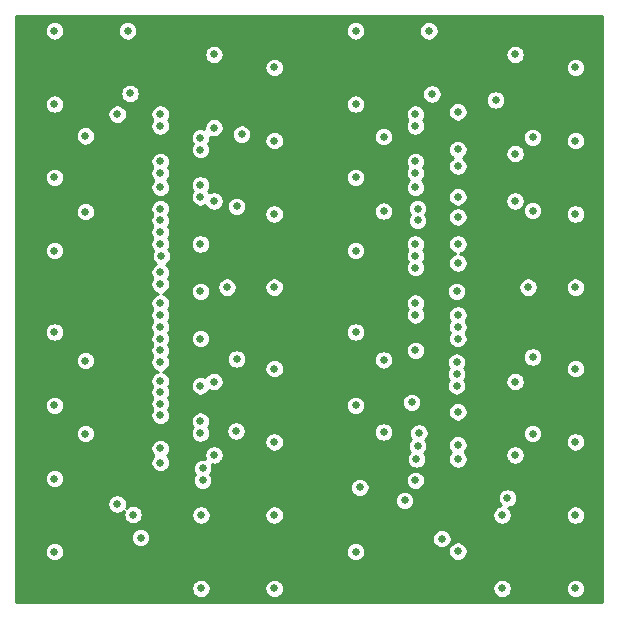
<source format=gbr>
%TF.GenerationSoftware,KiCad,Pcbnew,(5.1.9-0-10_14)*%
%TF.CreationDate,2021-05-19T13:45:08-04:00*%
%TF.ProjectId,SiPM_Board_RevC,5369504d-5f42-46f6-9172-645f52657643,rev?*%
%TF.SameCoordinates,Original*%
%TF.FileFunction,Copper,L2,Inr*%
%TF.FilePolarity,Positive*%
%FSLAX46Y46*%
G04 Gerber Fmt 4.6, Leading zero omitted, Abs format (unit mm)*
G04 Created by KiCad (PCBNEW (5.1.9-0-10_14)) date 2021-05-19 13:45:08*
%MOMM*%
%LPD*%
G01*
G04 APERTURE LIST*
%TA.AperFunction,ViaPad*%
%ADD10C,0.635000*%
%TD*%
%TA.AperFunction,Conductor*%
%ADD11C,0.254000*%
%TD*%
%TA.AperFunction,Conductor*%
%ADD12C,0.100000*%
%TD*%
G04 APERTURE END LIST*
D10*
%TO.N,GND*%
X133707308Y-111522692D03*
X133707308Y-103522692D03*
X133707308Y-101522692D03*
X133707308Y-87522692D03*
X133707308Y-115522692D03*
X133707308Y-113522692D03*
X133707308Y-107522692D03*
X133707308Y-105522692D03*
X133707308Y-109522692D03*
X133827308Y-95432692D03*
X133707308Y-85522692D03*
X133707308Y-93522692D03*
X133707308Y-91522692D03*
X133707308Y-89522692D03*
X133707308Y-99522692D03*
X133707308Y-97522692D03*
X152860000Y-100000000D03*
X150000000Y-105400000D03*
X147935320Y-99344680D03*
X131060000Y-89460000D03*
X132152500Y-94552500D03*
X143870000Y-89430000D03*
X143870000Y-95770000D03*
X132300000Y-112900000D03*
X131060000Y-108240000D03*
X145400000Y-106700000D03*
X143820000Y-114680000D03*
X156347500Y-95652500D03*
X156310000Y-89390000D03*
X168940000Y-95740000D03*
X156310000Y-108290000D03*
X168940000Y-114640000D03*
X166292692Y-84477308D03*
X166292692Y-86477308D03*
X166292692Y-88477308D03*
X166292692Y-90477308D03*
X166292692Y-92477308D03*
X166292692Y-94477308D03*
X166292692Y-96477308D03*
X166292692Y-98477308D03*
X168940000Y-89560000D03*
X166292692Y-100477308D03*
X166292692Y-102477308D03*
X166292692Y-104477308D03*
X166292692Y-106477308D03*
X166292692Y-108477308D03*
X166292692Y-110477308D03*
X166292692Y-112477308D03*
X166292692Y-114477308D03*
X156310000Y-115500000D03*
X168940000Y-108260000D03*
%TO.N,/BIAS1*%
X133762700Y-83502700D03*
X128450000Y-76450000D03*
X128450000Y-82650000D03*
X128450000Y-88850000D03*
X128450000Y-95050000D03*
X134650000Y-76450000D03*
X134850000Y-81750000D03*
X137400000Y-89700000D03*
X137400000Y-94500000D03*
X141950000Y-78450000D03*
X141950000Y-84650000D03*
X141950000Y-90850000D03*
X143050000Y-98150000D03*
X147050000Y-79550000D03*
X147050000Y-85750000D03*
X147050000Y-91950000D03*
X147050000Y-98150000D03*
X131060000Y-85340000D03*
X131060000Y-91760000D03*
X144300000Y-85200000D03*
X143870000Y-91300000D03*
%TO.N,/BIAS2*%
X133757366Y-116502634D03*
X128450000Y-101950000D03*
X128450000Y-108150000D03*
X128450000Y-120550000D03*
X128450000Y-114350000D03*
X137400000Y-102500000D03*
X137400000Y-107000000D03*
X135750000Y-119350000D03*
X135100000Y-117400000D03*
X141950000Y-106150000D03*
X141950000Y-112350000D03*
X140850000Y-117450000D03*
X140850000Y-123650000D03*
X147050000Y-123650000D03*
X147050000Y-117450000D03*
X147050000Y-111250000D03*
X147050000Y-105050000D03*
X131060000Y-110540000D03*
X131060000Y-104360000D03*
X143870000Y-104230000D03*
X143820000Y-110320000D03*
%TO.N,Net-(J1-Pad63)*%
X141000000Y-114500000D03*
%TO.N,Net-(J1-Pad61)*%
X141000000Y-113500000D03*
%TO.N,Net-(J1-Pad59)*%
X137400000Y-113000000D03*
%TO.N,Net-(J1-Pad57)*%
X137400000Y-111800000D03*
%TO.N,Net-(J1-Pad55)*%
X140800000Y-110500000D03*
%TO.N,Net-(J1-Pad53)*%
X140800000Y-109500000D03*
%TO.N,Net-(J1-Pad51)*%
X137402650Y-109002650D03*
%TO.N,Net-(J1-Pad49)*%
X137400000Y-108000000D03*
%TO.N,Net-(J1-Pad47)*%
X140800000Y-106500000D03*
%TO.N,Net-(J1-Pad45)*%
X137400000Y-106100000D03*
%TO.N,Net-(J1-Pad43)*%
X137400000Y-104500000D03*
%TO.N,Net-(J1-Pad41)*%
X137400000Y-103500000D03*
%TO.N,Net-(J1-Pad39)*%
X140800000Y-102500000D03*
%TO.N,Net-(J1-Pad37)*%
X137400000Y-101500000D03*
%TO.N,Net-(J1-Pad35)*%
X137400000Y-100500000D03*
%TO.N,Net-(J1-Pad33)*%
X137400000Y-99500000D03*
%TO.N,Net-(J1-Pad31)*%
X140800000Y-98500000D03*
%TO.N,Net-(J1-Pad29)*%
X137400000Y-97900000D03*
%TO.N,Net-(J1-Pad27)*%
X137400000Y-96900000D03*
%TO.N,Net-(J1-Pad25)*%
X137497324Y-95502676D03*
%TO.N,Net-(J1-Pad23)*%
X140800000Y-94500000D03*
%TO.N,Net-(J1-Pad21)*%
X137400000Y-93500000D03*
%TO.N,Net-(J1-Pad19)*%
X137400000Y-92500000D03*
%TO.N,Net-(J1-Pad17)*%
X137400000Y-91500000D03*
%TO.N,Net-(J1-Pad15)*%
X140800000Y-90500000D03*
%TO.N,Net-(J1-Pad13)*%
X140800000Y-89500000D03*
%TO.N,Net-(J1-Pad11)*%
X137402690Y-88502690D03*
%TO.N,Net-(J1-Pad9)*%
X137400000Y-87500000D03*
%TO.N,Net-(J1-Pad7)*%
X140800000Y-86500000D03*
%TO.N,Net-(J1-Pad5)*%
X140800000Y-85500000D03*
%TO.N,Net-(J1-Pad3)*%
X137400000Y-84500000D03*
%TO.N,Net-(J1-Pad1)*%
X137400000Y-83500000D03*
%TO.N,Net-(J2-Pad65)*%
X159000000Y-84500000D03*
%TO.N,Net-(J2-Pad63)*%
X162600000Y-83300000D03*
%TO.N,Net-(J2-Pad61)*%
X162600000Y-86483936D03*
%TO.N,Net-(J2-Pad59)*%
X159000000Y-87500000D03*
%TO.N,Net-(J2-Pad57)*%
X159000000Y-88500000D03*
%TO.N,Net-(J2-Pad55)*%
X162600000Y-87900000D03*
%TO.N,Net-(J2-Pad53)*%
X162600000Y-90500000D03*
%TO.N,Net-(J2-Pad51)*%
X159202650Y-91497350D03*
%TO.N,Net-(J2-Pad49)*%
X159202652Y-92497348D03*
%TO.N,Net-(J2-Pad47)*%
X162600000Y-92200000D03*
%TO.N,Net-(J2-Pad45)*%
X162600000Y-94500000D03*
%TO.N,Net-(J2-Pad43)*%
X159000000Y-95500000D03*
%TO.N,Net-(J2-Pad41)*%
X159002660Y-96497340D03*
%TO.N,Net-(J2-Pad39)*%
X162600000Y-96100000D03*
%TO.N,Net-(J2-Pad37)*%
X162497336Y-98497336D03*
%TO.N,Net-(J2-Pad35)*%
X159002666Y-99497334D03*
%TO.N,Net-(J2-Pad33)*%
X159002668Y-100497332D03*
%TO.N,Net-(J2-Pad31)*%
X162600000Y-101500000D03*
%TO.N,Net-(J2-Pad29)*%
X162600000Y-102500000D03*
%TO.N,Net-(J2-Pad27)*%
X159002674Y-103497326D03*
%TO.N,Net-(J2-Pad25)*%
X162500000Y-104500000D03*
%TO.N,Net-(J2-Pad23)*%
X162500000Y-105500000D03*
%TO.N,Net-(J2-Pad21)*%
X162497320Y-106497320D03*
%TO.N,Net-(J2-Pad19)*%
X158700000Y-107900000D03*
%TO.N,Net-(J2-Pad17)*%
X158100000Y-116200000D03*
%TO.N,Net-(J2-Pad15)*%
X162600000Y-111500000D03*
%TO.N,Net-(J2-Pad13)*%
X159302688Y-110497312D03*
%TO.N,Net-(J2-Pad11)*%
X159200000Y-111600000D03*
%TO.N,Net-(J2-Pad9)*%
X159100000Y-112700000D03*
%TO.N,Net-(J2-Pad7)*%
X162600000Y-120500000D03*
%TO.N,Net-(J2-Pad5)*%
X159000000Y-114500000D03*
%TO.N,/BIAS3*%
X153950000Y-76450000D03*
X153950000Y-82650000D03*
X153950000Y-88850000D03*
X160150000Y-76450000D03*
X160400000Y-81800000D03*
X167450000Y-78450000D03*
X168550000Y-98150000D03*
X172550000Y-79550000D03*
X172550000Y-85750000D03*
X172550000Y-91950000D03*
X172550000Y-98150000D03*
X156310000Y-91710000D03*
X156310000Y-85410000D03*
X168940000Y-91660000D03*
X153950000Y-95050000D03*
X167450000Y-90850000D03*
X167450000Y-86850000D03*
X159000000Y-89700000D03*
X159000000Y-94500000D03*
X168940000Y-85460000D03*
X165800000Y-82300000D03*
%TO.N,/BIAS4*%
X153950000Y-101950000D03*
X153950000Y-108150000D03*
X153950000Y-120550000D03*
X161250000Y-119450000D03*
X167450000Y-106150000D03*
X167450000Y-112350000D03*
X166350000Y-117450000D03*
X166350000Y-123650000D03*
X172550000Y-123650000D03*
X172550000Y-117450000D03*
X172550000Y-111250000D03*
X172550000Y-105050000D03*
X156310000Y-104310000D03*
X168940000Y-110540000D03*
X168940000Y-104060000D03*
X154300000Y-115100000D03*
X162600000Y-100500000D03*
X162600000Y-108700000D03*
X162600000Y-112700000D03*
X166800000Y-116000000D03*
X156310000Y-110410000D03*
%TO.N,Net-(J2-Pad67)*%
X159000000Y-83500000D03*
%TD*%
D11*
%TO.N,GND*%
X174787001Y-124787000D02*
X125213000Y-124787000D01*
X125213000Y-123568695D01*
X140024500Y-123568695D01*
X140024500Y-123731305D01*
X140056224Y-123890789D01*
X140118452Y-124041021D01*
X140208792Y-124176225D01*
X140323775Y-124291208D01*
X140458979Y-124381548D01*
X140609211Y-124443776D01*
X140768695Y-124475500D01*
X140931305Y-124475500D01*
X141090789Y-124443776D01*
X141241021Y-124381548D01*
X141376225Y-124291208D01*
X141491208Y-124176225D01*
X141581548Y-124041021D01*
X141643776Y-123890789D01*
X141675500Y-123731305D01*
X141675500Y-123568695D01*
X146224500Y-123568695D01*
X146224500Y-123731305D01*
X146256224Y-123890789D01*
X146318452Y-124041021D01*
X146408792Y-124176225D01*
X146523775Y-124291208D01*
X146658979Y-124381548D01*
X146809211Y-124443776D01*
X146968695Y-124475500D01*
X147131305Y-124475500D01*
X147290789Y-124443776D01*
X147441021Y-124381548D01*
X147576225Y-124291208D01*
X147691208Y-124176225D01*
X147781548Y-124041021D01*
X147843776Y-123890789D01*
X147875500Y-123731305D01*
X147875500Y-123568695D01*
X165524500Y-123568695D01*
X165524500Y-123731305D01*
X165556224Y-123890789D01*
X165618452Y-124041021D01*
X165708792Y-124176225D01*
X165823775Y-124291208D01*
X165958979Y-124381548D01*
X166109211Y-124443776D01*
X166268695Y-124475500D01*
X166431305Y-124475500D01*
X166590789Y-124443776D01*
X166741021Y-124381548D01*
X166876225Y-124291208D01*
X166991208Y-124176225D01*
X167081548Y-124041021D01*
X167143776Y-123890789D01*
X167175500Y-123731305D01*
X167175500Y-123568695D01*
X171724500Y-123568695D01*
X171724500Y-123731305D01*
X171756224Y-123890789D01*
X171818452Y-124041021D01*
X171908792Y-124176225D01*
X172023775Y-124291208D01*
X172158979Y-124381548D01*
X172309211Y-124443776D01*
X172468695Y-124475500D01*
X172631305Y-124475500D01*
X172790789Y-124443776D01*
X172941021Y-124381548D01*
X173076225Y-124291208D01*
X173191208Y-124176225D01*
X173281548Y-124041021D01*
X173343776Y-123890789D01*
X173375500Y-123731305D01*
X173375500Y-123568695D01*
X173343776Y-123409211D01*
X173281548Y-123258979D01*
X173191208Y-123123775D01*
X173076225Y-123008792D01*
X172941021Y-122918452D01*
X172790789Y-122856224D01*
X172631305Y-122824500D01*
X172468695Y-122824500D01*
X172309211Y-122856224D01*
X172158979Y-122918452D01*
X172023775Y-123008792D01*
X171908792Y-123123775D01*
X171818452Y-123258979D01*
X171756224Y-123409211D01*
X171724500Y-123568695D01*
X167175500Y-123568695D01*
X167143776Y-123409211D01*
X167081548Y-123258979D01*
X166991208Y-123123775D01*
X166876225Y-123008792D01*
X166741021Y-122918452D01*
X166590789Y-122856224D01*
X166431305Y-122824500D01*
X166268695Y-122824500D01*
X166109211Y-122856224D01*
X165958979Y-122918452D01*
X165823775Y-123008792D01*
X165708792Y-123123775D01*
X165618452Y-123258979D01*
X165556224Y-123409211D01*
X165524500Y-123568695D01*
X147875500Y-123568695D01*
X147843776Y-123409211D01*
X147781548Y-123258979D01*
X147691208Y-123123775D01*
X147576225Y-123008792D01*
X147441021Y-122918452D01*
X147290789Y-122856224D01*
X147131305Y-122824500D01*
X146968695Y-122824500D01*
X146809211Y-122856224D01*
X146658979Y-122918452D01*
X146523775Y-123008792D01*
X146408792Y-123123775D01*
X146318452Y-123258979D01*
X146256224Y-123409211D01*
X146224500Y-123568695D01*
X141675500Y-123568695D01*
X141643776Y-123409211D01*
X141581548Y-123258979D01*
X141491208Y-123123775D01*
X141376225Y-123008792D01*
X141241021Y-122918452D01*
X141090789Y-122856224D01*
X140931305Y-122824500D01*
X140768695Y-122824500D01*
X140609211Y-122856224D01*
X140458979Y-122918452D01*
X140323775Y-123008792D01*
X140208792Y-123123775D01*
X140118452Y-123258979D01*
X140056224Y-123409211D01*
X140024500Y-123568695D01*
X125213000Y-123568695D01*
X125213000Y-120468695D01*
X127624500Y-120468695D01*
X127624500Y-120631305D01*
X127656224Y-120790789D01*
X127718452Y-120941021D01*
X127808792Y-121076225D01*
X127923775Y-121191208D01*
X128058979Y-121281548D01*
X128209211Y-121343776D01*
X128368695Y-121375500D01*
X128531305Y-121375500D01*
X128690789Y-121343776D01*
X128841021Y-121281548D01*
X128976225Y-121191208D01*
X129091208Y-121076225D01*
X129181548Y-120941021D01*
X129243776Y-120790789D01*
X129275500Y-120631305D01*
X129275500Y-120468695D01*
X153124500Y-120468695D01*
X153124500Y-120631305D01*
X153156224Y-120790789D01*
X153218452Y-120941021D01*
X153308792Y-121076225D01*
X153423775Y-121191208D01*
X153558979Y-121281548D01*
X153709211Y-121343776D01*
X153868695Y-121375500D01*
X154031305Y-121375500D01*
X154190789Y-121343776D01*
X154341021Y-121281548D01*
X154476225Y-121191208D01*
X154591208Y-121076225D01*
X154681548Y-120941021D01*
X154743776Y-120790789D01*
X154775500Y-120631305D01*
X154775500Y-120468695D01*
X154765555Y-120418695D01*
X161774500Y-120418695D01*
X161774500Y-120581305D01*
X161806224Y-120740789D01*
X161868452Y-120891021D01*
X161958792Y-121026225D01*
X162073775Y-121141208D01*
X162208979Y-121231548D01*
X162359211Y-121293776D01*
X162518695Y-121325500D01*
X162681305Y-121325500D01*
X162840789Y-121293776D01*
X162991021Y-121231548D01*
X163126225Y-121141208D01*
X163241208Y-121026225D01*
X163331548Y-120891021D01*
X163393776Y-120740789D01*
X163425500Y-120581305D01*
X163425500Y-120418695D01*
X163393776Y-120259211D01*
X163331548Y-120108979D01*
X163241208Y-119973775D01*
X163126225Y-119858792D01*
X162991021Y-119768452D01*
X162840789Y-119706224D01*
X162681305Y-119674500D01*
X162518695Y-119674500D01*
X162359211Y-119706224D01*
X162208979Y-119768452D01*
X162073775Y-119858792D01*
X161958792Y-119973775D01*
X161868452Y-120108979D01*
X161806224Y-120259211D01*
X161774500Y-120418695D01*
X154765555Y-120418695D01*
X154743776Y-120309211D01*
X154681548Y-120158979D01*
X154591208Y-120023775D01*
X154476225Y-119908792D01*
X154341021Y-119818452D01*
X154190789Y-119756224D01*
X154031305Y-119724500D01*
X153868695Y-119724500D01*
X153709211Y-119756224D01*
X153558979Y-119818452D01*
X153423775Y-119908792D01*
X153308792Y-120023775D01*
X153218452Y-120158979D01*
X153156224Y-120309211D01*
X153124500Y-120468695D01*
X129275500Y-120468695D01*
X129243776Y-120309211D01*
X129181548Y-120158979D01*
X129091208Y-120023775D01*
X128976225Y-119908792D01*
X128841021Y-119818452D01*
X128690789Y-119756224D01*
X128531305Y-119724500D01*
X128368695Y-119724500D01*
X128209211Y-119756224D01*
X128058979Y-119818452D01*
X127923775Y-119908792D01*
X127808792Y-120023775D01*
X127718452Y-120158979D01*
X127656224Y-120309211D01*
X127624500Y-120468695D01*
X125213000Y-120468695D01*
X125213000Y-119268695D01*
X134924500Y-119268695D01*
X134924500Y-119431305D01*
X134956224Y-119590789D01*
X135018452Y-119741021D01*
X135108792Y-119876225D01*
X135223775Y-119991208D01*
X135358979Y-120081548D01*
X135509211Y-120143776D01*
X135668695Y-120175500D01*
X135831305Y-120175500D01*
X135990789Y-120143776D01*
X136141021Y-120081548D01*
X136276225Y-119991208D01*
X136391208Y-119876225D01*
X136481548Y-119741021D01*
X136543776Y-119590789D01*
X136575500Y-119431305D01*
X136575500Y-119368695D01*
X160424500Y-119368695D01*
X160424500Y-119531305D01*
X160456224Y-119690789D01*
X160518452Y-119841021D01*
X160608792Y-119976225D01*
X160723775Y-120091208D01*
X160858979Y-120181548D01*
X161009211Y-120243776D01*
X161168695Y-120275500D01*
X161331305Y-120275500D01*
X161490789Y-120243776D01*
X161641021Y-120181548D01*
X161776225Y-120091208D01*
X161891208Y-119976225D01*
X161981548Y-119841021D01*
X162043776Y-119690789D01*
X162075500Y-119531305D01*
X162075500Y-119368695D01*
X162043776Y-119209211D01*
X161981548Y-119058979D01*
X161891208Y-118923775D01*
X161776225Y-118808792D01*
X161641021Y-118718452D01*
X161490789Y-118656224D01*
X161331305Y-118624500D01*
X161168695Y-118624500D01*
X161009211Y-118656224D01*
X160858979Y-118718452D01*
X160723775Y-118808792D01*
X160608792Y-118923775D01*
X160518452Y-119058979D01*
X160456224Y-119209211D01*
X160424500Y-119368695D01*
X136575500Y-119368695D01*
X136575500Y-119268695D01*
X136543776Y-119109211D01*
X136481548Y-118958979D01*
X136391208Y-118823775D01*
X136276225Y-118708792D01*
X136141021Y-118618452D01*
X135990789Y-118556224D01*
X135831305Y-118524500D01*
X135668695Y-118524500D01*
X135509211Y-118556224D01*
X135358979Y-118618452D01*
X135223775Y-118708792D01*
X135108792Y-118823775D01*
X135018452Y-118958979D01*
X134956224Y-119109211D01*
X134924500Y-119268695D01*
X125213000Y-119268695D01*
X125213000Y-116421329D01*
X132931866Y-116421329D01*
X132931866Y-116583939D01*
X132963590Y-116743423D01*
X133025818Y-116893655D01*
X133116158Y-117028859D01*
X133231141Y-117143842D01*
X133366345Y-117234182D01*
X133516577Y-117296410D01*
X133676061Y-117328134D01*
X133838671Y-117328134D01*
X133998155Y-117296410D01*
X134148387Y-117234182D01*
X134283591Y-117143842D01*
X134333095Y-117094338D01*
X134306224Y-117159211D01*
X134274500Y-117318695D01*
X134274500Y-117481305D01*
X134306224Y-117640789D01*
X134368452Y-117791021D01*
X134458792Y-117926225D01*
X134573775Y-118041208D01*
X134708979Y-118131548D01*
X134859211Y-118193776D01*
X135018695Y-118225500D01*
X135181305Y-118225500D01*
X135340789Y-118193776D01*
X135491021Y-118131548D01*
X135626225Y-118041208D01*
X135741208Y-117926225D01*
X135831548Y-117791021D01*
X135893776Y-117640789D01*
X135925500Y-117481305D01*
X135925500Y-117368695D01*
X140024500Y-117368695D01*
X140024500Y-117531305D01*
X140056224Y-117690789D01*
X140118452Y-117841021D01*
X140208792Y-117976225D01*
X140323775Y-118091208D01*
X140458979Y-118181548D01*
X140609211Y-118243776D01*
X140768695Y-118275500D01*
X140931305Y-118275500D01*
X141090789Y-118243776D01*
X141241021Y-118181548D01*
X141376225Y-118091208D01*
X141491208Y-117976225D01*
X141581548Y-117841021D01*
X141643776Y-117690789D01*
X141675500Y-117531305D01*
X141675500Y-117368695D01*
X146224500Y-117368695D01*
X146224500Y-117531305D01*
X146256224Y-117690789D01*
X146318452Y-117841021D01*
X146408792Y-117976225D01*
X146523775Y-118091208D01*
X146658979Y-118181548D01*
X146809211Y-118243776D01*
X146968695Y-118275500D01*
X147131305Y-118275500D01*
X147290789Y-118243776D01*
X147441021Y-118181548D01*
X147576225Y-118091208D01*
X147691208Y-117976225D01*
X147781548Y-117841021D01*
X147843776Y-117690789D01*
X147875500Y-117531305D01*
X147875500Y-117368695D01*
X165524500Y-117368695D01*
X165524500Y-117531305D01*
X165556224Y-117690789D01*
X165618452Y-117841021D01*
X165708792Y-117976225D01*
X165823775Y-118091208D01*
X165958979Y-118181548D01*
X166109211Y-118243776D01*
X166268695Y-118275500D01*
X166431305Y-118275500D01*
X166590789Y-118243776D01*
X166741021Y-118181548D01*
X166876225Y-118091208D01*
X166991208Y-117976225D01*
X167081548Y-117841021D01*
X167143776Y-117690789D01*
X167175500Y-117531305D01*
X167175500Y-117368695D01*
X171724500Y-117368695D01*
X171724500Y-117531305D01*
X171756224Y-117690789D01*
X171818452Y-117841021D01*
X171908792Y-117976225D01*
X172023775Y-118091208D01*
X172158979Y-118181548D01*
X172309211Y-118243776D01*
X172468695Y-118275500D01*
X172631305Y-118275500D01*
X172790789Y-118243776D01*
X172941021Y-118181548D01*
X173076225Y-118091208D01*
X173191208Y-117976225D01*
X173281548Y-117841021D01*
X173343776Y-117690789D01*
X173375500Y-117531305D01*
X173375500Y-117368695D01*
X173343776Y-117209211D01*
X173281548Y-117058979D01*
X173191208Y-116923775D01*
X173076225Y-116808792D01*
X172941021Y-116718452D01*
X172790789Y-116656224D01*
X172631305Y-116624500D01*
X172468695Y-116624500D01*
X172309211Y-116656224D01*
X172158979Y-116718452D01*
X172023775Y-116808792D01*
X171908792Y-116923775D01*
X171818452Y-117058979D01*
X171756224Y-117209211D01*
X171724500Y-117368695D01*
X167175500Y-117368695D01*
X167143776Y-117209211D01*
X167081548Y-117058979D01*
X166991208Y-116923775D01*
X166891004Y-116823571D01*
X167040789Y-116793776D01*
X167191021Y-116731548D01*
X167326225Y-116641208D01*
X167441208Y-116526225D01*
X167531548Y-116391021D01*
X167593776Y-116240789D01*
X167625500Y-116081305D01*
X167625500Y-115918695D01*
X167593776Y-115759211D01*
X167531548Y-115608979D01*
X167441208Y-115473775D01*
X167326225Y-115358792D01*
X167191021Y-115268452D01*
X167040789Y-115206224D01*
X166881305Y-115174500D01*
X166718695Y-115174500D01*
X166559211Y-115206224D01*
X166408979Y-115268452D01*
X166273775Y-115358792D01*
X166158792Y-115473775D01*
X166068452Y-115608979D01*
X166006224Y-115759211D01*
X165974500Y-115918695D01*
X165974500Y-116081305D01*
X166006224Y-116240789D01*
X166068452Y-116391021D01*
X166158792Y-116526225D01*
X166258996Y-116626429D01*
X166109211Y-116656224D01*
X165958979Y-116718452D01*
X165823775Y-116808792D01*
X165708792Y-116923775D01*
X165618452Y-117058979D01*
X165556224Y-117209211D01*
X165524500Y-117368695D01*
X147875500Y-117368695D01*
X147843776Y-117209211D01*
X147781548Y-117058979D01*
X147691208Y-116923775D01*
X147576225Y-116808792D01*
X147441021Y-116718452D01*
X147290789Y-116656224D01*
X147131305Y-116624500D01*
X146968695Y-116624500D01*
X146809211Y-116656224D01*
X146658979Y-116718452D01*
X146523775Y-116808792D01*
X146408792Y-116923775D01*
X146318452Y-117058979D01*
X146256224Y-117209211D01*
X146224500Y-117368695D01*
X141675500Y-117368695D01*
X141643776Y-117209211D01*
X141581548Y-117058979D01*
X141491208Y-116923775D01*
X141376225Y-116808792D01*
X141241021Y-116718452D01*
X141090789Y-116656224D01*
X140931305Y-116624500D01*
X140768695Y-116624500D01*
X140609211Y-116656224D01*
X140458979Y-116718452D01*
X140323775Y-116808792D01*
X140208792Y-116923775D01*
X140118452Y-117058979D01*
X140056224Y-117209211D01*
X140024500Y-117368695D01*
X135925500Y-117368695D01*
X135925500Y-117318695D01*
X135893776Y-117159211D01*
X135831548Y-117008979D01*
X135741208Y-116873775D01*
X135626225Y-116758792D01*
X135491021Y-116668452D01*
X135340789Y-116606224D01*
X135181305Y-116574500D01*
X135018695Y-116574500D01*
X134859211Y-116606224D01*
X134708979Y-116668452D01*
X134573775Y-116758792D01*
X134524271Y-116808296D01*
X134551142Y-116743423D01*
X134582866Y-116583939D01*
X134582866Y-116421329D01*
X134551142Y-116261845D01*
X134491848Y-116118695D01*
X157274500Y-116118695D01*
X157274500Y-116281305D01*
X157306224Y-116440789D01*
X157368452Y-116591021D01*
X157458792Y-116726225D01*
X157573775Y-116841208D01*
X157708979Y-116931548D01*
X157859211Y-116993776D01*
X158018695Y-117025500D01*
X158181305Y-117025500D01*
X158340789Y-116993776D01*
X158491021Y-116931548D01*
X158626225Y-116841208D01*
X158741208Y-116726225D01*
X158831548Y-116591021D01*
X158893776Y-116440789D01*
X158925500Y-116281305D01*
X158925500Y-116118695D01*
X158893776Y-115959211D01*
X158831548Y-115808979D01*
X158741208Y-115673775D01*
X158626225Y-115558792D01*
X158491021Y-115468452D01*
X158340789Y-115406224D01*
X158181305Y-115374500D01*
X158018695Y-115374500D01*
X157859211Y-115406224D01*
X157708979Y-115468452D01*
X157573775Y-115558792D01*
X157458792Y-115673775D01*
X157368452Y-115808979D01*
X157306224Y-115959211D01*
X157274500Y-116118695D01*
X134491848Y-116118695D01*
X134488914Y-116111613D01*
X134398574Y-115976409D01*
X134283591Y-115861426D01*
X134148387Y-115771086D01*
X133998155Y-115708858D01*
X133838671Y-115677134D01*
X133676061Y-115677134D01*
X133516577Y-115708858D01*
X133366345Y-115771086D01*
X133231141Y-115861426D01*
X133116158Y-115976409D01*
X133025818Y-116111613D01*
X132963590Y-116261845D01*
X132931866Y-116421329D01*
X125213000Y-116421329D01*
X125213000Y-114268695D01*
X127624500Y-114268695D01*
X127624500Y-114431305D01*
X127656224Y-114590789D01*
X127718452Y-114741021D01*
X127808792Y-114876225D01*
X127923775Y-114991208D01*
X128058979Y-115081548D01*
X128209211Y-115143776D01*
X128368695Y-115175500D01*
X128531305Y-115175500D01*
X128690789Y-115143776D01*
X128841021Y-115081548D01*
X128976225Y-114991208D01*
X129091208Y-114876225D01*
X129181548Y-114741021D01*
X129243776Y-114590789D01*
X129275500Y-114431305D01*
X129275500Y-114268695D01*
X129243776Y-114109211D01*
X129181548Y-113958979D01*
X129091208Y-113823775D01*
X128976225Y-113708792D01*
X128841021Y-113618452D01*
X128690789Y-113556224D01*
X128531305Y-113524500D01*
X128368695Y-113524500D01*
X128209211Y-113556224D01*
X128058979Y-113618452D01*
X127923775Y-113708792D01*
X127808792Y-113823775D01*
X127718452Y-113958979D01*
X127656224Y-114109211D01*
X127624500Y-114268695D01*
X125213000Y-114268695D01*
X125213000Y-111718695D01*
X136574500Y-111718695D01*
X136574500Y-111881305D01*
X136606224Y-112040789D01*
X136668452Y-112191021D01*
X136758792Y-112326225D01*
X136832567Y-112400000D01*
X136758792Y-112473775D01*
X136668452Y-112608979D01*
X136606224Y-112759211D01*
X136574500Y-112918695D01*
X136574500Y-113081305D01*
X136606224Y-113240789D01*
X136668452Y-113391021D01*
X136758792Y-113526225D01*
X136873775Y-113641208D01*
X137008979Y-113731548D01*
X137159211Y-113793776D01*
X137318695Y-113825500D01*
X137481305Y-113825500D01*
X137640789Y-113793776D01*
X137791021Y-113731548D01*
X137926225Y-113641208D01*
X138041208Y-113526225D01*
X138113056Y-113418695D01*
X140174500Y-113418695D01*
X140174500Y-113581305D01*
X140206224Y-113740789D01*
X140268452Y-113891021D01*
X140341269Y-114000000D01*
X140268452Y-114108979D01*
X140206224Y-114259211D01*
X140174500Y-114418695D01*
X140174500Y-114581305D01*
X140206224Y-114740789D01*
X140268452Y-114891021D01*
X140358792Y-115026225D01*
X140473775Y-115141208D01*
X140608979Y-115231548D01*
X140759211Y-115293776D01*
X140918695Y-115325500D01*
X141081305Y-115325500D01*
X141240789Y-115293776D01*
X141391021Y-115231548D01*
X141526225Y-115141208D01*
X141641208Y-115026225D01*
X141646239Y-115018695D01*
X153474500Y-115018695D01*
X153474500Y-115181305D01*
X153506224Y-115340789D01*
X153568452Y-115491021D01*
X153658792Y-115626225D01*
X153773775Y-115741208D01*
X153908979Y-115831548D01*
X154059211Y-115893776D01*
X154218695Y-115925500D01*
X154381305Y-115925500D01*
X154540789Y-115893776D01*
X154691021Y-115831548D01*
X154826225Y-115741208D01*
X154941208Y-115626225D01*
X155031548Y-115491021D01*
X155093776Y-115340789D01*
X155125500Y-115181305D01*
X155125500Y-115018695D01*
X155093776Y-114859211D01*
X155031548Y-114708979D01*
X154941208Y-114573775D01*
X154826225Y-114458792D01*
X154766216Y-114418695D01*
X158174500Y-114418695D01*
X158174500Y-114581305D01*
X158206224Y-114740789D01*
X158268452Y-114891021D01*
X158358792Y-115026225D01*
X158473775Y-115141208D01*
X158608979Y-115231548D01*
X158759211Y-115293776D01*
X158918695Y-115325500D01*
X159081305Y-115325500D01*
X159240789Y-115293776D01*
X159391021Y-115231548D01*
X159526225Y-115141208D01*
X159641208Y-115026225D01*
X159731548Y-114891021D01*
X159793776Y-114740789D01*
X159825500Y-114581305D01*
X159825500Y-114418695D01*
X159793776Y-114259211D01*
X159731548Y-114108979D01*
X159641208Y-113973775D01*
X159526225Y-113858792D01*
X159391021Y-113768452D01*
X159240789Y-113706224D01*
X159081305Y-113674500D01*
X158918695Y-113674500D01*
X158759211Y-113706224D01*
X158608979Y-113768452D01*
X158473775Y-113858792D01*
X158358792Y-113973775D01*
X158268452Y-114108979D01*
X158206224Y-114259211D01*
X158174500Y-114418695D01*
X154766216Y-114418695D01*
X154691021Y-114368452D01*
X154540789Y-114306224D01*
X154381305Y-114274500D01*
X154218695Y-114274500D01*
X154059211Y-114306224D01*
X153908979Y-114368452D01*
X153773775Y-114458792D01*
X153658792Y-114573775D01*
X153568452Y-114708979D01*
X153506224Y-114859211D01*
X153474500Y-115018695D01*
X141646239Y-115018695D01*
X141731548Y-114891021D01*
X141793776Y-114740789D01*
X141825500Y-114581305D01*
X141825500Y-114418695D01*
X141793776Y-114259211D01*
X141731548Y-114108979D01*
X141658731Y-114000000D01*
X141731548Y-113891021D01*
X141793776Y-113740789D01*
X141825500Y-113581305D01*
X141825500Y-113418695D01*
X141793776Y-113259211D01*
X141749261Y-113151743D01*
X141868695Y-113175500D01*
X142031305Y-113175500D01*
X142190789Y-113143776D01*
X142341021Y-113081548D01*
X142476225Y-112991208D01*
X142591208Y-112876225D01*
X142681548Y-112741021D01*
X142732216Y-112618695D01*
X158274500Y-112618695D01*
X158274500Y-112781305D01*
X158306224Y-112940789D01*
X158368452Y-113091021D01*
X158458792Y-113226225D01*
X158573775Y-113341208D01*
X158708979Y-113431548D01*
X158859211Y-113493776D01*
X159018695Y-113525500D01*
X159181305Y-113525500D01*
X159340789Y-113493776D01*
X159491021Y-113431548D01*
X159626225Y-113341208D01*
X159741208Y-113226225D01*
X159831548Y-113091021D01*
X159893776Y-112940789D01*
X159925500Y-112781305D01*
X159925500Y-112618695D01*
X159893776Y-112459211D01*
X159831548Y-112308979D01*
X159762216Y-112205217D01*
X159841208Y-112126225D01*
X159931548Y-111991021D01*
X159993776Y-111840789D01*
X160025500Y-111681305D01*
X160025500Y-111518695D01*
X160005609Y-111418695D01*
X161774500Y-111418695D01*
X161774500Y-111581305D01*
X161806224Y-111740789D01*
X161868452Y-111891021D01*
X161958792Y-112026225D01*
X162032567Y-112100000D01*
X161958792Y-112173775D01*
X161868452Y-112308979D01*
X161806224Y-112459211D01*
X161774500Y-112618695D01*
X161774500Y-112781305D01*
X161806224Y-112940789D01*
X161868452Y-113091021D01*
X161958792Y-113226225D01*
X162073775Y-113341208D01*
X162208979Y-113431548D01*
X162359211Y-113493776D01*
X162518695Y-113525500D01*
X162681305Y-113525500D01*
X162840789Y-113493776D01*
X162991021Y-113431548D01*
X163126225Y-113341208D01*
X163241208Y-113226225D01*
X163331548Y-113091021D01*
X163393776Y-112940789D01*
X163425500Y-112781305D01*
X163425500Y-112618695D01*
X163393776Y-112459211D01*
X163331548Y-112308979D01*
X163304632Y-112268695D01*
X166624500Y-112268695D01*
X166624500Y-112431305D01*
X166656224Y-112590789D01*
X166718452Y-112741021D01*
X166808792Y-112876225D01*
X166923775Y-112991208D01*
X167058979Y-113081548D01*
X167209211Y-113143776D01*
X167368695Y-113175500D01*
X167531305Y-113175500D01*
X167690789Y-113143776D01*
X167841021Y-113081548D01*
X167976225Y-112991208D01*
X168091208Y-112876225D01*
X168181548Y-112741021D01*
X168243776Y-112590789D01*
X168275500Y-112431305D01*
X168275500Y-112268695D01*
X168243776Y-112109211D01*
X168181548Y-111958979D01*
X168091208Y-111823775D01*
X167976225Y-111708792D01*
X167841021Y-111618452D01*
X167690789Y-111556224D01*
X167531305Y-111524500D01*
X167368695Y-111524500D01*
X167209211Y-111556224D01*
X167058979Y-111618452D01*
X166923775Y-111708792D01*
X166808792Y-111823775D01*
X166718452Y-111958979D01*
X166656224Y-112109211D01*
X166624500Y-112268695D01*
X163304632Y-112268695D01*
X163241208Y-112173775D01*
X163167433Y-112100000D01*
X163241208Y-112026225D01*
X163331548Y-111891021D01*
X163393776Y-111740789D01*
X163425500Y-111581305D01*
X163425500Y-111418695D01*
X163393776Y-111259211D01*
X163331548Y-111108979D01*
X163241208Y-110973775D01*
X163126225Y-110858792D01*
X162991021Y-110768452D01*
X162840789Y-110706224D01*
X162681305Y-110674500D01*
X162518695Y-110674500D01*
X162359211Y-110706224D01*
X162208979Y-110768452D01*
X162073775Y-110858792D01*
X161958792Y-110973775D01*
X161868452Y-111108979D01*
X161806224Y-111259211D01*
X161774500Y-111418695D01*
X160005609Y-111418695D01*
X159993776Y-111359211D01*
X159931548Y-111208979D01*
X159862216Y-111105217D01*
X159943896Y-111023537D01*
X160034236Y-110888333D01*
X160096464Y-110738101D01*
X160128188Y-110578617D01*
X160128188Y-110458695D01*
X168114500Y-110458695D01*
X168114500Y-110621305D01*
X168146224Y-110780789D01*
X168208452Y-110931021D01*
X168298792Y-111066225D01*
X168413775Y-111181208D01*
X168548979Y-111271548D01*
X168699211Y-111333776D01*
X168858695Y-111365500D01*
X169021305Y-111365500D01*
X169180789Y-111333776D01*
X169331021Y-111271548D01*
X169466225Y-111181208D01*
X169478738Y-111168695D01*
X171724500Y-111168695D01*
X171724500Y-111331305D01*
X171756224Y-111490789D01*
X171818452Y-111641021D01*
X171908792Y-111776225D01*
X172023775Y-111891208D01*
X172158979Y-111981548D01*
X172309211Y-112043776D01*
X172468695Y-112075500D01*
X172631305Y-112075500D01*
X172790789Y-112043776D01*
X172941021Y-111981548D01*
X173076225Y-111891208D01*
X173191208Y-111776225D01*
X173281548Y-111641021D01*
X173343776Y-111490789D01*
X173375500Y-111331305D01*
X173375500Y-111168695D01*
X173343776Y-111009211D01*
X173281548Y-110858979D01*
X173191208Y-110723775D01*
X173076225Y-110608792D01*
X172941021Y-110518452D01*
X172790789Y-110456224D01*
X172631305Y-110424500D01*
X172468695Y-110424500D01*
X172309211Y-110456224D01*
X172158979Y-110518452D01*
X172023775Y-110608792D01*
X171908792Y-110723775D01*
X171818452Y-110858979D01*
X171756224Y-111009211D01*
X171724500Y-111168695D01*
X169478738Y-111168695D01*
X169581208Y-111066225D01*
X169671548Y-110931021D01*
X169733776Y-110780789D01*
X169765500Y-110621305D01*
X169765500Y-110458695D01*
X169733776Y-110299211D01*
X169671548Y-110148979D01*
X169581208Y-110013775D01*
X169466225Y-109898792D01*
X169331021Y-109808452D01*
X169180789Y-109746224D01*
X169021305Y-109714500D01*
X168858695Y-109714500D01*
X168699211Y-109746224D01*
X168548979Y-109808452D01*
X168413775Y-109898792D01*
X168298792Y-110013775D01*
X168208452Y-110148979D01*
X168146224Y-110299211D01*
X168114500Y-110458695D01*
X160128188Y-110458695D01*
X160128188Y-110416007D01*
X160096464Y-110256523D01*
X160034236Y-110106291D01*
X159943896Y-109971087D01*
X159828913Y-109856104D01*
X159693709Y-109765764D01*
X159543477Y-109703536D01*
X159383993Y-109671812D01*
X159221383Y-109671812D01*
X159061899Y-109703536D01*
X158911667Y-109765764D01*
X158776463Y-109856104D01*
X158661480Y-109971087D01*
X158571140Y-110106291D01*
X158508912Y-110256523D01*
X158477188Y-110416007D01*
X158477188Y-110578617D01*
X158508912Y-110738101D01*
X158571140Y-110888333D01*
X158640472Y-110992095D01*
X158558792Y-111073775D01*
X158468452Y-111208979D01*
X158406224Y-111359211D01*
X158374500Y-111518695D01*
X158374500Y-111681305D01*
X158406224Y-111840789D01*
X158468452Y-111991021D01*
X158537784Y-112094783D01*
X158458792Y-112173775D01*
X158368452Y-112308979D01*
X158306224Y-112459211D01*
X158274500Y-112618695D01*
X142732216Y-112618695D01*
X142743776Y-112590789D01*
X142775500Y-112431305D01*
X142775500Y-112268695D01*
X142743776Y-112109211D01*
X142681548Y-111958979D01*
X142591208Y-111823775D01*
X142476225Y-111708792D01*
X142341021Y-111618452D01*
X142190789Y-111556224D01*
X142031305Y-111524500D01*
X141868695Y-111524500D01*
X141709211Y-111556224D01*
X141558979Y-111618452D01*
X141423775Y-111708792D01*
X141308792Y-111823775D01*
X141218452Y-111958979D01*
X141156224Y-112109211D01*
X141124500Y-112268695D01*
X141124500Y-112431305D01*
X141156224Y-112590789D01*
X141200739Y-112698257D01*
X141081305Y-112674500D01*
X140918695Y-112674500D01*
X140759211Y-112706224D01*
X140608979Y-112768452D01*
X140473775Y-112858792D01*
X140358792Y-112973775D01*
X140268452Y-113108979D01*
X140206224Y-113259211D01*
X140174500Y-113418695D01*
X138113056Y-113418695D01*
X138131548Y-113391021D01*
X138193776Y-113240789D01*
X138225500Y-113081305D01*
X138225500Y-112918695D01*
X138193776Y-112759211D01*
X138131548Y-112608979D01*
X138041208Y-112473775D01*
X137967433Y-112400000D01*
X138041208Y-112326225D01*
X138131548Y-112191021D01*
X138193776Y-112040789D01*
X138225500Y-111881305D01*
X138225500Y-111718695D01*
X138193776Y-111559211D01*
X138131548Y-111408979D01*
X138041208Y-111273775D01*
X137926225Y-111158792D01*
X137791021Y-111068452D01*
X137640789Y-111006224D01*
X137481305Y-110974500D01*
X137318695Y-110974500D01*
X137159211Y-111006224D01*
X137008979Y-111068452D01*
X136873775Y-111158792D01*
X136758792Y-111273775D01*
X136668452Y-111408979D01*
X136606224Y-111559211D01*
X136574500Y-111718695D01*
X125213000Y-111718695D01*
X125213000Y-110458695D01*
X130234500Y-110458695D01*
X130234500Y-110621305D01*
X130266224Y-110780789D01*
X130328452Y-110931021D01*
X130418792Y-111066225D01*
X130533775Y-111181208D01*
X130668979Y-111271548D01*
X130819211Y-111333776D01*
X130978695Y-111365500D01*
X131141305Y-111365500D01*
X131300789Y-111333776D01*
X131451021Y-111271548D01*
X131586225Y-111181208D01*
X131701208Y-111066225D01*
X131791548Y-110931021D01*
X131853776Y-110780789D01*
X131885500Y-110621305D01*
X131885500Y-110458695D01*
X131853776Y-110299211D01*
X131791548Y-110148979D01*
X131701208Y-110013775D01*
X131586225Y-109898792D01*
X131451021Y-109808452D01*
X131300789Y-109746224D01*
X131141305Y-109714500D01*
X130978695Y-109714500D01*
X130819211Y-109746224D01*
X130668979Y-109808452D01*
X130533775Y-109898792D01*
X130418792Y-110013775D01*
X130328452Y-110148979D01*
X130266224Y-110299211D01*
X130234500Y-110458695D01*
X125213000Y-110458695D01*
X125213000Y-108068695D01*
X127624500Y-108068695D01*
X127624500Y-108231305D01*
X127656224Y-108390789D01*
X127718452Y-108541021D01*
X127808792Y-108676225D01*
X127923775Y-108791208D01*
X128058979Y-108881548D01*
X128209211Y-108943776D01*
X128368695Y-108975500D01*
X128531305Y-108975500D01*
X128690789Y-108943776D01*
X128841021Y-108881548D01*
X128976225Y-108791208D01*
X129091208Y-108676225D01*
X129181548Y-108541021D01*
X129243776Y-108390789D01*
X129275500Y-108231305D01*
X129275500Y-108068695D01*
X129243776Y-107909211D01*
X129181548Y-107758979D01*
X129091208Y-107623775D01*
X128976225Y-107508792D01*
X128841021Y-107418452D01*
X128690789Y-107356224D01*
X128531305Y-107324500D01*
X128368695Y-107324500D01*
X128209211Y-107356224D01*
X128058979Y-107418452D01*
X127923775Y-107508792D01*
X127808792Y-107623775D01*
X127718452Y-107758979D01*
X127656224Y-107909211D01*
X127624500Y-108068695D01*
X125213000Y-108068695D01*
X125213000Y-104278695D01*
X130234500Y-104278695D01*
X130234500Y-104441305D01*
X130266224Y-104600789D01*
X130328452Y-104751021D01*
X130418792Y-104886225D01*
X130533775Y-105001208D01*
X130668979Y-105091548D01*
X130819211Y-105153776D01*
X130978695Y-105185500D01*
X131141305Y-105185500D01*
X131300789Y-105153776D01*
X131451021Y-105091548D01*
X131586225Y-105001208D01*
X131701208Y-104886225D01*
X131791548Y-104751021D01*
X131853776Y-104600789D01*
X131885500Y-104441305D01*
X131885500Y-104278695D01*
X131853776Y-104119211D01*
X131791548Y-103968979D01*
X131701208Y-103833775D01*
X131586225Y-103718792D01*
X131451021Y-103628452D01*
X131300789Y-103566224D01*
X131141305Y-103534500D01*
X130978695Y-103534500D01*
X130819211Y-103566224D01*
X130668979Y-103628452D01*
X130533775Y-103718792D01*
X130418792Y-103833775D01*
X130328452Y-103968979D01*
X130266224Y-104119211D01*
X130234500Y-104278695D01*
X125213000Y-104278695D01*
X125213000Y-101868695D01*
X127624500Y-101868695D01*
X127624500Y-102031305D01*
X127656224Y-102190789D01*
X127718452Y-102341021D01*
X127808792Y-102476225D01*
X127923775Y-102591208D01*
X128058979Y-102681548D01*
X128209211Y-102743776D01*
X128368695Y-102775500D01*
X128531305Y-102775500D01*
X128690789Y-102743776D01*
X128841021Y-102681548D01*
X128976225Y-102591208D01*
X129091208Y-102476225D01*
X129181548Y-102341021D01*
X129243776Y-102190789D01*
X129275500Y-102031305D01*
X129275500Y-101868695D01*
X129243776Y-101709211D01*
X129181548Y-101558979D01*
X129091208Y-101423775D01*
X128976225Y-101308792D01*
X128841021Y-101218452D01*
X128690789Y-101156224D01*
X128531305Y-101124500D01*
X128368695Y-101124500D01*
X128209211Y-101156224D01*
X128058979Y-101218452D01*
X127923775Y-101308792D01*
X127808792Y-101423775D01*
X127718452Y-101558979D01*
X127656224Y-101709211D01*
X127624500Y-101868695D01*
X125213000Y-101868695D01*
X125213000Y-94968695D01*
X127624500Y-94968695D01*
X127624500Y-95131305D01*
X127656224Y-95290789D01*
X127718452Y-95441021D01*
X127808792Y-95576225D01*
X127923775Y-95691208D01*
X128058979Y-95781548D01*
X128209211Y-95843776D01*
X128368695Y-95875500D01*
X128531305Y-95875500D01*
X128690789Y-95843776D01*
X128841021Y-95781548D01*
X128976225Y-95691208D01*
X129091208Y-95576225D01*
X129181548Y-95441021D01*
X129243776Y-95290789D01*
X129275500Y-95131305D01*
X129275500Y-94968695D01*
X129243776Y-94809211D01*
X129181548Y-94658979D01*
X129091208Y-94523775D01*
X128976225Y-94408792D01*
X128841021Y-94318452D01*
X128690789Y-94256224D01*
X128531305Y-94224500D01*
X128368695Y-94224500D01*
X128209211Y-94256224D01*
X128058979Y-94318452D01*
X127923775Y-94408792D01*
X127808792Y-94523775D01*
X127718452Y-94658979D01*
X127656224Y-94809211D01*
X127624500Y-94968695D01*
X125213000Y-94968695D01*
X125213000Y-91678695D01*
X130234500Y-91678695D01*
X130234500Y-91841305D01*
X130266224Y-92000789D01*
X130328452Y-92151021D01*
X130418792Y-92286225D01*
X130533775Y-92401208D01*
X130668979Y-92491548D01*
X130819211Y-92553776D01*
X130978695Y-92585500D01*
X131141305Y-92585500D01*
X131300789Y-92553776D01*
X131451021Y-92491548D01*
X131586225Y-92401208D01*
X131701208Y-92286225D01*
X131791548Y-92151021D01*
X131853776Y-92000789D01*
X131885500Y-91841305D01*
X131885500Y-91678695D01*
X131853776Y-91519211D01*
X131812141Y-91418695D01*
X136574500Y-91418695D01*
X136574500Y-91581305D01*
X136606224Y-91740789D01*
X136668452Y-91891021D01*
X136741269Y-92000000D01*
X136668452Y-92108979D01*
X136606224Y-92259211D01*
X136574500Y-92418695D01*
X136574500Y-92581305D01*
X136606224Y-92740789D01*
X136668452Y-92891021D01*
X136741269Y-93000000D01*
X136668452Y-93108979D01*
X136606224Y-93259211D01*
X136574500Y-93418695D01*
X136574500Y-93581305D01*
X136606224Y-93740789D01*
X136668452Y-93891021D01*
X136741269Y-94000000D01*
X136668452Y-94108979D01*
X136606224Y-94259211D01*
X136574500Y-94418695D01*
X136574500Y-94581305D01*
X136606224Y-94740789D01*
X136668452Y-94891021D01*
X136758792Y-95026225D01*
X136797197Y-95064630D01*
X136765776Y-95111655D01*
X136703548Y-95261887D01*
X136671824Y-95421371D01*
X136671824Y-95583981D01*
X136703548Y-95743465D01*
X136765776Y-95893697D01*
X136856116Y-96028901D01*
X136971099Y-96143884D01*
X137008423Y-96168823D01*
X136873775Y-96258792D01*
X136758792Y-96373775D01*
X136668452Y-96508979D01*
X136606224Y-96659211D01*
X136574500Y-96818695D01*
X136574500Y-96981305D01*
X136606224Y-97140789D01*
X136668452Y-97291021D01*
X136741269Y-97400000D01*
X136668452Y-97508979D01*
X136606224Y-97659211D01*
X136574500Y-97818695D01*
X136574500Y-97981305D01*
X136606224Y-98140789D01*
X136668452Y-98291021D01*
X136758792Y-98426225D01*
X136873775Y-98541208D01*
X137008979Y-98631548D01*
X137159211Y-98693776D01*
X137190501Y-98700000D01*
X137159211Y-98706224D01*
X137008979Y-98768452D01*
X136873775Y-98858792D01*
X136758792Y-98973775D01*
X136668452Y-99108979D01*
X136606224Y-99259211D01*
X136574500Y-99418695D01*
X136574500Y-99581305D01*
X136606224Y-99740789D01*
X136668452Y-99891021D01*
X136741269Y-100000000D01*
X136668452Y-100108979D01*
X136606224Y-100259211D01*
X136574500Y-100418695D01*
X136574500Y-100581305D01*
X136606224Y-100740789D01*
X136668452Y-100891021D01*
X136741269Y-101000000D01*
X136668452Y-101108979D01*
X136606224Y-101259211D01*
X136574500Y-101418695D01*
X136574500Y-101581305D01*
X136606224Y-101740789D01*
X136668452Y-101891021D01*
X136741269Y-102000000D01*
X136668452Y-102108979D01*
X136606224Y-102259211D01*
X136574500Y-102418695D01*
X136574500Y-102581305D01*
X136606224Y-102740789D01*
X136668452Y-102891021D01*
X136741269Y-103000000D01*
X136668452Y-103108979D01*
X136606224Y-103259211D01*
X136574500Y-103418695D01*
X136574500Y-103581305D01*
X136606224Y-103740789D01*
X136668452Y-103891021D01*
X136741269Y-104000000D01*
X136668452Y-104108979D01*
X136606224Y-104259211D01*
X136574500Y-104418695D01*
X136574500Y-104581305D01*
X136606224Y-104740789D01*
X136668452Y-104891021D01*
X136758792Y-105026225D01*
X136873775Y-105141208D01*
X137008979Y-105231548D01*
X137159211Y-105293776D01*
X137190501Y-105300000D01*
X137159211Y-105306224D01*
X137008979Y-105368452D01*
X136873775Y-105458792D01*
X136758792Y-105573775D01*
X136668452Y-105708979D01*
X136606224Y-105859211D01*
X136574500Y-106018695D01*
X136574500Y-106181305D01*
X136606224Y-106340789D01*
X136668452Y-106491021D01*
X136707860Y-106550000D01*
X136668452Y-106608979D01*
X136606224Y-106759211D01*
X136574500Y-106918695D01*
X136574500Y-107081305D01*
X136606224Y-107240789D01*
X136668452Y-107391021D01*
X136741269Y-107500000D01*
X136668452Y-107608979D01*
X136606224Y-107759211D01*
X136574500Y-107918695D01*
X136574500Y-108081305D01*
X136606224Y-108240789D01*
X136668452Y-108391021D01*
X136743479Y-108503308D01*
X136671102Y-108611629D01*
X136608874Y-108761861D01*
X136577150Y-108921345D01*
X136577150Y-109083955D01*
X136608874Y-109243439D01*
X136671102Y-109393671D01*
X136761442Y-109528875D01*
X136876425Y-109643858D01*
X137011629Y-109734198D01*
X137161861Y-109796426D01*
X137321345Y-109828150D01*
X137483955Y-109828150D01*
X137643439Y-109796426D01*
X137793671Y-109734198D01*
X137928875Y-109643858D01*
X138043858Y-109528875D01*
X138117477Y-109418695D01*
X139974500Y-109418695D01*
X139974500Y-109581305D01*
X140006224Y-109740789D01*
X140068452Y-109891021D01*
X140141269Y-110000000D01*
X140068452Y-110108979D01*
X140006224Y-110259211D01*
X139974500Y-110418695D01*
X139974500Y-110581305D01*
X140006224Y-110740789D01*
X140068452Y-110891021D01*
X140158792Y-111026225D01*
X140273775Y-111141208D01*
X140408979Y-111231548D01*
X140559211Y-111293776D01*
X140718695Y-111325500D01*
X140881305Y-111325500D01*
X141040789Y-111293776D01*
X141191021Y-111231548D01*
X141285087Y-111168695D01*
X146224500Y-111168695D01*
X146224500Y-111331305D01*
X146256224Y-111490789D01*
X146318452Y-111641021D01*
X146408792Y-111776225D01*
X146523775Y-111891208D01*
X146658979Y-111981548D01*
X146809211Y-112043776D01*
X146968695Y-112075500D01*
X147131305Y-112075500D01*
X147290789Y-112043776D01*
X147441021Y-111981548D01*
X147576225Y-111891208D01*
X147691208Y-111776225D01*
X147781548Y-111641021D01*
X147843776Y-111490789D01*
X147875500Y-111331305D01*
X147875500Y-111168695D01*
X147843776Y-111009211D01*
X147781548Y-110858979D01*
X147691208Y-110723775D01*
X147576225Y-110608792D01*
X147441021Y-110518452D01*
X147290789Y-110456224D01*
X147131305Y-110424500D01*
X146968695Y-110424500D01*
X146809211Y-110456224D01*
X146658979Y-110518452D01*
X146523775Y-110608792D01*
X146408792Y-110723775D01*
X146318452Y-110858979D01*
X146256224Y-111009211D01*
X146224500Y-111168695D01*
X141285087Y-111168695D01*
X141326225Y-111141208D01*
X141441208Y-111026225D01*
X141531548Y-110891021D01*
X141593776Y-110740789D01*
X141625500Y-110581305D01*
X141625500Y-110418695D01*
X141593776Y-110259211D01*
X141585279Y-110238695D01*
X142994500Y-110238695D01*
X142994500Y-110401305D01*
X143026224Y-110560789D01*
X143088452Y-110711021D01*
X143178792Y-110846225D01*
X143293775Y-110961208D01*
X143428979Y-111051548D01*
X143579211Y-111113776D01*
X143738695Y-111145500D01*
X143901305Y-111145500D01*
X144060789Y-111113776D01*
X144211021Y-111051548D01*
X144346225Y-110961208D01*
X144461208Y-110846225D01*
X144551548Y-110711021D01*
X144613776Y-110560789D01*
X144645500Y-110401305D01*
X144645500Y-110328695D01*
X155484500Y-110328695D01*
X155484500Y-110491305D01*
X155516224Y-110650789D01*
X155578452Y-110801021D01*
X155668792Y-110936225D01*
X155783775Y-111051208D01*
X155918979Y-111141548D01*
X156069211Y-111203776D01*
X156228695Y-111235500D01*
X156391305Y-111235500D01*
X156550789Y-111203776D01*
X156701021Y-111141548D01*
X156836225Y-111051208D01*
X156951208Y-110936225D01*
X157041548Y-110801021D01*
X157103776Y-110650789D01*
X157135500Y-110491305D01*
X157135500Y-110328695D01*
X157103776Y-110169211D01*
X157041548Y-110018979D01*
X156951208Y-109883775D01*
X156836225Y-109768792D01*
X156701021Y-109678452D01*
X156550789Y-109616224D01*
X156391305Y-109584500D01*
X156228695Y-109584500D01*
X156069211Y-109616224D01*
X155918979Y-109678452D01*
X155783775Y-109768792D01*
X155668792Y-109883775D01*
X155578452Y-110018979D01*
X155516224Y-110169211D01*
X155484500Y-110328695D01*
X144645500Y-110328695D01*
X144645500Y-110238695D01*
X144613776Y-110079211D01*
X144551548Y-109928979D01*
X144461208Y-109793775D01*
X144346225Y-109678792D01*
X144211021Y-109588452D01*
X144060789Y-109526224D01*
X143901305Y-109494500D01*
X143738695Y-109494500D01*
X143579211Y-109526224D01*
X143428979Y-109588452D01*
X143293775Y-109678792D01*
X143178792Y-109793775D01*
X143088452Y-109928979D01*
X143026224Y-110079211D01*
X142994500Y-110238695D01*
X141585279Y-110238695D01*
X141531548Y-110108979D01*
X141458731Y-110000000D01*
X141531548Y-109891021D01*
X141593776Y-109740789D01*
X141625500Y-109581305D01*
X141625500Y-109418695D01*
X141593776Y-109259211D01*
X141531548Y-109108979D01*
X141441208Y-108973775D01*
X141326225Y-108858792D01*
X141191021Y-108768452D01*
X141040789Y-108706224D01*
X140881305Y-108674500D01*
X140718695Y-108674500D01*
X140559211Y-108706224D01*
X140408979Y-108768452D01*
X140273775Y-108858792D01*
X140158792Y-108973775D01*
X140068452Y-109108979D01*
X140006224Y-109259211D01*
X139974500Y-109418695D01*
X138117477Y-109418695D01*
X138134198Y-109393671D01*
X138196426Y-109243439D01*
X138228150Y-109083955D01*
X138228150Y-108921345D01*
X138196426Y-108761861D01*
X138134198Y-108611629D01*
X138059171Y-108499342D01*
X138131548Y-108391021D01*
X138193776Y-108240789D01*
X138225500Y-108081305D01*
X138225500Y-108068695D01*
X153124500Y-108068695D01*
X153124500Y-108231305D01*
X153156224Y-108390789D01*
X153218452Y-108541021D01*
X153308792Y-108676225D01*
X153423775Y-108791208D01*
X153558979Y-108881548D01*
X153709211Y-108943776D01*
X153868695Y-108975500D01*
X154031305Y-108975500D01*
X154190789Y-108943776D01*
X154341021Y-108881548D01*
X154476225Y-108791208D01*
X154591208Y-108676225D01*
X154681548Y-108541021D01*
X154743776Y-108390789D01*
X154775500Y-108231305D01*
X154775500Y-108068695D01*
X154743776Y-107909211D01*
X154706284Y-107818695D01*
X157874500Y-107818695D01*
X157874500Y-107981305D01*
X157906224Y-108140789D01*
X157968452Y-108291021D01*
X158058792Y-108426225D01*
X158173775Y-108541208D01*
X158308979Y-108631548D01*
X158459211Y-108693776D01*
X158618695Y-108725500D01*
X158781305Y-108725500D01*
X158940789Y-108693776D01*
X159091021Y-108631548D01*
X159110256Y-108618695D01*
X161774500Y-108618695D01*
X161774500Y-108781305D01*
X161806224Y-108940789D01*
X161868452Y-109091021D01*
X161958792Y-109226225D01*
X162073775Y-109341208D01*
X162208979Y-109431548D01*
X162359211Y-109493776D01*
X162518695Y-109525500D01*
X162681305Y-109525500D01*
X162840789Y-109493776D01*
X162991021Y-109431548D01*
X163126225Y-109341208D01*
X163241208Y-109226225D01*
X163331548Y-109091021D01*
X163393776Y-108940789D01*
X163425500Y-108781305D01*
X163425500Y-108618695D01*
X163393776Y-108459211D01*
X163331548Y-108308979D01*
X163241208Y-108173775D01*
X163126225Y-108058792D01*
X162991021Y-107968452D01*
X162840789Y-107906224D01*
X162681305Y-107874500D01*
X162518695Y-107874500D01*
X162359211Y-107906224D01*
X162208979Y-107968452D01*
X162073775Y-108058792D01*
X161958792Y-108173775D01*
X161868452Y-108308979D01*
X161806224Y-108459211D01*
X161774500Y-108618695D01*
X159110256Y-108618695D01*
X159226225Y-108541208D01*
X159341208Y-108426225D01*
X159431548Y-108291021D01*
X159493776Y-108140789D01*
X159525500Y-107981305D01*
X159525500Y-107818695D01*
X159493776Y-107659211D01*
X159431548Y-107508979D01*
X159341208Y-107373775D01*
X159226225Y-107258792D01*
X159091021Y-107168452D01*
X158940789Y-107106224D01*
X158781305Y-107074500D01*
X158618695Y-107074500D01*
X158459211Y-107106224D01*
X158308979Y-107168452D01*
X158173775Y-107258792D01*
X158058792Y-107373775D01*
X157968452Y-107508979D01*
X157906224Y-107659211D01*
X157874500Y-107818695D01*
X154706284Y-107818695D01*
X154681548Y-107758979D01*
X154591208Y-107623775D01*
X154476225Y-107508792D01*
X154341021Y-107418452D01*
X154190789Y-107356224D01*
X154031305Y-107324500D01*
X153868695Y-107324500D01*
X153709211Y-107356224D01*
X153558979Y-107418452D01*
X153423775Y-107508792D01*
X153308792Y-107623775D01*
X153218452Y-107758979D01*
X153156224Y-107909211D01*
X153124500Y-108068695D01*
X138225500Y-108068695D01*
X138225500Y-107918695D01*
X138193776Y-107759211D01*
X138131548Y-107608979D01*
X138058731Y-107500000D01*
X138131548Y-107391021D01*
X138193776Y-107240789D01*
X138225500Y-107081305D01*
X138225500Y-106918695D01*
X138193776Y-106759211D01*
X138131548Y-106608979D01*
X138092140Y-106550000D01*
X138131548Y-106491021D01*
X138161506Y-106418695D01*
X139974500Y-106418695D01*
X139974500Y-106581305D01*
X140006224Y-106740789D01*
X140068452Y-106891021D01*
X140158792Y-107026225D01*
X140273775Y-107141208D01*
X140408979Y-107231548D01*
X140559211Y-107293776D01*
X140718695Y-107325500D01*
X140881305Y-107325500D01*
X141040789Y-107293776D01*
X141191021Y-107231548D01*
X141326225Y-107141208D01*
X141441208Y-107026225D01*
X141531548Y-106891021D01*
X141540568Y-106869246D01*
X141558979Y-106881548D01*
X141709211Y-106943776D01*
X141868695Y-106975500D01*
X142031305Y-106975500D01*
X142190789Y-106943776D01*
X142341021Y-106881548D01*
X142476225Y-106791208D01*
X142591208Y-106676225D01*
X142681548Y-106541021D01*
X142733327Y-106416015D01*
X161671820Y-106416015D01*
X161671820Y-106578625D01*
X161703544Y-106738109D01*
X161765772Y-106888341D01*
X161856112Y-107023545D01*
X161971095Y-107138528D01*
X162106299Y-107228868D01*
X162256531Y-107291096D01*
X162416015Y-107322820D01*
X162578625Y-107322820D01*
X162738109Y-107291096D01*
X162888341Y-107228868D01*
X163023545Y-107138528D01*
X163138528Y-107023545D01*
X163228868Y-106888341D01*
X163291096Y-106738109D01*
X163322820Y-106578625D01*
X163322820Y-106416015D01*
X163291096Y-106256531D01*
X163228868Y-106106299D01*
X163203742Y-106068695D01*
X166624500Y-106068695D01*
X166624500Y-106231305D01*
X166656224Y-106390789D01*
X166718452Y-106541021D01*
X166808792Y-106676225D01*
X166923775Y-106791208D01*
X167058979Y-106881548D01*
X167209211Y-106943776D01*
X167368695Y-106975500D01*
X167531305Y-106975500D01*
X167690789Y-106943776D01*
X167841021Y-106881548D01*
X167976225Y-106791208D01*
X168091208Y-106676225D01*
X168181548Y-106541021D01*
X168243776Y-106390789D01*
X168275500Y-106231305D01*
X168275500Y-106068695D01*
X168243776Y-105909211D01*
X168181548Y-105758979D01*
X168091208Y-105623775D01*
X167976225Y-105508792D01*
X167841021Y-105418452D01*
X167690789Y-105356224D01*
X167531305Y-105324500D01*
X167368695Y-105324500D01*
X167209211Y-105356224D01*
X167058979Y-105418452D01*
X166923775Y-105508792D01*
X166808792Y-105623775D01*
X166718452Y-105758979D01*
X166656224Y-105909211D01*
X166624500Y-106068695D01*
X163203742Y-106068695D01*
X163158286Y-106000665D01*
X163231548Y-105891021D01*
X163293776Y-105740789D01*
X163325500Y-105581305D01*
X163325500Y-105418695D01*
X163293776Y-105259211D01*
X163231548Y-105108979D01*
X163158731Y-105000000D01*
X163179648Y-104968695D01*
X171724500Y-104968695D01*
X171724500Y-105131305D01*
X171756224Y-105290789D01*
X171818452Y-105441021D01*
X171908792Y-105576225D01*
X172023775Y-105691208D01*
X172158979Y-105781548D01*
X172309211Y-105843776D01*
X172468695Y-105875500D01*
X172631305Y-105875500D01*
X172790789Y-105843776D01*
X172941021Y-105781548D01*
X173076225Y-105691208D01*
X173191208Y-105576225D01*
X173281548Y-105441021D01*
X173343776Y-105290789D01*
X173375500Y-105131305D01*
X173375500Y-104968695D01*
X173343776Y-104809211D01*
X173281548Y-104658979D01*
X173191208Y-104523775D01*
X173076225Y-104408792D01*
X172941021Y-104318452D01*
X172790789Y-104256224D01*
X172631305Y-104224500D01*
X172468695Y-104224500D01*
X172309211Y-104256224D01*
X172158979Y-104318452D01*
X172023775Y-104408792D01*
X171908792Y-104523775D01*
X171818452Y-104658979D01*
X171756224Y-104809211D01*
X171724500Y-104968695D01*
X163179648Y-104968695D01*
X163231548Y-104891021D01*
X163293776Y-104740789D01*
X163325500Y-104581305D01*
X163325500Y-104418695D01*
X163293776Y-104259211D01*
X163231548Y-104108979D01*
X163144496Y-103978695D01*
X168114500Y-103978695D01*
X168114500Y-104141305D01*
X168146224Y-104300789D01*
X168208452Y-104451021D01*
X168298792Y-104586225D01*
X168413775Y-104701208D01*
X168548979Y-104791548D01*
X168699211Y-104853776D01*
X168858695Y-104885500D01*
X169021305Y-104885500D01*
X169180789Y-104853776D01*
X169331021Y-104791548D01*
X169466225Y-104701208D01*
X169581208Y-104586225D01*
X169671548Y-104451021D01*
X169733776Y-104300789D01*
X169765500Y-104141305D01*
X169765500Y-103978695D01*
X169733776Y-103819211D01*
X169671548Y-103668979D01*
X169581208Y-103533775D01*
X169466225Y-103418792D01*
X169331021Y-103328452D01*
X169180789Y-103266224D01*
X169021305Y-103234500D01*
X168858695Y-103234500D01*
X168699211Y-103266224D01*
X168548979Y-103328452D01*
X168413775Y-103418792D01*
X168298792Y-103533775D01*
X168208452Y-103668979D01*
X168146224Y-103819211D01*
X168114500Y-103978695D01*
X163144496Y-103978695D01*
X163141208Y-103973775D01*
X163026225Y-103858792D01*
X162891021Y-103768452D01*
X162740789Y-103706224D01*
X162581305Y-103674500D01*
X162418695Y-103674500D01*
X162259211Y-103706224D01*
X162108979Y-103768452D01*
X161973775Y-103858792D01*
X161858792Y-103973775D01*
X161768452Y-104108979D01*
X161706224Y-104259211D01*
X161674500Y-104418695D01*
X161674500Y-104581305D01*
X161706224Y-104740789D01*
X161768452Y-104891021D01*
X161841269Y-105000000D01*
X161768452Y-105108979D01*
X161706224Y-105259211D01*
X161674500Y-105418695D01*
X161674500Y-105581305D01*
X161706224Y-105740789D01*
X161768452Y-105891021D01*
X161839034Y-105996655D01*
X161765772Y-106106299D01*
X161703544Y-106256531D01*
X161671820Y-106416015D01*
X142733327Y-106416015D01*
X142743776Y-106390789D01*
X142775500Y-106231305D01*
X142775500Y-106068695D01*
X142743776Y-105909211D01*
X142681548Y-105758979D01*
X142591208Y-105623775D01*
X142476225Y-105508792D01*
X142341021Y-105418452D01*
X142190789Y-105356224D01*
X142031305Y-105324500D01*
X141868695Y-105324500D01*
X141709211Y-105356224D01*
X141558979Y-105418452D01*
X141423775Y-105508792D01*
X141308792Y-105623775D01*
X141218452Y-105758979D01*
X141209432Y-105780754D01*
X141191021Y-105768452D01*
X141040789Y-105706224D01*
X140881305Y-105674500D01*
X140718695Y-105674500D01*
X140559211Y-105706224D01*
X140408979Y-105768452D01*
X140273775Y-105858792D01*
X140158792Y-105973775D01*
X140068452Y-106108979D01*
X140006224Y-106259211D01*
X139974500Y-106418695D01*
X138161506Y-106418695D01*
X138193776Y-106340789D01*
X138225500Y-106181305D01*
X138225500Y-106018695D01*
X138193776Y-105859211D01*
X138131548Y-105708979D01*
X138041208Y-105573775D01*
X137926225Y-105458792D01*
X137791021Y-105368452D01*
X137640789Y-105306224D01*
X137609499Y-105300000D01*
X137640789Y-105293776D01*
X137791021Y-105231548D01*
X137926225Y-105141208D01*
X138041208Y-105026225D01*
X138131548Y-104891021D01*
X138193776Y-104740789D01*
X138225500Y-104581305D01*
X138225500Y-104418695D01*
X138193776Y-104259211D01*
X138147999Y-104148695D01*
X143044500Y-104148695D01*
X143044500Y-104311305D01*
X143076224Y-104470789D01*
X143138452Y-104621021D01*
X143228792Y-104756225D01*
X143343775Y-104871208D01*
X143478979Y-104961548D01*
X143629211Y-105023776D01*
X143788695Y-105055500D01*
X143951305Y-105055500D01*
X144110789Y-105023776D01*
X144243766Y-104968695D01*
X146224500Y-104968695D01*
X146224500Y-105131305D01*
X146256224Y-105290789D01*
X146318452Y-105441021D01*
X146408792Y-105576225D01*
X146523775Y-105691208D01*
X146658979Y-105781548D01*
X146809211Y-105843776D01*
X146968695Y-105875500D01*
X147131305Y-105875500D01*
X147290789Y-105843776D01*
X147441021Y-105781548D01*
X147576225Y-105691208D01*
X147691208Y-105576225D01*
X147781548Y-105441021D01*
X147843776Y-105290789D01*
X147875500Y-105131305D01*
X147875500Y-104968695D01*
X147843776Y-104809211D01*
X147781548Y-104658979D01*
X147691208Y-104523775D01*
X147576225Y-104408792D01*
X147441021Y-104318452D01*
X147290789Y-104256224D01*
X147152395Y-104228695D01*
X155484500Y-104228695D01*
X155484500Y-104391305D01*
X155516224Y-104550789D01*
X155578452Y-104701021D01*
X155668792Y-104836225D01*
X155783775Y-104951208D01*
X155918979Y-105041548D01*
X156069211Y-105103776D01*
X156228695Y-105135500D01*
X156391305Y-105135500D01*
X156550789Y-105103776D01*
X156701021Y-105041548D01*
X156836225Y-104951208D01*
X156951208Y-104836225D01*
X157041548Y-104701021D01*
X157103776Y-104550789D01*
X157135500Y-104391305D01*
X157135500Y-104228695D01*
X157103776Y-104069211D01*
X157041548Y-103918979D01*
X156951208Y-103783775D01*
X156836225Y-103668792D01*
X156701021Y-103578452D01*
X156550789Y-103516224D01*
X156391305Y-103484500D01*
X156228695Y-103484500D01*
X156069211Y-103516224D01*
X155918979Y-103578452D01*
X155783775Y-103668792D01*
X155668792Y-103783775D01*
X155578452Y-103918979D01*
X155516224Y-104069211D01*
X155484500Y-104228695D01*
X147152395Y-104228695D01*
X147131305Y-104224500D01*
X146968695Y-104224500D01*
X146809211Y-104256224D01*
X146658979Y-104318452D01*
X146523775Y-104408792D01*
X146408792Y-104523775D01*
X146318452Y-104658979D01*
X146256224Y-104809211D01*
X146224500Y-104968695D01*
X144243766Y-104968695D01*
X144261021Y-104961548D01*
X144396225Y-104871208D01*
X144511208Y-104756225D01*
X144601548Y-104621021D01*
X144663776Y-104470789D01*
X144695500Y-104311305D01*
X144695500Y-104148695D01*
X144663776Y-103989211D01*
X144601548Y-103838979D01*
X144511208Y-103703775D01*
X144396225Y-103588792D01*
X144261021Y-103498452D01*
X144110789Y-103436224D01*
X144009224Y-103416021D01*
X158177174Y-103416021D01*
X158177174Y-103578631D01*
X158208898Y-103738115D01*
X158271126Y-103888347D01*
X158361466Y-104023551D01*
X158476449Y-104138534D01*
X158611653Y-104228874D01*
X158761885Y-104291102D01*
X158921369Y-104322826D01*
X159083979Y-104322826D01*
X159243463Y-104291102D01*
X159393695Y-104228874D01*
X159528899Y-104138534D01*
X159643882Y-104023551D01*
X159734222Y-103888347D01*
X159796450Y-103738115D01*
X159828174Y-103578631D01*
X159828174Y-103416021D01*
X159796450Y-103256537D01*
X159734222Y-103106305D01*
X159643882Y-102971101D01*
X159528899Y-102856118D01*
X159393695Y-102765778D01*
X159243463Y-102703550D01*
X159083979Y-102671826D01*
X158921369Y-102671826D01*
X158761885Y-102703550D01*
X158611653Y-102765778D01*
X158476449Y-102856118D01*
X158361466Y-102971101D01*
X158271126Y-103106305D01*
X158208898Y-103256537D01*
X158177174Y-103416021D01*
X144009224Y-103416021D01*
X143951305Y-103404500D01*
X143788695Y-103404500D01*
X143629211Y-103436224D01*
X143478979Y-103498452D01*
X143343775Y-103588792D01*
X143228792Y-103703775D01*
X143138452Y-103838979D01*
X143076224Y-103989211D01*
X143044500Y-104148695D01*
X138147999Y-104148695D01*
X138131548Y-104108979D01*
X138058731Y-104000000D01*
X138131548Y-103891021D01*
X138193776Y-103740789D01*
X138225500Y-103581305D01*
X138225500Y-103418695D01*
X138193776Y-103259211D01*
X138131548Y-103108979D01*
X138058731Y-103000000D01*
X138131548Y-102891021D01*
X138193776Y-102740789D01*
X138225500Y-102581305D01*
X138225500Y-102418695D01*
X139974500Y-102418695D01*
X139974500Y-102581305D01*
X140006224Y-102740789D01*
X140068452Y-102891021D01*
X140158792Y-103026225D01*
X140273775Y-103141208D01*
X140408979Y-103231548D01*
X140559211Y-103293776D01*
X140718695Y-103325500D01*
X140881305Y-103325500D01*
X141040789Y-103293776D01*
X141191021Y-103231548D01*
X141326225Y-103141208D01*
X141441208Y-103026225D01*
X141531548Y-102891021D01*
X141593776Y-102740789D01*
X141625500Y-102581305D01*
X141625500Y-102418695D01*
X141593776Y-102259211D01*
X141531548Y-102108979D01*
X141441208Y-101973775D01*
X141336128Y-101868695D01*
X153124500Y-101868695D01*
X153124500Y-102031305D01*
X153156224Y-102190789D01*
X153218452Y-102341021D01*
X153308792Y-102476225D01*
X153423775Y-102591208D01*
X153558979Y-102681548D01*
X153709211Y-102743776D01*
X153868695Y-102775500D01*
X154031305Y-102775500D01*
X154190789Y-102743776D01*
X154341021Y-102681548D01*
X154476225Y-102591208D01*
X154591208Y-102476225D01*
X154681548Y-102341021D01*
X154743776Y-102190789D01*
X154775500Y-102031305D01*
X154775500Y-101868695D01*
X154743776Y-101709211D01*
X154681548Y-101558979D01*
X154591208Y-101423775D01*
X154476225Y-101308792D01*
X154341021Y-101218452D01*
X154190789Y-101156224D01*
X154031305Y-101124500D01*
X153868695Y-101124500D01*
X153709211Y-101156224D01*
X153558979Y-101218452D01*
X153423775Y-101308792D01*
X153308792Y-101423775D01*
X153218452Y-101558979D01*
X153156224Y-101709211D01*
X153124500Y-101868695D01*
X141336128Y-101868695D01*
X141326225Y-101858792D01*
X141191021Y-101768452D01*
X141040789Y-101706224D01*
X140881305Y-101674500D01*
X140718695Y-101674500D01*
X140559211Y-101706224D01*
X140408979Y-101768452D01*
X140273775Y-101858792D01*
X140158792Y-101973775D01*
X140068452Y-102108979D01*
X140006224Y-102259211D01*
X139974500Y-102418695D01*
X138225500Y-102418695D01*
X138193776Y-102259211D01*
X138131548Y-102108979D01*
X138058731Y-102000000D01*
X138131548Y-101891021D01*
X138193776Y-101740789D01*
X138225500Y-101581305D01*
X138225500Y-101418695D01*
X138193776Y-101259211D01*
X138131548Y-101108979D01*
X138058731Y-101000000D01*
X138131548Y-100891021D01*
X138193776Y-100740789D01*
X138225500Y-100581305D01*
X138225500Y-100418695D01*
X138193776Y-100259211D01*
X138131548Y-100108979D01*
X138058731Y-100000000D01*
X138131548Y-99891021D01*
X138193776Y-99740789D01*
X138225500Y-99581305D01*
X138225500Y-99418695D01*
X138224970Y-99416029D01*
X158177166Y-99416029D01*
X158177166Y-99578639D01*
X158208890Y-99738123D01*
X158271118Y-99888355D01*
X158343935Y-99997334D01*
X158271120Y-100106311D01*
X158208892Y-100256543D01*
X158177168Y-100416027D01*
X158177168Y-100578637D01*
X158208892Y-100738121D01*
X158271120Y-100888353D01*
X158361460Y-101023557D01*
X158476443Y-101138540D01*
X158611647Y-101228880D01*
X158761879Y-101291108D01*
X158921363Y-101322832D01*
X159083973Y-101322832D01*
X159243457Y-101291108D01*
X159393689Y-101228880D01*
X159528893Y-101138540D01*
X159643876Y-101023557D01*
X159734216Y-100888353D01*
X159796444Y-100738121D01*
X159828168Y-100578637D01*
X159828168Y-100418695D01*
X161774500Y-100418695D01*
X161774500Y-100581305D01*
X161806224Y-100740789D01*
X161868452Y-100891021D01*
X161941269Y-101000000D01*
X161868452Y-101108979D01*
X161806224Y-101259211D01*
X161774500Y-101418695D01*
X161774500Y-101581305D01*
X161806224Y-101740789D01*
X161868452Y-101891021D01*
X161941269Y-102000000D01*
X161868452Y-102108979D01*
X161806224Y-102259211D01*
X161774500Y-102418695D01*
X161774500Y-102581305D01*
X161806224Y-102740789D01*
X161868452Y-102891021D01*
X161958792Y-103026225D01*
X162073775Y-103141208D01*
X162208979Y-103231548D01*
X162359211Y-103293776D01*
X162518695Y-103325500D01*
X162681305Y-103325500D01*
X162840789Y-103293776D01*
X162991021Y-103231548D01*
X163126225Y-103141208D01*
X163241208Y-103026225D01*
X163331548Y-102891021D01*
X163393776Y-102740789D01*
X163425500Y-102581305D01*
X163425500Y-102418695D01*
X163393776Y-102259211D01*
X163331548Y-102108979D01*
X163258731Y-102000000D01*
X163331548Y-101891021D01*
X163393776Y-101740789D01*
X163425500Y-101581305D01*
X163425500Y-101418695D01*
X163393776Y-101259211D01*
X163331548Y-101108979D01*
X163258731Y-101000000D01*
X163331548Y-100891021D01*
X163393776Y-100740789D01*
X163425500Y-100581305D01*
X163425500Y-100418695D01*
X163393776Y-100259211D01*
X163331548Y-100108979D01*
X163241208Y-99973775D01*
X163126225Y-99858792D01*
X162991021Y-99768452D01*
X162840789Y-99706224D01*
X162681305Y-99674500D01*
X162518695Y-99674500D01*
X162359211Y-99706224D01*
X162208979Y-99768452D01*
X162073775Y-99858792D01*
X161958792Y-99973775D01*
X161868452Y-100108979D01*
X161806224Y-100259211D01*
X161774500Y-100418695D01*
X159828168Y-100418695D01*
X159828168Y-100416027D01*
X159796444Y-100256543D01*
X159734216Y-100106311D01*
X159661399Y-99997332D01*
X159734214Y-99888355D01*
X159796442Y-99738123D01*
X159828166Y-99578639D01*
X159828166Y-99416029D01*
X159796442Y-99256545D01*
X159734214Y-99106313D01*
X159643874Y-98971109D01*
X159528891Y-98856126D01*
X159393687Y-98765786D01*
X159243455Y-98703558D01*
X159083971Y-98671834D01*
X158921361Y-98671834D01*
X158761877Y-98703558D01*
X158611645Y-98765786D01*
X158476441Y-98856126D01*
X158361458Y-98971109D01*
X158271118Y-99106313D01*
X158208890Y-99256545D01*
X158177166Y-99416029D01*
X138224970Y-99416029D01*
X138193776Y-99259211D01*
X138131548Y-99108979D01*
X138041208Y-98973775D01*
X137926225Y-98858792D01*
X137791021Y-98768452D01*
X137640789Y-98706224D01*
X137609499Y-98700000D01*
X137640789Y-98693776D01*
X137791021Y-98631548D01*
X137926225Y-98541208D01*
X138041208Y-98426225D01*
X138046239Y-98418695D01*
X139974500Y-98418695D01*
X139974500Y-98581305D01*
X140006224Y-98740789D01*
X140068452Y-98891021D01*
X140158792Y-99026225D01*
X140273775Y-99141208D01*
X140408979Y-99231548D01*
X140559211Y-99293776D01*
X140718695Y-99325500D01*
X140881305Y-99325500D01*
X141040789Y-99293776D01*
X141191021Y-99231548D01*
X141326225Y-99141208D01*
X141441208Y-99026225D01*
X141531548Y-98891021D01*
X141593776Y-98740789D01*
X141625500Y-98581305D01*
X141625500Y-98418695D01*
X141593776Y-98259211D01*
X141531548Y-98108979D01*
X141504632Y-98068695D01*
X142224500Y-98068695D01*
X142224500Y-98231305D01*
X142256224Y-98390789D01*
X142318452Y-98541021D01*
X142408792Y-98676225D01*
X142523775Y-98791208D01*
X142658979Y-98881548D01*
X142809211Y-98943776D01*
X142968695Y-98975500D01*
X143131305Y-98975500D01*
X143290789Y-98943776D01*
X143441021Y-98881548D01*
X143576225Y-98791208D01*
X143691208Y-98676225D01*
X143781548Y-98541021D01*
X143843776Y-98390789D01*
X143875500Y-98231305D01*
X143875500Y-98068695D01*
X146224500Y-98068695D01*
X146224500Y-98231305D01*
X146256224Y-98390789D01*
X146318452Y-98541021D01*
X146408792Y-98676225D01*
X146523775Y-98791208D01*
X146658979Y-98881548D01*
X146809211Y-98943776D01*
X146968695Y-98975500D01*
X147131305Y-98975500D01*
X147290789Y-98943776D01*
X147441021Y-98881548D01*
X147576225Y-98791208D01*
X147691208Y-98676225D01*
X147781548Y-98541021D01*
X147833320Y-98416031D01*
X161671836Y-98416031D01*
X161671836Y-98578641D01*
X161703560Y-98738125D01*
X161765788Y-98888357D01*
X161856128Y-99023561D01*
X161971111Y-99138544D01*
X162106315Y-99228884D01*
X162256547Y-99291112D01*
X162416031Y-99322836D01*
X162578641Y-99322836D01*
X162738125Y-99291112D01*
X162888357Y-99228884D01*
X163023561Y-99138544D01*
X163138544Y-99023561D01*
X163228884Y-98888357D01*
X163291112Y-98738125D01*
X163322836Y-98578641D01*
X163322836Y-98416031D01*
X163291112Y-98256547D01*
X163228884Y-98106315D01*
X163203748Y-98068695D01*
X167724500Y-98068695D01*
X167724500Y-98231305D01*
X167756224Y-98390789D01*
X167818452Y-98541021D01*
X167908792Y-98676225D01*
X168023775Y-98791208D01*
X168158979Y-98881548D01*
X168309211Y-98943776D01*
X168468695Y-98975500D01*
X168631305Y-98975500D01*
X168790789Y-98943776D01*
X168941021Y-98881548D01*
X169076225Y-98791208D01*
X169191208Y-98676225D01*
X169281548Y-98541021D01*
X169343776Y-98390789D01*
X169375500Y-98231305D01*
X169375500Y-98068695D01*
X171724500Y-98068695D01*
X171724500Y-98231305D01*
X171756224Y-98390789D01*
X171818452Y-98541021D01*
X171908792Y-98676225D01*
X172023775Y-98791208D01*
X172158979Y-98881548D01*
X172309211Y-98943776D01*
X172468695Y-98975500D01*
X172631305Y-98975500D01*
X172790789Y-98943776D01*
X172941021Y-98881548D01*
X173076225Y-98791208D01*
X173191208Y-98676225D01*
X173281548Y-98541021D01*
X173343776Y-98390789D01*
X173375500Y-98231305D01*
X173375500Y-98068695D01*
X173343776Y-97909211D01*
X173281548Y-97758979D01*
X173191208Y-97623775D01*
X173076225Y-97508792D01*
X172941021Y-97418452D01*
X172790789Y-97356224D01*
X172631305Y-97324500D01*
X172468695Y-97324500D01*
X172309211Y-97356224D01*
X172158979Y-97418452D01*
X172023775Y-97508792D01*
X171908792Y-97623775D01*
X171818452Y-97758979D01*
X171756224Y-97909211D01*
X171724500Y-98068695D01*
X169375500Y-98068695D01*
X169343776Y-97909211D01*
X169281548Y-97758979D01*
X169191208Y-97623775D01*
X169076225Y-97508792D01*
X168941021Y-97418452D01*
X168790789Y-97356224D01*
X168631305Y-97324500D01*
X168468695Y-97324500D01*
X168309211Y-97356224D01*
X168158979Y-97418452D01*
X168023775Y-97508792D01*
X167908792Y-97623775D01*
X167818452Y-97758979D01*
X167756224Y-97909211D01*
X167724500Y-98068695D01*
X163203748Y-98068695D01*
X163138544Y-97971111D01*
X163023561Y-97856128D01*
X162888357Y-97765788D01*
X162738125Y-97703560D01*
X162578641Y-97671836D01*
X162416031Y-97671836D01*
X162256547Y-97703560D01*
X162106315Y-97765788D01*
X161971111Y-97856128D01*
X161856128Y-97971111D01*
X161765788Y-98106315D01*
X161703560Y-98256547D01*
X161671836Y-98416031D01*
X147833320Y-98416031D01*
X147843776Y-98390789D01*
X147875500Y-98231305D01*
X147875500Y-98068695D01*
X147843776Y-97909211D01*
X147781548Y-97758979D01*
X147691208Y-97623775D01*
X147576225Y-97508792D01*
X147441021Y-97418452D01*
X147290789Y-97356224D01*
X147131305Y-97324500D01*
X146968695Y-97324500D01*
X146809211Y-97356224D01*
X146658979Y-97418452D01*
X146523775Y-97508792D01*
X146408792Y-97623775D01*
X146318452Y-97758979D01*
X146256224Y-97909211D01*
X146224500Y-98068695D01*
X143875500Y-98068695D01*
X143843776Y-97909211D01*
X143781548Y-97758979D01*
X143691208Y-97623775D01*
X143576225Y-97508792D01*
X143441021Y-97418452D01*
X143290789Y-97356224D01*
X143131305Y-97324500D01*
X142968695Y-97324500D01*
X142809211Y-97356224D01*
X142658979Y-97418452D01*
X142523775Y-97508792D01*
X142408792Y-97623775D01*
X142318452Y-97758979D01*
X142256224Y-97909211D01*
X142224500Y-98068695D01*
X141504632Y-98068695D01*
X141441208Y-97973775D01*
X141326225Y-97858792D01*
X141191021Y-97768452D01*
X141040789Y-97706224D01*
X140881305Y-97674500D01*
X140718695Y-97674500D01*
X140559211Y-97706224D01*
X140408979Y-97768452D01*
X140273775Y-97858792D01*
X140158792Y-97973775D01*
X140068452Y-98108979D01*
X140006224Y-98259211D01*
X139974500Y-98418695D01*
X138046239Y-98418695D01*
X138131548Y-98291021D01*
X138193776Y-98140789D01*
X138225500Y-97981305D01*
X138225500Y-97818695D01*
X138193776Y-97659211D01*
X138131548Y-97508979D01*
X138058731Y-97400000D01*
X138131548Y-97291021D01*
X138193776Y-97140789D01*
X138225500Y-96981305D01*
X138225500Y-96818695D01*
X138193776Y-96659211D01*
X138131548Y-96508979D01*
X138041208Y-96373775D01*
X137926225Y-96258792D01*
X137888901Y-96233853D01*
X138023549Y-96143884D01*
X138138532Y-96028901D01*
X138228872Y-95893697D01*
X138291100Y-95743465D01*
X138322824Y-95583981D01*
X138322824Y-95421371D01*
X138291100Y-95261887D01*
X138228872Y-95111655D01*
X138138532Y-94976451D01*
X138100127Y-94938046D01*
X138131548Y-94891021D01*
X138193776Y-94740789D01*
X138225500Y-94581305D01*
X138225500Y-94418695D01*
X139974500Y-94418695D01*
X139974500Y-94581305D01*
X140006224Y-94740789D01*
X140068452Y-94891021D01*
X140158792Y-95026225D01*
X140273775Y-95141208D01*
X140408979Y-95231548D01*
X140559211Y-95293776D01*
X140718695Y-95325500D01*
X140881305Y-95325500D01*
X141040789Y-95293776D01*
X141191021Y-95231548D01*
X141326225Y-95141208D01*
X141441208Y-95026225D01*
X141479648Y-94968695D01*
X153124500Y-94968695D01*
X153124500Y-95131305D01*
X153156224Y-95290789D01*
X153218452Y-95441021D01*
X153308792Y-95576225D01*
X153423775Y-95691208D01*
X153558979Y-95781548D01*
X153709211Y-95843776D01*
X153868695Y-95875500D01*
X154031305Y-95875500D01*
X154190789Y-95843776D01*
X154341021Y-95781548D01*
X154476225Y-95691208D01*
X154591208Y-95576225D01*
X154681548Y-95441021D01*
X154743776Y-95290789D01*
X154775500Y-95131305D01*
X154775500Y-94968695D01*
X154743776Y-94809211D01*
X154681548Y-94658979D01*
X154591208Y-94523775D01*
X154486128Y-94418695D01*
X158174500Y-94418695D01*
X158174500Y-94581305D01*
X158206224Y-94740789D01*
X158268452Y-94891021D01*
X158341269Y-95000000D01*
X158268452Y-95108979D01*
X158206224Y-95259211D01*
X158174500Y-95418695D01*
X158174500Y-95581305D01*
X158206224Y-95740789D01*
X158268452Y-95891021D01*
X158341710Y-96000660D01*
X158271112Y-96106319D01*
X158208884Y-96256551D01*
X158177160Y-96416035D01*
X158177160Y-96578645D01*
X158208884Y-96738129D01*
X158271112Y-96888361D01*
X158361452Y-97023565D01*
X158476435Y-97138548D01*
X158611639Y-97228888D01*
X158761871Y-97291116D01*
X158921355Y-97322840D01*
X159083965Y-97322840D01*
X159243449Y-97291116D01*
X159393681Y-97228888D01*
X159528885Y-97138548D01*
X159643868Y-97023565D01*
X159734208Y-96888361D01*
X159796436Y-96738129D01*
X159828160Y-96578645D01*
X159828160Y-96416035D01*
X159796436Y-96256551D01*
X159734208Y-96106319D01*
X159660950Y-95996680D01*
X159731548Y-95891021D01*
X159793776Y-95740789D01*
X159825500Y-95581305D01*
X159825500Y-95418695D01*
X159793776Y-95259211D01*
X159731548Y-95108979D01*
X159658731Y-95000000D01*
X159731548Y-94891021D01*
X159793776Y-94740789D01*
X159825500Y-94581305D01*
X159825500Y-94418695D01*
X161774500Y-94418695D01*
X161774500Y-94581305D01*
X161806224Y-94740789D01*
X161868452Y-94891021D01*
X161958792Y-95026225D01*
X162073775Y-95141208D01*
X162208979Y-95231548D01*
X162359211Y-95293776D01*
X162390501Y-95300000D01*
X162359211Y-95306224D01*
X162208979Y-95368452D01*
X162073775Y-95458792D01*
X161958792Y-95573775D01*
X161868452Y-95708979D01*
X161806224Y-95859211D01*
X161774500Y-96018695D01*
X161774500Y-96181305D01*
X161806224Y-96340789D01*
X161868452Y-96491021D01*
X161958792Y-96626225D01*
X162073775Y-96741208D01*
X162208979Y-96831548D01*
X162359211Y-96893776D01*
X162518695Y-96925500D01*
X162681305Y-96925500D01*
X162840789Y-96893776D01*
X162991021Y-96831548D01*
X163126225Y-96741208D01*
X163241208Y-96626225D01*
X163331548Y-96491021D01*
X163393776Y-96340789D01*
X163425500Y-96181305D01*
X163425500Y-96018695D01*
X163393776Y-95859211D01*
X163331548Y-95708979D01*
X163241208Y-95573775D01*
X163126225Y-95458792D01*
X162991021Y-95368452D01*
X162840789Y-95306224D01*
X162809499Y-95300000D01*
X162840789Y-95293776D01*
X162991021Y-95231548D01*
X163126225Y-95141208D01*
X163241208Y-95026225D01*
X163331548Y-94891021D01*
X163393776Y-94740789D01*
X163425500Y-94581305D01*
X163425500Y-94418695D01*
X163393776Y-94259211D01*
X163331548Y-94108979D01*
X163241208Y-93973775D01*
X163126225Y-93858792D01*
X162991021Y-93768452D01*
X162840789Y-93706224D01*
X162681305Y-93674500D01*
X162518695Y-93674500D01*
X162359211Y-93706224D01*
X162208979Y-93768452D01*
X162073775Y-93858792D01*
X161958792Y-93973775D01*
X161868452Y-94108979D01*
X161806224Y-94259211D01*
X161774500Y-94418695D01*
X159825500Y-94418695D01*
X159793776Y-94259211D01*
X159731548Y-94108979D01*
X159641208Y-93973775D01*
X159526225Y-93858792D01*
X159391021Y-93768452D01*
X159240789Y-93706224D01*
X159081305Y-93674500D01*
X158918695Y-93674500D01*
X158759211Y-93706224D01*
X158608979Y-93768452D01*
X158473775Y-93858792D01*
X158358792Y-93973775D01*
X158268452Y-94108979D01*
X158206224Y-94259211D01*
X158174500Y-94418695D01*
X154486128Y-94418695D01*
X154476225Y-94408792D01*
X154341021Y-94318452D01*
X154190789Y-94256224D01*
X154031305Y-94224500D01*
X153868695Y-94224500D01*
X153709211Y-94256224D01*
X153558979Y-94318452D01*
X153423775Y-94408792D01*
X153308792Y-94523775D01*
X153218452Y-94658979D01*
X153156224Y-94809211D01*
X153124500Y-94968695D01*
X141479648Y-94968695D01*
X141531548Y-94891021D01*
X141593776Y-94740789D01*
X141625500Y-94581305D01*
X141625500Y-94418695D01*
X141593776Y-94259211D01*
X141531548Y-94108979D01*
X141441208Y-93973775D01*
X141326225Y-93858792D01*
X141191021Y-93768452D01*
X141040789Y-93706224D01*
X140881305Y-93674500D01*
X140718695Y-93674500D01*
X140559211Y-93706224D01*
X140408979Y-93768452D01*
X140273775Y-93858792D01*
X140158792Y-93973775D01*
X140068452Y-94108979D01*
X140006224Y-94259211D01*
X139974500Y-94418695D01*
X138225500Y-94418695D01*
X138193776Y-94259211D01*
X138131548Y-94108979D01*
X138058731Y-94000000D01*
X138131548Y-93891021D01*
X138193776Y-93740789D01*
X138225500Y-93581305D01*
X138225500Y-93418695D01*
X138193776Y-93259211D01*
X138131548Y-93108979D01*
X138058731Y-93000000D01*
X138131548Y-92891021D01*
X138193776Y-92740789D01*
X138225500Y-92581305D01*
X138225500Y-92418695D01*
X138193776Y-92259211D01*
X138131548Y-92108979D01*
X138058731Y-92000000D01*
X138131548Y-91891021D01*
X138193776Y-91740789D01*
X138225500Y-91581305D01*
X138225500Y-91418695D01*
X138193776Y-91259211D01*
X138131548Y-91108979D01*
X138041208Y-90973775D01*
X137926225Y-90858792D01*
X137791021Y-90768452D01*
X137640789Y-90706224D01*
X137481305Y-90674500D01*
X137318695Y-90674500D01*
X137159211Y-90706224D01*
X137008979Y-90768452D01*
X136873775Y-90858792D01*
X136758792Y-90973775D01*
X136668452Y-91108979D01*
X136606224Y-91259211D01*
X136574500Y-91418695D01*
X131812141Y-91418695D01*
X131791548Y-91368979D01*
X131701208Y-91233775D01*
X131586225Y-91118792D01*
X131451021Y-91028452D01*
X131300789Y-90966224D01*
X131141305Y-90934500D01*
X130978695Y-90934500D01*
X130819211Y-90966224D01*
X130668979Y-91028452D01*
X130533775Y-91118792D01*
X130418792Y-91233775D01*
X130328452Y-91368979D01*
X130266224Y-91519211D01*
X130234500Y-91678695D01*
X125213000Y-91678695D01*
X125213000Y-88768695D01*
X127624500Y-88768695D01*
X127624500Y-88931305D01*
X127656224Y-89090789D01*
X127718452Y-89241021D01*
X127808792Y-89376225D01*
X127923775Y-89491208D01*
X128058979Y-89581548D01*
X128209211Y-89643776D01*
X128368695Y-89675500D01*
X128531305Y-89675500D01*
X128690789Y-89643776D01*
X128841021Y-89581548D01*
X128976225Y-89491208D01*
X129091208Y-89376225D01*
X129181548Y-89241021D01*
X129243776Y-89090789D01*
X129275500Y-88931305D01*
X129275500Y-88768695D01*
X129243776Y-88609211D01*
X129181548Y-88458979D01*
X129091208Y-88323775D01*
X128976225Y-88208792D01*
X128841021Y-88118452D01*
X128690789Y-88056224D01*
X128531305Y-88024500D01*
X128368695Y-88024500D01*
X128209211Y-88056224D01*
X128058979Y-88118452D01*
X127923775Y-88208792D01*
X127808792Y-88323775D01*
X127718452Y-88458979D01*
X127656224Y-88609211D01*
X127624500Y-88768695D01*
X125213000Y-88768695D01*
X125213000Y-87418695D01*
X136574500Y-87418695D01*
X136574500Y-87581305D01*
X136606224Y-87740789D01*
X136668452Y-87891021D01*
X136743513Y-88003358D01*
X136671142Y-88111669D01*
X136608914Y-88261901D01*
X136577190Y-88421385D01*
X136577190Y-88583995D01*
X136608914Y-88743479D01*
X136671142Y-88893711D01*
X136761482Y-89028915D01*
X136832567Y-89100000D01*
X136758792Y-89173775D01*
X136668452Y-89308979D01*
X136606224Y-89459211D01*
X136574500Y-89618695D01*
X136574500Y-89781305D01*
X136606224Y-89940789D01*
X136668452Y-90091021D01*
X136758792Y-90226225D01*
X136873775Y-90341208D01*
X137008979Y-90431548D01*
X137159211Y-90493776D01*
X137318695Y-90525500D01*
X137481305Y-90525500D01*
X137640789Y-90493776D01*
X137791021Y-90431548D01*
X137926225Y-90341208D01*
X138041208Y-90226225D01*
X138131548Y-90091021D01*
X138193776Y-89940789D01*
X138225500Y-89781305D01*
X138225500Y-89618695D01*
X138193776Y-89459211D01*
X138176994Y-89418695D01*
X139974500Y-89418695D01*
X139974500Y-89581305D01*
X140006224Y-89740789D01*
X140068452Y-89891021D01*
X140141269Y-90000000D01*
X140068452Y-90108979D01*
X140006224Y-90259211D01*
X139974500Y-90418695D01*
X139974500Y-90581305D01*
X140006224Y-90740789D01*
X140068452Y-90891021D01*
X140158792Y-91026225D01*
X140273775Y-91141208D01*
X140408979Y-91231548D01*
X140559211Y-91293776D01*
X140718695Y-91325500D01*
X140881305Y-91325500D01*
X141040789Y-91293776D01*
X141191021Y-91231548D01*
X141209432Y-91219246D01*
X141218452Y-91241021D01*
X141308792Y-91376225D01*
X141423775Y-91491208D01*
X141558979Y-91581548D01*
X141709211Y-91643776D01*
X141868695Y-91675500D01*
X142031305Y-91675500D01*
X142190789Y-91643776D01*
X142341021Y-91581548D01*
X142476225Y-91491208D01*
X142591208Y-91376225D01*
X142681548Y-91241021D01*
X142690795Y-91218695D01*
X143044500Y-91218695D01*
X143044500Y-91381305D01*
X143076224Y-91540789D01*
X143138452Y-91691021D01*
X143228792Y-91826225D01*
X143343775Y-91941208D01*
X143478979Y-92031548D01*
X143629211Y-92093776D01*
X143788695Y-92125500D01*
X143951305Y-92125500D01*
X144110789Y-92093776D01*
X144261021Y-92031548D01*
X144396225Y-91941208D01*
X144468738Y-91868695D01*
X146224500Y-91868695D01*
X146224500Y-92031305D01*
X146256224Y-92190789D01*
X146318452Y-92341021D01*
X146408792Y-92476225D01*
X146523775Y-92591208D01*
X146658979Y-92681548D01*
X146809211Y-92743776D01*
X146968695Y-92775500D01*
X147131305Y-92775500D01*
X147290789Y-92743776D01*
X147441021Y-92681548D01*
X147576225Y-92591208D01*
X147691208Y-92476225D01*
X147781548Y-92341021D01*
X147843776Y-92190789D01*
X147875500Y-92031305D01*
X147875500Y-91868695D01*
X147843776Y-91709211D01*
X147810426Y-91628695D01*
X155484500Y-91628695D01*
X155484500Y-91791305D01*
X155516224Y-91950789D01*
X155578452Y-92101021D01*
X155668792Y-92236225D01*
X155783775Y-92351208D01*
X155918979Y-92441548D01*
X156069211Y-92503776D01*
X156228695Y-92535500D01*
X156391305Y-92535500D01*
X156550789Y-92503776D01*
X156701021Y-92441548D01*
X156836225Y-92351208D01*
X156951208Y-92236225D01*
X157041548Y-92101021D01*
X157103776Y-91950789D01*
X157135500Y-91791305D01*
X157135500Y-91628695D01*
X157103776Y-91469211D01*
X157081754Y-91416045D01*
X158377150Y-91416045D01*
X158377150Y-91578655D01*
X158408874Y-91738139D01*
X158471102Y-91888371D01*
X158543919Y-91997350D01*
X158471104Y-92106327D01*
X158408876Y-92256559D01*
X158377152Y-92416043D01*
X158377152Y-92578653D01*
X158408876Y-92738137D01*
X158471104Y-92888369D01*
X158561444Y-93023573D01*
X158676427Y-93138556D01*
X158811631Y-93228896D01*
X158961863Y-93291124D01*
X159121347Y-93322848D01*
X159283957Y-93322848D01*
X159443441Y-93291124D01*
X159593673Y-93228896D01*
X159728877Y-93138556D01*
X159843860Y-93023573D01*
X159934200Y-92888369D01*
X159996428Y-92738137D01*
X160028152Y-92578653D01*
X160028152Y-92416043D01*
X159996428Y-92256559D01*
X159939323Y-92118695D01*
X161774500Y-92118695D01*
X161774500Y-92281305D01*
X161806224Y-92440789D01*
X161868452Y-92591021D01*
X161958792Y-92726225D01*
X162073775Y-92841208D01*
X162208979Y-92931548D01*
X162359211Y-92993776D01*
X162518695Y-93025500D01*
X162681305Y-93025500D01*
X162840789Y-92993776D01*
X162991021Y-92931548D01*
X163126225Y-92841208D01*
X163241208Y-92726225D01*
X163331548Y-92591021D01*
X163393776Y-92440789D01*
X163425500Y-92281305D01*
X163425500Y-92118695D01*
X163393776Y-91959211D01*
X163331548Y-91808979D01*
X163241208Y-91673775D01*
X163126225Y-91558792D01*
X162991021Y-91468452D01*
X162840789Y-91406224D01*
X162681305Y-91374500D01*
X162518695Y-91374500D01*
X162359211Y-91406224D01*
X162208979Y-91468452D01*
X162073775Y-91558792D01*
X161958792Y-91673775D01*
X161868452Y-91808979D01*
X161806224Y-91959211D01*
X161774500Y-92118695D01*
X159939323Y-92118695D01*
X159934200Y-92106327D01*
X159861383Y-91997348D01*
X159934198Y-91888371D01*
X159996426Y-91738139D01*
X160028150Y-91578655D01*
X160028150Y-91416045D01*
X159996426Y-91256561D01*
X159934198Y-91106329D01*
X159843858Y-90971125D01*
X159728875Y-90856142D01*
X159593671Y-90765802D01*
X159443439Y-90703574D01*
X159283955Y-90671850D01*
X159121345Y-90671850D01*
X158961861Y-90703574D01*
X158811629Y-90765802D01*
X158676425Y-90856142D01*
X158561442Y-90971125D01*
X158471102Y-91106329D01*
X158408874Y-91256561D01*
X158377150Y-91416045D01*
X157081754Y-91416045D01*
X157041548Y-91318979D01*
X156951208Y-91183775D01*
X156836225Y-91068792D01*
X156701021Y-90978452D01*
X156550789Y-90916224D01*
X156391305Y-90884500D01*
X156228695Y-90884500D01*
X156069211Y-90916224D01*
X155918979Y-90978452D01*
X155783775Y-91068792D01*
X155668792Y-91183775D01*
X155578452Y-91318979D01*
X155516224Y-91469211D01*
X155484500Y-91628695D01*
X147810426Y-91628695D01*
X147781548Y-91558979D01*
X147691208Y-91423775D01*
X147576225Y-91308792D01*
X147441021Y-91218452D01*
X147290789Y-91156224D01*
X147131305Y-91124500D01*
X146968695Y-91124500D01*
X146809211Y-91156224D01*
X146658979Y-91218452D01*
X146523775Y-91308792D01*
X146408792Y-91423775D01*
X146318452Y-91558979D01*
X146256224Y-91709211D01*
X146224500Y-91868695D01*
X144468738Y-91868695D01*
X144511208Y-91826225D01*
X144601548Y-91691021D01*
X144663776Y-91540789D01*
X144695500Y-91381305D01*
X144695500Y-91218695D01*
X144663776Y-91059211D01*
X144601548Y-90908979D01*
X144511208Y-90773775D01*
X144396225Y-90658792D01*
X144261021Y-90568452D01*
X144110789Y-90506224D01*
X143951305Y-90474500D01*
X143788695Y-90474500D01*
X143629211Y-90506224D01*
X143478979Y-90568452D01*
X143343775Y-90658792D01*
X143228792Y-90773775D01*
X143138452Y-90908979D01*
X143076224Y-91059211D01*
X143044500Y-91218695D01*
X142690795Y-91218695D01*
X142743776Y-91090789D01*
X142775500Y-90931305D01*
X142775500Y-90768695D01*
X142743776Y-90609211D01*
X142681548Y-90458979D01*
X142591208Y-90323775D01*
X142476225Y-90208792D01*
X142341021Y-90118452D01*
X142190789Y-90056224D01*
X142031305Y-90024500D01*
X141868695Y-90024500D01*
X141709211Y-90056224D01*
X141558979Y-90118452D01*
X141540568Y-90130754D01*
X141531548Y-90108979D01*
X141458731Y-90000000D01*
X141531548Y-89891021D01*
X141593776Y-89740789D01*
X141625500Y-89581305D01*
X141625500Y-89418695D01*
X141593776Y-89259211D01*
X141531548Y-89108979D01*
X141441208Y-88973775D01*
X141326225Y-88858792D01*
X141191385Y-88768695D01*
X153124500Y-88768695D01*
X153124500Y-88931305D01*
X153156224Y-89090789D01*
X153218452Y-89241021D01*
X153308792Y-89376225D01*
X153423775Y-89491208D01*
X153558979Y-89581548D01*
X153709211Y-89643776D01*
X153868695Y-89675500D01*
X154031305Y-89675500D01*
X154190789Y-89643776D01*
X154341021Y-89581548D01*
X154476225Y-89491208D01*
X154591208Y-89376225D01*
X154681548Y-89241021D01*
X154743776Y-89090789D01*
X154775500Y-88931305D01*
X154775500Y-88768695D01*
X154743776Y-88609211D01*
X154681548Y-88458979D01*
X154591208Y-88323775D01*
X154476225Y-88208792D01*
X154341021Y-88118452D01*
X154190789Y-88056224D01*
X154031305Y-88024500D01*
X153868695Y-88024500D01*
X153709211Y-88056224D01*
X153558979Y-88118452D01*
X153423775Y-88208792D01*
X153308792Y-88323775D01*
X153218452Y-88458979D01*
X153156224Y-88609211D01*
X153124500Y-88768695D01*
X141191385Y-88768695D01*
X141191021Y-88768452D01*
X141040789Y-88706224D01*
X140881305Y-88674500D01*
X140718695Y-88674500D01*
X140559211Y-88706224D01*
X140408979Y-88768452D01*
X140273775Y-88858792D01*
X140158792Y-88973775D01*
X140068452Y-89108979D01*
X140006224Y-89259211D01*
X139974500Y-89418695D01*
X138176994Y-89418695D01*
X138131548Y-89308979D01*
X138041208Y-89173775D01*
X137970123Y-89102690D01*
X138043898Y-89028915D01*
X138134238Y-88893711D01*
X138196466Y-88743479D01*
X138228190Y-88583995D01*
X138228190Y-88421385D01*
X138196466Y-88261901D01*
X138134238Y-88111669D01*
X138059177Y-87999332D01*
X138131548Y-87891021D01*
X138193776Y-87740789D01*
X138225500Y-87581305D01*
X138225500Y-87418695D01*
X158174500Y-87418695D01*
X158174500Y-87581305D01*
X158206224Y-87740789D01*
X158268452Y-87891021D01*
X158341269Y-88000000D01*
X158268452Y-88108979D01*
X158206224Y-88259211D01*
X158174500Y-88418695D01*
X158174500Y-88581305D01*
X158206224Y-88740789D01*
X158268452Y-88891021D01*
X158358792Y-89026225D01*
X158432567Y-89100000D01*
X158358792Y-89173775D01*
X158268452Y-89308979D01*
X158206224Y-89459211D01*
X158174500Y-89618695D01*
X158174500Y-89781305D01*
X158206224Y-89940789D01*
X158268452Y-90091021D01*
X158358792Y-90226225D01*
X158473775Y-90341208D01*
X158608979Y-90431548D01*
X158759211Y-90493776D01*
X158918695Y-90525500D01*
X159081305Y-90525500D01*
X159240789Y-90493776D01*
X159391021Y-90431548D01*
X159410256Y-90418695D01*
X161774500Y-90418695D01*
X161774500Y-90581305D01*
X161806224Y-90740789D01*
X161868452Y-90891021D01*
X161958792Y-91026225D01*
X162073775Y-91141208D01*
X162208979Y-91231548D01*
X162359211Y-91293776D01*
X162518695Y-91325500D01*
X162681305Y-91325500D01*
X162840789Y-91293776D01*
X162991021Y-91231548D01*
X163126225Y-91141208D01*
X163241208Y-91026225D01*
X163331548Y-90891021D01*
X163382216Y-90768695D01*
X166624500Y-90768695D01*
X166624500Y-90931305D01*
X166656224Y-91090789D01*
X166718452Y-91241021D01*
X166808792Y-91376225D01*
X166923775Y-91491208D01*
X167058979Y-91581548D01*
X167209211Y-91643776D01*
X167368695Y-91675500D01*
X167531305Y-91675500D01*
X167690789Y-91643776D01*
X167841021Y-91581548D01*
X167845290Y-91578695D01*
X168114500Y-91578695D01*
X168114500Y-91741305D01*
X168146224Y-91900789D01*
X168208452Y-92051021D01*
X168298792Y-92186225D01*
X168413775Y-92301208D01*
X168548979Y-92391548D01*
X168699211Y-92453776D01*
X168858695Y-92485500D01*
X169021305Y-92485500D01*
X169180789Y-92453776D01*
X169331021Y-92391548D01*
X169466225Y-92301208D01*
X169581208Y-92186225D01*
X169671548Y-92051021D01*
X169733776Y-91900789D01*
X169740160Y-91868695D01*
X171724500Y-91868695D01*
X171724500Y-92031305D01*
X171756224Y-92190789D01*
X171818452Y-92341021D01*
X171908792Y-92476225D01*
X172023775Y-92591208D01*
X172158979Y-92681548D01*
X172309211Y-92743776D01*
X172468695Y-92775500D01*
X172631305Y-92775500D01*
X172790789Y-92743776D01*
X172941021Y-92681548D01*
X173076225Y-92591208D01*
X173191208Y-92476225D01*
X173281548Y-92341021D01*
X173343776Y-92190789D01*
X173375500Y-92031305D01*
X173375500Y-91868695D01*
X173343776Y-91709211D01*
X173281548Y-91558979D01*
X173191208Y-91423775D01*
X173076225Y-91308792D01*
X172941021Y-91218452D01*
X172790789Y-91156224D01*
X172631305Y-91124500D01*
X172468695Y-91124500D01*
X172309211Y-91156224D01*
X172158979Y-91218452D01*
X172023775Y-91308792D01*
X171908792Y-91423775D01*
X171818452Y-91558979D01*
X171756224Y-91709211D01*
X171724500Y-91868695D01*
X169740160Y-91868695D01*
X169765500Y-91741305D01*
X169765500Y-91578695D01*
X169733776Y-91419211D01*
X169671548Y-91268979D01*
X169581208Y-91133775D01*
X169466225Y-91018792D01*
X169331021Y-90928452D01*
X169180789Y-90866224D01*
X169021305Y-90834500D01*
X168858695Y-90834500D01*
X168699211Y-90866224D01*
X168548979Y-90928452D01*
X168413775Y-91018792D01*
X168298792Y-91133775D01*
X168208452Y-91268979D01*
X168146224Y-91419211D01*
X168114500Y-91578695D01*
X167845290Y-91578695D01*
X167976225Y-91491208D01*
X168091208Y-91376225D01*
X168181548Y-91241021D01*
X168243776Y-91090789D01*
X168275500Y-90931305D01*
X168275500Y-90768695D01*
X168243776Y-90609211D01*
X168181548Y-90458979D01*
X168091208Y-90323775D01*
X167976225Y-90208792D01*
X167841021Y-90118452D01*
X167690789Y-90056224D01*
X167531305Y-90024500D01*
X167368695Y-90024500D01*
X167209211Y-90056224D01*
X167058979Y-90118452D01*
X166923775Y-90208792D01*
X166808792Y-90323775D01*
X166718452Y-90458979D01*
X166656224Y-90609211D01*
X166624500Y-90768695D01*
X163382216Y-90768695D01*
X163393776Y-90740789D01*
X163425500Y-90581305D01*
X163425500Y-90418695D01*
X163393776Y-90259211D01*
X163331548Y-90108979D01*
X163241208Y-89973775D01*
X163126225Y-89858792D01*
X162991021Y-89768452D01*
X162840789Y-89706224D01*
X162681305Y-89674500D01*
X162518695Y-89674500D01*
X162359211Y-89706224D01*
X162208979Y-89768452D01*
X162073775Y-89858792D01*
X161958792Y-89973775D01*
X161868452Y-90108979D01*
X161806224Y-90259211D01*
X161774500Y-90418695D01*
X159410256Y-90418695D01*
X159526225Y-90341208D01*
X159641208Y-90226225D01*
X159731548Y-90091021D01*
X159793776Y-89940789D01*
X159825500Y-89781305D01*
X159825500Y-89618695D01*
X159793776Y-89459211D01*
X159731548Y-89308979D01*
X159641208Y-89173775D01*
X159567433Y-89100000D01*
X159641208Y-89026225D01*
X159731548Y-88891021D01*
X159793776Y-88740789D01*
X159825500Y-88581305D01*
X159825500Y-88418695D01*
X159793776Y-88259211D01*
X159731548Y-88108979D01*
X159658731Y-88000000D01*
X159731548Y-87891021D01*
X159793776Y-87740789D01*
X159825500Y-87581305D01*
X159825500Y-87418695D01*
X159793776Y-87259211D01*
X159731548Y-87108979D01*
X159641208Y-86973775D01*
X159526225Y-86858792D01*
X159391021Y-86768452D01*
X159240789Y-86706224D01*
X159081305Y-86674500D01*
X158918695Y-86674500D01*
X158759211Y-86706224D01*
X158608979Y-86768452D01*
X158473775Y-86858792D01*
X158358792Y-86973775D01*
X158268452Y-87108979D01*
X158206224Y-87259211D01*
X158174500Y-87418695D01*
X138225500Y-87418695D01*
X138193776Y-87259211D01*
X138131548Y-87108979D01*
X138041208Y-86973775D01*
X137926225Y-86858792D01*
X137791021Y-86768452D01*
X137640789Y-86706224D01*
X137481305Y-86674500D01*
X137318695Y-86674500D01*
X137159211Y-86706224D01*
X137008979Y-86768452D01*
X136873775Y-86858792D01*
X136758792Y-86973775D01*
X136668452Y-87108979D01*
X136606224Y-87259211D01*
X136574500Y-87418695D01*
X125213000Y-87418695D01*
X125213000Y-85258695D01*
X130234500Y-85258695D01*
X130234500Y-85421305D01*
X130266224Y-85580789D01*
X130328452Y-85731021D01*
X130418792Y-85866225D01*
X130533775Y-85981208D01*
X130668979Y-86071548D01*
X130819211Y-86133776D01*
X130978695Y-86165500D01*
X131141305Y-86165500D01*
X131300789Y-86133776D01*
X131451021Y-86071548D01*
X131586225Y-85981208D01*
X131701208Y-85866225D01*
X131791548Y-85731021D01*
X131853776Y-85580789D01*
X131885500Y-85421305D01*
X131885500Y-85418695D01*
X139974500Y-85418695D01*
X139974500Y-85581305D01*
X140006224Y-85740789D01*
X140068452Y-85891021D01*
X140141269Y-86000000D01*
X140068452Y-86108979D01*
X140006224Y-86259211D01*
X139974500Y-86418695D01*
X139974500Y-86581305D01*
X140006224Y-86740789D01*
X140068452Y-86891021D01*
X140158792Y-87026225D01*
X140273775Y-87141208D01*
X140408979Y-87231548D01*
X140559211Y-87293776D01*
X140718695Y-87325500D01*
X140881305Y-87325500D01*
X141040789Y-87293776D01*
X141191021Y-87231548D01*
X141326225Y-87141208D01*
X141441208Y-87026225D01*
X141531548Y-86891021D01*
X141593776Y-86740789D01*
X141625500Y-86581305D01*
X141625500Y-86418695D01*
X141593776Y-86259211D01*
X141531548Y-86108979D01*
X141458731Y-86000000D01*
X141531548Y-85891021D01*
X141593776Y-85740789D01*
X141625500Y-85581305D01*
X141625500Y-85418695D01*
X141623420Y-85408240D01*
X141709211Y-85443776D01*
X141868695Y-85475500D01*
X142031305Y-85475500D01*
X142190789Y-85443776D01*
X142341021Y-85381548D01*
X142476225Y-85291208D01*
X142591208Y-85176225D01*
X142629648Y-85118695D01*
X143474500Y-85118695D01*
X143474500Y-85281305D01*
X143506224Y-85440789D01*
X143568452Y-85591021D01*
X143658792Y-85726225D01*
X143773775Y-85841208D01*
X143908979Y-85931548D01*
X144059211Y-85993776D01*
X144218695Y-86025500D01*
X144381305Y-86025500D01*
X144540789Y-85993776D01*
X144691021Y-85931548D01*
X144826225Y-85841208D01*
X144941208Y-85726225D01*
X144979648Y-85668695D01*
X146224500Y-85668695D01*
X146224500Y-85831305D01*
X146256224Y-85990789D01*
X146318452Y-86141021D01*
X146408792Y-86276225D01*
X146523775Y-86391208D01*
X146658979Y-86481548D01*
X146809211Y-86543776D01*
X146968695Y-86575500D01*
X147131305Y-86575500D01*
X147290789Y-86543776D01*
X147441021Y-86481548D01*
X147559129Y-86402631D01*
X161774500Y-86402631D01*
X161774500Y-86565241D01*
X161806224Y-86724725D01*
X161868452Y-86874957D01*
X161958792Y-87010161D01*
X162073775Y-87125144D01*
X162173785Y-87191968D01*
X162073775Y-87258792D01*
X161958792Y-87373775D01*
X161868452Y-87508979D01*
X161806224Y-87659211D01*
X161774500Y-87818695D01*
X161774500Y-87981305D01*
X161806224Y-88140789D01*
X161868452Y-88291021D01*
X161958792Y-88426225D01*
X162073775Y-88541208D01*
X162208979Y-88631548D01*
X162359211Y-88693776D01*
X162518695Y-88725500D01*
X162681305Y-88725500D01*
X162840789Y-88693776D01*
X162991021Y-88631548D01*
X163126225Y-88541208D01*
X163241208Y-88426225D01*
X163331548Y-88291021D01*
X163393776Y-88140789D01*
X163425500Y-87981305D01*
X163425500Y-87818695D01*
X163393776Y-87659211D01*
X163331548Y-87508979D01*
X163241208Y-87373775D01*
X163126225Y-87258792D01*
X163026215Y-87191968D01*
X163126225Y-87125144D01*
X163241208Y-87010161D01*
X163331548Y-86874957D01*
X163375563Y-86768695D01*
X166624500Y-86768695D01*
X166624500Y-86931305D01*
X166656224Y-87090789D01*
X166718452Y-87241021D01*
X166808792Y-87376225D01*
X166923775Y-87491208D01*
X167058979Y-87581548D01*
X167209211Y-87643776D01*
X167368695Y-87675500D01*
X167531305Y-87675500D01*
X167690789Y-87643776D01*
X167841021Y-87581548D01*
X167976225Y-87491208D01*
X168091208Y-87376225D01*
X168181548Y-87241021D01*
X168243776Y-87090789D01*
X168275500Y-86931305D01*
X168275500Y-86768695D01*
X168243776Y-86609211D01*
X168181548Y-86458979D01*
X168091208Y-86323775D01*
X167976225Y-86208792D01*
X167841021Y-86118452D01*
X167690789Y-86056224D01*
X167531305Y-86024500D01*
X167368695Y-86024500D01*
X167209211Y-86056224D01*
X167058979Y-86118452D01*
X166923775Y-86208792D01*
X166808792Y-86323775D01*
X166718452Y-86458979D01*
X166656224Y-86609211D01*
X166624500Y-86768695D01*
X163375563Y-86768695D01*
X163393776Y-86724725D01*
X163425500Y-86565241D01*
X163425500Y-86402631D01*
X163393776Y-86243147D01*
X163331548Y-86092915D01*
X163241208Y-85957711D01*
X163126225Y-85842728D01*
X162991021Y-85752388D01*
X162840789Y-85690160D01*
X162681305Y-85658436D01*
X162518695Y-85658436D01*
X162359211Y-85690160D01*
X162208979Y-85752388D01*
X162073775Y-85842728D01*
X161958792Y-85957711D01*
X161868452Y-86092915D01*
X161806224Y-86243147D01*
X161774500Y-86402631D01*
X147559129Y-86402631D01*
X147576225Y-86391208D01*
X147691208Y-86276225D01*
X147781548Y-86141021D01*
X147843776Y-85990789D01*
X147875500Y-85831305D01*
X147875500Y-85668695D01*
X147843776Y-85509211D01*
X147781548Y-85358979D01*
X147761313Y-85328695D01*
X155484500Y-85328695D01*
X155484500Y-85491305D01*
X155516224Y-85650789D01*
X155578452Y-85801021D01*
X155668792Y-85936225D01*
X155783775Y-86051208D01*
X155918979Y-86141548D01*
X156069211Y-86203776D01*
X156228695Y-86235500D01*
X156391305Y-86235500D01*
X156550789Y-86203776D01*
X156701021Y-86141548D01*
X156836225Y-86051208D01*
X156951208Y-85936225D01*
X157041548Y-85801021D01*
X157103776Y-85650789D01*
X157135500Y-85491305D01*
X157135500Y-85378695D01*
X168114500Y-85378695D01*
X168114500Y-85541305D01*
X168146224Y-85700789D01*
X168208452Y-85851021D01*
X168298792Y-85986225D01*
X168413775Y-86101208D01*
X168548979Y-86191548D01*
X168699211Y-86253776D01*
X168858695Y-86285500D01*
X169021305Y-86285500D01*
X169180789Y-86253776D01*
X169331021Y-86191548D01*
X169466225Y-86101208D01*
X169581208Y-85986225D01*
X169671548Y-85851021D01*
X169733776Y-85700789D01*
X169740160Y-85668695D01*
X171724500Y-85668695D01*
X171724500Y-85831305D01*
X171756224Y-85990789D01*
X171818452Y-86141021D01*
X171908792Y-86276225D01*
X172023775Y-86391208D01*
X172158979Y-86481548D01*
X172309211Y-86543776D01*
X172468695Y-86575500D01*
X172631305Y-86575500D01*
X172790789Y-86543776D01*
X172941021Y-86481548D01*
X173076225Y-86391208D01*
X173191208Y-86276225D01*
X173281548Y-86141021D01*
X173343776Y-85990789D01*
X173375500Y-85831305D01*
X173375500Y-85668695D01*
X173343776Y-85509211D01*
X173281548Y-85358979D01*
X173191208Y-85223775D01*
X173076225Y-85108792D01*
X172941021Y-85018452D01*
X172790789Y-84956224D01*
X172631305Y-84924500D01*
X172468695Y-84924500D01*
X172309211Y-84956224D01*
X172158979Y-85018452D01*
X172023775Y-85108792D01*
X171908792Y-85223775D01*
X171818452Y-85358979D01*
X171756224Y-85509211D01*
X171724500Y-85668695D01*
X169740160Y-85668695D01*
X169765500Y-85541305D01*
X169765500Y-85378695D01*
X169733776Y-85219211D01*
X169671548Y-85068979D01*
X169581208Y-84933775D01*
X169466225Y-84818792D01*
X169331021Y-84728452D01*
X169180789Y-84666224D01*
X169021305Y-84634500D01*
X168858695Y-84634500D01*
X168699211Y-84666224D01*
X168548979Y-84728452D01*
X168413775Y-84818792D01*
X168298792Y-84933775D01*
X168208452Y-85068979D01*
X168146224Y-85219211D01*
X168114500Y-85378695D01*
X157135500Y-85378695D01*
X157135500Y-85328695D01*
X157103776Y-85169211D01*
X157041548Y-85018979D01*
X156951208Y-84883775D01*
X156836225Y-84768792D01*
X156701021Y-84678452D01*
X156550789Y-84616224D01*
X156391305Y-84584500D01*
X156228695Y-84584500D01*
X156069211Y-84616224D01*
X155918979Y-84678452D01*
X155783775Y-84768792D01*
X155668792Y-84883775D01*
X155578452Y-85018979D01*
X155516224Y-85169211D01*
X155484500Y-85328695D01*
X147761313Y-85328695D01*
X147691208Y-85223775D01*
X147576225Y-85108792D01*
X147441021Y-85018452D01*
X147290789Y-84956224D01*
X147131305Y-84924500D01*
X146968695Y-84924500D01*
X146809211Y-84956224D01*
X146658979Y-85018452D01*
X146523775Y-85108792D01*
X146408792Y-85223775D01*
X146318452Y-85358979D01*
X146256224Y-85509211D01*
X146224500Y-85668695D01*
X144979648Y-85668695D01*
X145031548Y-85591021D01*
X145093776Y-85440789D01*
X145125500Y-85281305D01*
X145125500Y-85118695D01*
X145093776Y-84959211D01*
X145031548Y-84808979D01*
X144941208Y-84673775D01*
X144826225Y-84558792D01*
X144691021Y-84468452D01*
X144540789Y-84406224D01*
X144381305Y-84374500D01*
X144218695Y-84374500D01*
X144059211Y-84406224D01*
X143908979Y-84468452D01*
X143773775Y-84558792D01*
X143658792Y-84673775D01*
X143568452Y-84808979D01*
X143506224Y-84959211D01*
X143474500Y-85118695D01*
X142629648Y-85118695D01*
X142681548Y-85041021D01*
X142743776Y-84890789D01*
X142775500Y-84731305D01*
X142775500Y-84568695D01*
X142743776Y-84409211D01*
X142681548Y-84258979D01*
X142591208Y-84123775D01*
X142476225Y-84008792D01*
X142341021Y-83918452D01*
X142190789Y-83856224D01*
X142031305Y-83824500D01*
X141868695Y-83824500D01*
X141709211Y-83856224D01*
X141558979Y-83918452D01*
X141423775Y-84008792D01*
X141308792Y-84123775D01*
X141218452Y-84258979D01*
X141156224Y-84409211D01*
X141124500Y-84568695D01*
X141124500Y-84731305D01*
X141126580Y-84741760D01*
X141040789Y-84706224D01*
X140881305Y-84674500D01*
X140718695Y-84674500D01*
X140559211Y-84706224D01*
X140408979Y-84768452D01*
X140273775Y-84858792D01*
X140158792Y-84973775D01*
X140068452Y-85108979D01*
X140006224Y-85259211D01*
X139974500Y-85418695D01*
X131885500Y-85418695D01*
X131885500Y-85258695D01*
X131853776Y-85099211D01*
X131791548Y-84948979D01*
X131701208Y-84813775D01*
X131586225Y-84698792D01*
X131451021Y-84608452D01*
X131300789Y-84546224D01*
X131141305Y-84514500D01*
X130978695Y-84514500D01*
X130819211Y-84546224D01*
X130668979Y-84608452D01*
X130533775Y-84698792D01*
X130418792Y-84813775D01*
X130328452Y-84948979D01*
X130266224Y-85099211D01*
X130234500Y-85258695D01*
X125213000Y-85258695D01*
X125213000Y-82568695D01*
X127624500Y-82568695D01*
X127624500Y-82731305D01*
X127656224Y-82890789D01*
X127718452Y-83041021D01*
X127808792Y-83176225D01*
X127923775Y-83291208D01*
X128058979Y-83381548D01*
X128209211Y-83443776D01*
X128368695Y-83475500D01*
X128531305Y-83475500D01*
X128690789Y-83443776D01*
X128744821Y-83421395D01*
X132937200Y-83421395D01*
X132937200Y-83584005D01*
X132968924Y-83743489D01*
X133031152Y-83893721D01*
X133121492Y-84028925D01*
X133236475Y-84143908D01*
X133371679Y-84234248D01*
X133521911Y-84296476D01*
X133681395Y-84328200D01*
X133844005Y-84328200D01*
X134003489Y-84296476D01*
X134153721Y-84234248D01*
X134288925Y-84143908D01*
X134403908Y-84028925D01*
X134494248Y-83893721D01*
X134556476Y-83743489D01*
X134588200Y-83584005D01*
X134588200Y-83421395D01*
X134587663Y-83418695D01*
X136574500Y-83418695D01*
X136574500Y-83581305D01*
X136606224Y-83740789D01*
X136668452Y-83891021D01*
X136741269Y-84000000D01*
X136668452Y-84108979D01*
X136606224Y-84259211D01*
X136574500Y-84418695D01*
X136574500Y-84581305D01*
X136606224Y-84740789D01*
X136668452Y-84891021D01*
X136758792Y-85026225D01*
X136873775Y-85141208D01*
X137008979Y-85231548D01*
X137159211Y-85293776D01*
X137318695Y-85325500D01*
X137481305Y-85325500D01*
X137640789Y-85293776D01*
X137791021Y-85231548D01*
X137926225Y-85141208D01*
X138041208Y-85026225D01*
X138131548Y-84891021D01*
X138193776Y-84740789D01*
X138225500Y-84581305D01*
X138225500Y-84418695D01*
X138193776Y-84259211D01*
X138131548Y-84108979D01*
X138058731Y-84000000D01*
X138131548Y-83891021D01*
X138193776Y-83740789D01*
X138225500Y-83581305D01*
X138225500Y-83418695D01*
X138193776Y-83259211D01*
X138131548Y-83108979D01*
X138041208Y-82973775D01*
X137926225Y-82858792D01*
X137791021Y-82768452D01*
X137640789Y-82706224D01*
X137481305Y-82674500D01*
X137318695Y-82674500D01*
X137159211Y-82706224D01*
X137008979Y-82768452D01*
X136873775Y-82858792D01*
X136758792Y-82973775D01*
X136668452Y-83108979D01*
X136606224Y-83259211D01*
X136574500Y-83418695D01*
X134587663Y-83418695D01*
X134556476Y-83261911D01*
X134494248Y-83111679D01*
X134403908Y-82976475D01*
X134288925Y-82861492D01*
X134153721Y-82771152D01*
X134003489Y-82708924D01*
X133844005Y-82677200D01*
X133681395Y-82677200D01*
X133521911Y-82708924D01*
X133371679Y-82771152D01*
X133236475Y-82861492D01*
X133121492Y-82976475D01*
X133031152Y-83111679D01*
X132968924Y-83261911D01*
X132937200Y-83421395D01*
X128744821Y-83421395D01*
X128841021Y-83381548D01*
X128976225Y-83291208D01*
X129091208Y-83176225D01*
X129181548Y-83041021D01*
X129243776Y-82890789D01*
X129275500Y-82731305D01*
X129275500Y-82568695D01*
X129243776Y-82409211D01*
X129181548Y-82258979D01*
X129091208Y-82123775D01*
X128976225Y-82008792D01*
X128841021Y-81918452D01*
X128690789Y-81856224D01*
X128531305Y-81824500D01*
X128368695Y-81824500D01*
X128209211Y-81856224D01*
X128058979Y-81918452D01*
X127923775Y-82008792D01*
X127808792Y-82123775D01*
X127718452Y-82258979D01*
X127656224Y-82409211D01*
X127624500Y-82568695D01*
X125213000Y-82568695D01*
X125213000Y-81668695D01*
X134024500Y-81668695D01*
X134024500Y-81831305D01*
X134056224Y-81990789D01*
X134118452Y-82141021D01*
X134208792Y-82276225D01*
X134323775Y-82391208D01*
X134458979Y-82481548D01*
X134609211Y-82543776D01*
X134768695Y-82575500D01*
X134931305Y-82575500D01*
X134965515Y-82568695D01*
X153124500Y-82568695D01*
X153124500Y-82731305D01*
X153156224Y-82890789D01*
X153218452Y-83041021D01*
X153308792Y-83176225D01*
X153423775Y-83291208D01*
X153558979Y-83381548D01*
X153709211Y-83443776D01*
X153868695Y-83475500D01*
X154031305Y-83475500D01*
X154190789Y-83443776D01*
X154251340Y-83418695D01*
X158174500Y-83418695D01*
X158174500Y-83581305D01*
X158206224Y-83740789D01*
X158268452Y-83891021D01*
X158341269Y-84000000D01*
X158268452Y-84108979D01*
X158206224Y-84259211D01*
X158174500Y-84418695D01*
X158174500Y-84581305D01*
X158206224Y-84740789D01*
X158268452Y-84891021D01*
X158358792Y-85026225D01*
X158473775Y-85141208D01*
X158608979Y-85231548D01*
X158759211Y-85293776D01*
X158918695Y-85325500D01*
X159081305Y-85325500D01*
X159240789Y-85293776D01*
X159391021Y-85231548D01*
X159526225Y-85141208D01*
X159641208Y-85026225D01*
X159731548Y-84891021D01*
X159793776Y-84740789D01*
X159825500Y-84581305D01*
X159825500Y-84418695D01*
X159793776Y-84259211D01*
X159731548Y-84108979D01*
X159658731Y-84000000D01*
X159731548Y-83891021D01*
X159793776Y-83740789D01*
X159825500Y-83581305D01*
X159825500Y-83418695D01*
X159793776Y-83259211D01*
X159776994Y-83218695D01*
X161774500Y-83218695D01*
X161774500Y-83381305D01*
X161806224Y-83540789D01*
X161868452Y-83691021D01*
X161958792Y-83826225D01*
X162073775Y-83941208D01*
X162208979Y-84031548D01*
X162359211Y-84093776D01*
X162518695Y-84125500D01*
X162681305Y-84125500D01*
X162840789Y-84093776D01*
X162991021Y-84031548D01*
X163126225Y-83941208D01*
X163241208Y-83826225D01*
X163331548Y-83691021D01*
X163393776Y-83540789D01*
X163425500Y-83381305D01*
X163425500Y-83218695D01*
X163393776Y-83059211D01*
X163331548Y-82908979D01*
X163241208Y-82773775D01*
X163126225Y-82658792D01*
X162991021Y-82568452D01*
X162840789Y-82506224D01*
X162681305Y-82474500D01*
X162518695Y-82474500D01*
X162359211Y-82506224D01*
X162208979Y-82568452D01*
X162073775Y-82658792D01*
X161958792Y-82773775D01*
X161868452Y-82908979D01*
X161806224Y-83059211D01*
X161774500Y-83218695D01*
X159776994Y-83218695D01*
X159731548Y-83108979D01*
X159641208Y-82973775D01*
X159526225Y-82858792D01*
X159391021Y-82768452D01*
X159240789Y-82706224D01*
X159081305Y-82674500D01*
X158918695Y-82674500D01*
X158759211Y-82706224D01*
X158608979Y-82768452D01*
X158473775Y-82858792D01*
X158358792Y-82973775D01*
X158268452Y-83108979D01*
X158206224Y-83259211D01*
X158174500Y-83418695D01*
X154251340Y-83418695D01*
X154341021Y-83381548D01*
X154476225Y-83291208D01*
X154591208Y-83176225D01*
X154681548Y-83041021D01*
X154743776Y-82890789D01*
X154775500Y-82731305D01*
X154775500Y-82568695D01*
X154743776Y-82409211D01*
X154681548Y-82258979D01*
X154591208Y-82123775D01*
X154476225Y-82008792D01*
X154341021Y-81918452D01*
X154190789Y-81856224D01*
X154031305Y-81824500D01*
X153868695Y-81824500D01*
X153709211Y-81856224D01*
X153558979Y-81918452D01*
X153423775Y-82008792D01*
X153308792Y-82123775D01*
X153218452Y-82258979D01*
X153156224Y-82409211D01*
X153124500Y-82568695D01*
X134965515Y-82568695D01*
X135090789Y-82543776D01*
X135241021Y-82481548D01*
X135376225Y-82391208D01*
X135491208Y-82276225D01*
X135581548Y-82141021D01*
X135643776Y-81990789D01*
X135675500Y-81831305D01*
X135675500Y-81718695D01*
X159574500Y-81718695D01*
X159574500Y-81881305D01*
X159606224Y-82040789D01*
X159668452Y-82191021D01*
X159758792Y-82326225D01*
X159873775Y-82441208D01*
X160008979Y-82531548D01*
X160159211Y-82593776D01*
X160318695Y-82625500D01*
X160481305Y-82625500D01*
X160640789Y-82593776D01*
X160791021Y-82531548D01*
X160926225Y-82441208D01*
X161041208Y-82326225D01*
X161113056Y-82218695D01*
X164974500Y-82218695D01*
X164974500Y-82381305D01*
X165006224Y-82540789D01*
X165068452Y-82691021D01*
X165158792Y-82826225D01*
X165273775Y-82941208D01*
X165408979Y-83031548D01*
X165559211Y-83093776D01*
X165718695Y-83125500D01*
X165881305Y-83125500D01*
X166040789Y-83093776D01*
X166191021Y-83031548D01*
X166326225Y-82941208D01*
X166441208Y-82826225D01*
X166531548Y-82691021D01*
X166593776Y-82540789D01*
X166625500Y-82381305D01*
X166625500Y-82218695D01*
X166593776Y-82059211D01*
X166531548Y-81908979D01*
X166441208Y-81773775D01*
X166326225Y-81658792D01*
X166191021Y-81568452D01*
X166040789Y-81506224D01*
X165881305Y-81474500D01*
X165718695Y-81474500D01*
X165559211Y-81506224D01*
X165408979Y-81568452D01*
X165273775Y-81658792D01*
X165158792Y-81773775D01*
X165068452Y-81908979D01*
X165006224Y-82059211D01*
X164974500Y-82218695D01*
X161113056Y-82218695D01*
X161131548Y-82191021D01*
X161193776Y-82040789D01*
X161225500Y-81881305D01*
X161225500Y-81718695D01*
X161193776Y-81559211D01*
X161131548Y-81408979D01*
X161041208Y-81273775D01*
X160926225Y-81158792D01*
X160791021Y-81068452D01*
X160640789Y-81006224D01*
X160481305Y-80974500D01*
X160318695Y-80974500D01*
X160159211Y-81006224D01*
X160008979Y-81068452D01*
X159873775Y-81158792D01*
X159758792Y-81273775D01*
X159668452Y-81408979D01*
X159606224Y-81559211D01*
X159574500Y-81718695D01*
X135675500Y-81718695D01*
X135675500Y-81668695D01*
X135643776Y-81509211D01*
X135581548Y-81358979D01*
X135491208Y-81223775D01*
X135376225Y-81108792D01*
X135241021Y-81018452D01*
X135090789Y-80956224D01*
X134931305Y-80924500D01*
X134768695Y-80924500D01*
X134609211Y-80956224D01*
X134458979Y-81018452D01*
X134323775Y-81108792D01*
X134208792Y-81223775D01*
X134118452Y-81358979D01*
X134056224Y-81509211D01*
X134024500Y-81668695D01*
X125213000Y-81668695D01*
X125213000Y-79468695D01*
X146224500Y-79468695D01*
X146224500Y-79631305D01*
X146256224Y-79790789D01*
X146318452Y-79941021D01*
X146408792Y-80076225D01*
X146523775Y-80191208D01*
X146658979Y-80281548D01*
X146809211Y-80343776D01*
X146968695Y-80375500D01*
X147131305Y-80375500D01*
X147290789Y-80343776D01*
X147441021Y-80281548D01*
X147576225Y-80191208D01*
X147691208Y-80076225D01*
X147781548Y-79941021D01*
X147843776Y-79790789D01*
X147875500Y-79631305D01*
X147875500Y-79468695D01*
X171724500Y-79468695D01*
X171724500Y-79631305D01*
X171756224Y-79790789D01*
X171818452Y-79941021D01*
X171908792Y-80076225D01*
X172023775Y-80191208D01*
X172158979Y-80281548D01*
X172309211Y-80343776D01*
X172468695Y-80375500D01*
X172631305Y-80375500D01*
X172790789Y-80343776D01*
X172941021Y-80281548D01*
X173076225Y-80191208D01*
X173191208Y-80076225D01*
X173281548Y-79941021D01*
X173343776Y-79790789D01*
X173375500Y-79631305D01*
X173375500Y-79468695D01*
X173343776Y-79309211D01*
X173281548Y-79158979D01*
X173191208Y-79023775D01*
X173076225Y-78908792D01*
X172941021Y-78818452D01*
X172790789Y-78756224D01*
X172631305Y-78724500D01*
X172468695Y-78724500D01*
X172309211Y-78756224D01*
X172158979Y-78818452D01*
X172023775Y-78908792D01*
X171908792Y-79023775D01*
X171818452Y-79158979D01*
X171756224Y-79309211D01*
X171724500Y-79468695D01*
X147875500Y-79468695D01*
X147843776Y-79309211D01*
X147781548Y-79158979D01*
X147691208Y-79023775D01*
X147576225Y-78908792D01*
X147441021Y-78818452D01*
X147290789Y-78756224D01*
X147131305Y-78724500D01*
X146968695Y-78724500D01*
X146809211Y-78756224D01*
X146658979Y-78818452D01*
X146523775Y-78908792D01*
X146408792Y-79023775D01*
X146318452Y-79158979D01*
X146256224Y-79309211D01*
X146224500Y-79468695D01*
X125213000Y-79468695D01*
X125213000Y-78368695D01*
X141124500Y-78368695D01*
X141124500Y-78531305D01*
X141156224Y-78690789D01*
X141218452Y-78841021D01*
X141308792Y-78976225D01*
X141423775Y-79091208D01*
X141558979Y-79181548D01*
X141709211Y-79243776D01*
X141868695Y-79275500D01*
X142031305Y-79275500D01*
X142190789Y-79243776D01*
X142341021Y-79181548D01*
X142476225Y-79091208D01*
X142591208Y-78976225D01*
X142681548Y-78841021D01*
X142743776Y-78690789D01*
X142775500Y-78531305D01*
X142775500Y-78368695D01*
X166624500Y-78368695D01*
X166624500Y-78531305D01*
X166656224Y-78690789D01*
X166718452Y-78841021D01*
X166808792Y-78976225D01*
X166923775Y-79091208D01*
X167058979Y-79181548D01*
X167209211Y-79243776D01*
X167368695Y-79275500D01*
X167531305Y-79275500D01*
X167690789Y-79243776D01*
X167841021Y-79181548D01*
X167976225Y-79091208D01*
X168091208Y-78976225D01*
X168181548Y-78841021D01*
X168243776Y-78690789D01*
X168275500Y-78531305D01*
X168275500Y-78368695D01*
X168243776Y-78209211D01*
X168181548Y-78058979D01*
X168091208Y-77923775D01*
X167976225Y-77808792D01*
X167841021Y-77718452D01*
X167690789Y-77656224D01*
X167531305Y-77624500D01*
X167368695Y-77624500D01*
X167209211Y-77656224D01*
X167058979Y-77718452D01*
X166923775Y-77808792D01*
X166808792Y-77923775D01*
X166718452Y-78058979D01*
X166656224Y-78209211D01*
X166624500Y-78368695D01*
X142775500Y-78368695D01*
X142743776Y-78209211D01*
X142681548Y-78058979D01*
X142591208Y-77923775D01*
X142476225Y-77808792D01*
X142341021Y-77718452D01*
X142190789Y-77656224D01*
X142031305Y-77624500D01*
X141868695Y-77624500D01*
X141709211Y-77656224D01*
X141558979Y-77718452D01*
X141423775Y-77808792D01*
X141308792Y-77923775D01*
X141218452Y-78058979D01*
X141156224Y-78209211D01*
X141124500Y-78368695D01*
X125213000Y-78368695D01*
X125213000Y-76368695D01*
X127624500Y-76368695D01*
X127624500Y-76531305D01*
X127656224Y-76690789D01*
X127718452Y-76841021D01*
X127808792Y-76976225D01*
X127923775Y-77091208D01*
X128058979Y-77181548D01*
X128209211Y-77243776D01*
X128368695Y-77275500D01*
X128531305Y-77275500D01*
X128690789Y-77243776D01*
X128841021Y-77181548D01*
X128976225Y-77091208D01*
X129091208Y-76976225D01*
X129181548Y-76841021D01*
X129243776Y-76690789D01*
X129275500Y-76531305D01*
X129275500Y-76368695D01*
X133824500Y-76368695D01*
X133824500Y-76531305D01*
X133856224Y-76690789D01*
X133918452Y-76841021D01*
X134008792Y-76976225D01*
X134123775Y-77091208D01*
X134258979Y-77181548D01*
X134409211Y-77243776D01*
X134568695Y-77275500D01*
X134731305Y-77275500D01*
X134890789Y-77243776D01*
X135041021Y-77181548D01*
X135176225Y-77091208D01*
X135291208Y-76976225D01*
X135381548Y-76841021D01*
X135443776Y-76690789D01*
X135475500Y-76531305D01*
X135475500Y-76368695D01*
X153124500Y-76368695D01*
X153124500Y-76531305D01*
X153156224Y-76690789D01*
X153218452Y-76841021D01*
X153308792Y-76976225D01*
X153423775Y-77091208D01*
X153558979Y-77181548D01*
X153709211Y-77243776D01*
X153868695Y-77275500D01*
X154031305Y-77275500D01*
X154190789Y-77243776D01*
X154341021Y-77181548D01*
X154476225Y-77091208D01*
X154591208Y-76976225D01*
X154681548Y-76841021D01*
X154743776Y-76690789D01*
X154775500Y-76531305D01*
X154775500Y-76368695D01*
X159324500Y-76368695D01*
X159324500Y-76531305D01*
X159356224Y-76690789D01*
X159418452Y-76841021D01*
X159508792Y-76976225D01*
X159623775Y-77091208D01*
X159758979Y-77181548D01*
X159909211Y-77243776D01*
X160068695Y-77275500D01*
X160231305Y-77275500D01*
X160390789Y-77243776D01*
X160541021Y-77181548D01*
X160676225Y-77091208D01*
X160791208Y-76976225D01*
X160881548Y-76841021D01*
X160943776Y-76690789D01*
X160975500Y-76531305D01*
X160975500Y-76368695D01*
X160943776Y-76209211D01*
X160881548Y-76058979D01*
X160791208Y-75923775D01*
X160676225Y-75808792D01*
X160541021Y-75718452D01*
X160390789Y-75656224D01*
X160231305Y-75624500D01*
X160068695Y-75624500D01*
X159909211Y-75656224D01*
X159758979Y-75718452D01*
X159623775Y-75808792D01*
X159508792Y-75923775D01*
X159418452Y-76058979D01*
X159356224Y-76209211D01*
X159324500Y-76368695D01*
X154775500Y-76368695D01*
X154743776Y-76209211D01*
X154681548Y-76058979D01*
X154591208Y-75923775D01*
X154476225Y-75808792D01*
X154341021Y-75718452D01*
X154190789Y-75656224D01*
X154031305Y-75624500D01*
X153868695Y-75624500D01*
X153709211Y-75656224D01*
X153558979Y-75718452D01*
X153423775Y-75808792D01*
X153308792Y-75923775D01*
X153218452Y-76058979D01*
X153156224Y-76209211D01*
X153124500Y-76368695D01*
X135475500Y-76368695D01*
X135443776Y-76209211D01*
X135381548Y-76058979D01*
X135291208Y-75923775D01*
X135176225Y-75808792D01*
X135041021Y-75718452D01*
X134890789Y-75656224D01*
X134731305Y-75624500D01*
X134568695Y-75624500D01*
X134409211Y-75656224D01*
X134258979Y-75718452D01*
X134123775Y-75808792D01*
X134008792Y-75923775D01*
X133918452Y-76058979D01*
X133856224Y-76209211D01*
X133824500Y-76368695D01*
X129275500Y-76368695D01*
X129243776Y-76209211D01*
X129181548Y-76058979D01*
X129091208Y-75923775D01*
X128976225Y-75808792D01*
X128841021Y-75718452D01*
X128690789Y-75656224D01*
X128531305Y-75624500D01*
X128368695Y-75624500D01*
X128209211Y-75656224D01*
X128058979Y-75718452D01*
X127923775Y-75808792D01*
X127808792Y-75923775D01*
X127718452Y-76058979D01*
X127656224Y-76209211D01*
X127624500Y-76368695D01*
X125213000Y-76368695D01*
X125213000Y-75213000D01*
X174787000Y-75213000D01*
X174787001Y-124787000D01*
%TA.AperFunction,Conductor*%
D12*
G36*
X174787001Y-124787000D02*
G01*
X125213000Y-124787000D01*
X125213000Y-123568695D01*
X140024500Y-123568695D01*
X140024500Y-123731305D01*
X140056224Y-123890789D01*
X140118452Y-124041021D01*
X140208792Y-124176225D01*
X140323775Y-124291208D01*
X140458979Y-124381548D01*
X140609211Y-124443776D01*
X140768695Y-124475500D01*
X140931305Y-124475500D01*
X141090789Y-124443776D01*
X141241021Y-124381548D01*
X141376225Y-124291208D01*
X141491208Y-124176225D01*
X141581548Y-124041021D01*
X141643776Y-123890789D01*
X141675500Y-123731305D01*
X141675500Y-123568695D01*
X146224500Y-123568695D01*
X146224500Y-123731305D01*
X146256224Y-123890789D01*
X146318452Y-124041021D01*
X146408792Y-124176225D01*
X146523775Y-124291208D01*
X146658979Y-124381548D01*
X146809211Y-124443776D01*
X146968695Y-124475500D01*
X147131305Y-124475500D01*
X147290789Y-124443776D01*
X147441021Y-124381548D01*
X147576225Y-124291208D01*
X147691208Y-124176225D01*
X147781548Y-124041021D01*
X147843776Y-123890789D01*
X147875500Y-123731305D01*
X147875500Y-123568695D01*
X165524500Y-123568695D01*
X165524500Y-123731305D01*
X165556224Y-123890789D01*
X165618452Y-124041021D01*
X165708792Y-124176225D01*
X165823775Y-124291208D01*
X165958979Y-124381548D01*
X166109211Y-124443776D01*
X166268695Y-124475500D01*
X166431305Y-124475500D01*
X166590789Y-124443776D01*
X166741021Y-124381548D01*
X166876225Y-124291208D01*
X166991208Y-124176225D01*
X167081548Y-124041021D01*
X167143776Y-123890789D01*
X167175500Y-123731305D01*
X167175500Y-123568695D01*
X171724500Y-123568695D01*
X171724500Y-123731305D01*
X171756224Y-123890789D01*
X171818452Y-124041021D01*
X171908792Y-124176225D01*
X172023775Y-124291208D01*
X172158979Y-124381548D01*
X172309211Y-124443776D01*
X172468695Y-124475500D01*
X172631305Y-124475500D01*
X172790789Y-124443776D01*
X172941021Y-124381548D01*
X173076225Y-124291208D01*
X173191208Y-124176225D01*
X173281548Y-124041021D01*
X173343776Y-123890789D01*
X173375500Y-123731305D01*
X173375500Y-123568695D01*
X173343776Y-123409211D01*
X173281548Y-123258979D01*
X173191208Y-123123775D01*
X173076225Y-123008792D01*
X172941021Y-122918452D01*
X172790789Y-122856224D01*
X172631305Y-122824500D01*
X172468695Y-122824500D01*
X172309211Y-122856224D01*
X172158979Y-122918452D01*
X172023775Y-123008792D01*
X171908792Y-123123775D01*
X171818452Y-123258979D01*
X171756224Y-123409211D01*
X171724500Y-123568695D01*
X167175500Y-123568695D01*
X167143776Y-123409211D01*
X167081548Y-123258979D01*
X166991208Y-123123775D01*
X166876225Y-123008792D01*
X166741021Y-122918452D01*
X166590789Y-122856224D01*
X166431305Y-122824500D01*
X166268695Y-122824500D01*
X166109211Y-122856224D01*
X165958979Y-122918452D01*
X165823775Y-123008792D01*
X165708792Y-123123775D01*
X165618452Y-123258979D01*
X165556224Y-123409211D01*
X165524500Y-123568695D01*
X147875500Y-123568695D01*
X147843776Y-123409211D01*
X147781548Y-123258979D01*
X147691208Y-123123775D01*
X147576225Y-123008792D01*
X147441021Y-122918452D01*
X147290789Y-122856224D01*
X147131305Y-122824500D01*
X146968695Y-122824500D01*
X146809211Y-122856224D01*
X146658979Y-122918452D01*
X146523775Y-123008792D01*
X146408792Y-123123775D01*
X146318452Y-123258979D01*
X146256224Y-123409211D01*
X146224500Y-123568695D01*
X141675500Y-123568695D01*
X141643776Y-123409211D01*
X141581548Y-123258979D01*
X141491208Y-123123775D01*
X141376225Y-123008792D01*
X141241021Y-122918452D01*
X141090789Y-122856224D01*
X140931305Y-122824500D01*
X140768695Y-122824500D01*
X140609211Y-122856224D01*
X140458979Y-122918452D01*
X140323775Y-123008792D01*
X140208792Y-123123775D01*
X140118452Y-123258979D01*
X140056224Y-123409211D01*
X140024500Y-123568695D01*
X125213000Y-123568695D01*
X125213000Y-120468695D01*
X127624500Y-120468695D01*
X127624500Y-120631305D01*
X127656224Y-120790789D01*
X127718452Y-120941021D01*
X127808792Y-121076225D01*
X127923775Y-121191208D01*
X128058979Y-121281548D01*
X128209211Y-121343776D01*
X128368695Y-121375500D01*
X128531305Y-121375500D01*
X128690789Y-121343776D01*
X128841021Y-121281548D01*
X128976225Y-121191208D01*
X129091208Y-121076225D01*
X129181548Y-120941021D01*
X129243776Y-120790789D01*
X129275500Y-120631305D01*
X129275500Y-120468695D01*
X153124500Y-120468695D01*
X153124500Y-120631305D01*
X153156224Y-120790789D01*
X153218452Y-120941021D01*
X153308792Y-121076225D01*
X153423775Y-121191208D01*
X153558979Y-121281548D01*
X153709211Y-121343776D01*
X153868695Y-121375500D01*
X154031305Y-121375500D01*
X154190789Y-121343776D01*
X154341021Y-121281548D01*
X154476225Y-121191208D01*
X154591208Y-121076225D01*
X154681548Y-120941021D01*
X154743776Y-120790789D01*
X154775500Y-120631305D01*
X154775500Y-120468695D01*
X154765555Y-120418695D01*
X161774500Y-120418695D01*
X161774500Y-120581305D01*
X161806224Y-120740789D01*
X161868452Y-120891021D01*
X161958792Y-121026225D01*
X162073775Y-121141208D01*
X162208979Y-121231548D01*
X162359211Y-121293776D01*
X162518695Y-121325500D01*
X162681305Y-121325500D01*
X162840789Y-121293776D01*
X162991021Y-121231548D01*
X163126225Y-121141208D01*
X163241208Y-121026225D01*
X163331548Y-120891021D01*
X163393776Y-120740789D01*
X163425500Y-120581305D01*
X163425500Y-120418695D01*
X163393776Y-120259211D01*
X163331548Y-120108979D01*
X163241208Y-119973775D01*
X163126225Y-119858792D01*
X162991021Y-119768452D01*
X162840789Y-119706224D01*
X162681305Y-119674500D01*
X162518695Y-119674500D01*
X162359211Y-119706224D01*
X162208979Y-119768452D01*
X162073775Y-119858792D01*
X161958792Y-119973775D01*
X161868452Y-120108979D01*
X161806224Y-120259211D01*
X161774500Y-120418695D01*
X154765555Y-120418695D01*
X154743776Y-120309211D01*
X154681548Y-120158979D01*
X154591208Y-120023775D01*
X154476225Y-119908792D01*
X154341021Y-119818452D01*
X154190789Y-119756224D01*
X154031305Y-119724500D01*
X153868695Y-119724500D01*
X153709211Y-119756224D01*
X153558979Y-119818452D01*
X153423775Y-119908792D01*
X153308792Y-120023775D01*
X153218452Y-120158979D01*
X153156224Y-120309211D01*
X153124500Y-120468695D01*
X129275500Y-120468695D01*
X129243776Y-120309211D01*
X129181548Y-120158979D01*
X129091208Y-120023775D01*
X128976225Y-119908792D01*
X128841021Y-119818452D01*
X128690789Y-119756224D01*
X128531305Y-119724500D01*
X128368695Y-119724500D01*
X128209211Y-119756224D01*
X128058979Y-119818452D01*
X127923775Y-119908792D01*
X127808792Y-120023775D01*
X127718452Y-120158979D01*
X127656224Y-120309211D01*
X127624500Y-120468695D01*
X125213000Y-120468695D01*
X125213000Y-119268695D01*
X134924500Y-119268695D01*
X134924500Y-119431305D01*
X134956224Y-119590789D01*
X135018452Y-119741021D01*
X135108792Y-119876225D01*
X135223775Y-119991208D01*
X135358979Y-120081548D01*
X135509211Y-120143776D01*
X135668695Y-120175500D01*
X135831305Y-120175500D01*
X135990789Y-120143776D01*
X136141021Y-120081548D01*
X136276225Y-119991208D01*
X136391208Y-119876225D01*
X136481548Y-119741021D01*
X136543776Y-119590789D01*
X136575500Y-119431305D01*
X136575500Y-119368695D01*
X160424500Y-119368695D01*
X160424500Y-119531305D01*
X160456224Y-119690789D01*
X160518452Y-119841021D01*
X160608792Y-119976225D01*
X160723775Y-120091208D01*
X160858979Y-120181548D01*
X161009211Y-120243776D01*
X161168695Y-120275500D01*
X161331305Y-120275500D01*
X161490789Y-120243776D01*
X161641021Y-120181548D01*
X161776225Y-120091208D01*
X161891208Y-119976225D01*
X161981548Y-119841021D01*
X162043776Y-119690789D01*
X162075500Y-119531305D01*
X162075500Y-119368695D01*
X162043776Y-119209211D01*
X161981548Y-119058979D01*
X161891208Y-118923775D01*
X161776225Y-118808792D01*
X161641021Y-118718452D01*
X161490789Y-118656224D01*
X161331305Y-118624500D01*
X161168695Y-118624500D01*
X161009211Y-118656224D01*
X160858979Y-118718452D01*
X160723775Y-118808792D01*
X160608792Y-118923775D01*
X160518452Y-119058979D01*
X160456224Y-119209211D01*
X160424500Y-119368695D01*
X136575500Y-119368695D01*
X136575500Y-119268695D01*
X136543776Y-119109211D01*
X136481548Y-118958979D01*
X136391208Y-118823775D01*
X136276225Y-118708792D01*
X136141021Y-118618452D01*
X135990789Y-118556224D01*
X135831305Y-118524500D01*
X135668695Y-118524500D01*
X135509211Y-118556224D01*
X135358979Y-118618452D01*
X135223775Y-118708792D01*
X135108792Y-118823775D01*
X135018452Y-118958979D01*
X134956224Y-119109211D01*
X134924500Y-119268695D01*
X125213000Y-119268695D01*
X125213000Y-116421329D01*
X132931866Y-116421329D01*
X132931866Y-116583939D01*
X132963590Y-116743423D01*
X133025818Y-116893655D01*
X133116158Y-117028859D01*
X133231141Y-117143842D01*
X133366345Y-117234182D01*
X133516577Y-117296410D01*
X133676061Y-117328134D01*
X133838671Y-117328134D01*
X133998155Y-117296410D01*
X134148387Y-117234182D01*
X134283591Y-117143842D01*
X134333095Y-117094338D01*
X134306224Y-117159211D01*
X134274500Y-117318695D01*
X134274500Y-117481305D01*
X134306224Y-117640789D01*
X134368452Y-117791021D01*
X134458792Y-117926225D01*
X134573775Y-118041208D01*
X134708979Y-118131548D01*
X134859211Y-118193776D01*
X135018695Y-118225500D01*
X135181305Y-118225500D01*
X135340789Y-118193776D01*
X135491021Y-118131548D01*
X135626225Y-118041208D01*
X135741208Y-117926225D01*
X135831548Y-117791021D01*
X135893776Y-117640789D01*
X135925500Y-117481305D01*
X135925500Y-117368695D01*
X140024500Y-117368695D01*
X140024500Y-117531305D01*
X140056224Y-117690789D01*
X140118452Y-117841021D01*
X140208792Y-117976225D01*
X140323775Y-118091208D01*
X140458979Y-118181548D01*
X140609211Y-118243776D01*
X140768695Y-118275500D01*
X140931305Y-118275500D01*
X141090789Y-118243776D01*
X141241021Y-118181548D01*
X141376225Y-118091208D01*
X141491208Y-117976225D01*
X141581548Y-117841021D01*
X141643776Y-117690789D01*
X141675500Y-117531305D01*
X141675500Y-117368695D01*
X146224500Y-117368695D01*
X146224500Y-117531305D01*
X146256224Y-117690789D01*
X146318452Y-117841021D01*
X146408792Y-117976225D01*
X146523775Y-118091208D01*
X146658979Y-118181548D01*
X146809211Y-118243776D01*
X146968695Y-118275500D01*
X147131305Y-118275500D01*
X147290789Y-118243776D01*
X147441021Y-118181548D01*
X147576225Y-118091208D01*
X147691208Y-117976225D01*
X147781548Y-117841021D01*
X147843776Y-117690789D01*
X147875500Y-117531305D01*
X147875500Y-117368695D01*
X165524500Y-117368695D01*
X165524500Y-117531305D01*
X165556224Y-117690789D01*
X165618452Y-117841021D01*
X165708792Y-117976225D01*
X165823775Y-118091208D01*
X165958979Y-118181548D01*
X166109211Y-118243776D01*
X166268695Y-118275500D01*
X166431305Y-118275500D01*
X166590789Y-118243776D01*
X166741021Y-118181548D01*
X166876225Y-118091208D01*
X166991208Y-117976225D01*
X167081548Y-117841021D01*
X167143776Y-117690789D01*
X167175500Y-117531305D01*
X167175500Y-117368695D01*
X171724500Y-117368695D01*
X171724500Y-117531305D01*
X171756224Y-117690789D01*
X171818452Y-117841021D01*
X171908792Y-117976225D01*
X172023775Y-118091208D01*
X172158979Y-118181548D01*
X172309211Y-118243776D01*
X172468695Y-118275500D01*
X172631305Y-118275500D01*
X172790789Y-118243776D01*
X172941021Y-118181548D01*
X173076225Y-118091208D01*
X173191208Y-117976225D01*
X173281548Y-117841021D01*
X173343776Y-117690789D01*
X173375500Y-117531305D01*
X173375500Y-117368695D01*
X173343776Y-117209211D01*
X173281548Y-117058979D01*
X173191208Y-116923775D01*
X173076225Y-116808792D01*
X172941021Y-116718452D01*
X172790789Y-116656224D01*
X172631305Y-116624500D01*
X172468695Y-116624500D01*
X172309211Y-116656224D01*
X172158979Y-116718452D01*
X172023775Y-116808792D01*
X171908792Y-116923775D01*
X171818452Y-117058979D01*
X171756224Y-117209211D01*
X171724500Y-117368695D01*
X167175500Y-117368695D01*
X167143776Y-117209211D01*
X167081548Y-117058979D01*
X166991208Y-116923775D01*
X166891004Y-116823571D01*
X167040789Y-116793776D01*
X167191021Y-116731548D01*
X167326225Y-116641208D01*
X167441208Y-116526225D01*
X167531548Y-116391021D01*
X167593776Y-116240789D01*
X167625500Y-116081305D01*
X167625500Y-115918695D01*
X167593776Y-115759211D01*
X167531548Y-115608979D01*
X167441208Y-115473775D01*
X167326225Y-115358792D01*
X167191021Y-115268452D01*
X167040789Y-115206224D01*
X166881305Y-115174500D01*
X166718695Y-115174500D01*
X166559211Y-115206224D01*
X166408979Y-115268452D01*
X166273775Y-115358792D01*
X166158792Y-115473775D01*
X166068452Y-115608979D01*
X166006224Y-115759211D01*
X165974500Y-115918695D01*
X165974500Y-116081305D01*
X166006224Y-116240789D01*
X166068452Y-116391021D01*
X166158792Y-116526225D01*
X166258996Y-116626429D01*
X166109211Y-116656224D01*
X165958979Y-116718452D01*
X165823775Y-116808792D01*
X165708792Y-116923775D01*
X165618452Y-117058979D01*
X165556224Y-117209211D01*
X165524500Y-117368695D01*
X147875500Y-117368695D01*
X147843776Y-117209211D01*
X147781548Y-117058979D01*
X147691208Y-116923775D01*
X147576225Y-116808792D01*
X147441021Y-116718452D01*
X147290789Y-116656224D01*
X147131305Y-116624500D01*
X146968695Y-116624500D01*
X146809211Y-116656224D01*
X146658979Y-116718452D01*
X146523775Y-116808792D01*
X146408792Y-116923775D01*
X146318452Y-117058979D01*
X146256224Y-117209211D01*
X146224500Y-117368695D01*
X141675500Y-117368695D01*
X141643776Y-117209211D01*
X141581548Y-117058979D01*
X141491208Y-116923775D01*
X141376225Y-116808792D01*
X141241021Y-116718452D01*
X141090789Y-116656224D01*
X140931305Y-116624500D01*
X140768695Y-116624500D01*
X140609211Y-116656224D01*
X140458979Y-116718452D01*
X140323775Y-116808792D01*
X140208792Y-116923775D01*
X140118452Y-117058979D01*
X140056224Y-117209211D01*
X140024500Y-117368695D01*
X135925500Y-117368695D01*
X135925500Y-117318695D01*
X135893776Y-117159211D01*
X135831548Y-117008979D01*
X135741208Y-116873775D01*
X135626225Y-116758792D01*
X135491021Y-116668452D01*
X135340789Y-116606224D01*
X135181305Y-116574500D01*
X135018695Y-116574500D01*
X134859211Y-116606224D01*
X134708979Y-116668452D01*
X134573775Y-116758792D01*
X134524271Y-116808296D01*
X134551142Y-116743423D01*
X134582866Y-116583939D01*
X134582866Y-116421329D01*
X134551142Y-116261845D01*
X134491848Y-116118695D01*
X157274500Y-116118695D01*
X157274500Y-116281305D01*
X157306224Y-116440789D01*
X157368452Y-116591021D01*
X157458792Y-116726225D01*
X157573775Y-116841208D01*
X157708979Y-116931548D01*
X157859211Y-116993776D01*
X158018695Y-117025500D01*
X158181305Y-117025500D01*
X158340789Y-116993776D01*
X158491021Y-116931548D01*
X158626225Y-116841208D01*
X158741208Y-116726225D01*
X158831548Y-116591021D01*
X158893776Y-116440789D01*
X158925500Y-116281305D01*
X158925500Y-116118695D01*
X158893776Y-115959211D01*
X158831548Y-115808979D01*
X158741208Y-115673775D01*
X158626225Y-115558792D01*
X158491021Y-115468452D01*
X158340789Y-115406224D01*
X158181305Y-115374500D01*
X158018695Y-115374500D01*
X157859211Y-115406224D01*
X157708979Y-115468452D01*
X157573775Y-115558792D01*
X157458792Y-115673775D01*
X157368452Y-115808979D01*
X157306224Y-115959211D01*
X157274500Y-116118695D01*
X134491848Y-116118695D01*
X134488914Y-116111613D01*
X134398574Y-115976409D01*
X134283591Y-115861426D01*
X134148387Y-115771086D01*
X133998155Y-115708858D01*
X133838671Y-115677134D01*
X133676061Y-115677134D01*
X133516577Y-115708858D01*
X133366345Y-115771086D01*
X133231141Y-115861426D01*
X133116158Y-115976409D01*
X133025818Y-116111613D01*
X132963590Y-116261845D01*
X132931866Y-116421329D01*
X125213000Y-116421329D01*
X125213000Y-114268695D01*
X127624500Y-114268695D01*
X127624500Y-114431305D01*
X127656224Y-114590789D01*
X127718452Y-114741021D01*
X127808792Y-114876225D01*
X127923775Y-114991208D01*
X128058979Y-115081548D01*
X128209211Y-115143776D01*
X128368695Y-115175500D01*
X128531305Y-115175500D01*
X128690789Y-115143776D01*
X128841021Y-115081548D01*
X128976225Y-114991208D01*
X129091208Y-114876225D01*
X129181548Y-114741021D01*
X129243776Y-114590789D01*
X129275500Y-114431305D01*
X129275500Y-114268695D01*
X129243776Y-114109211D01*
X129181548Y-113958979D01*
X129091208Y-113823775D01*
X128976225Y-113708792D01*
X128841021Y-113618452D01*
X128690789Y-113556224D01*
X128531305Y-113524500D01*
X128368695Y-113524500D01*
X128209211Y-113556224D01*
X128058979Y-113618452D01*
X127923775Y-113708792D01*
X127808792Y-113823775D01*
X127718452Y-113958979D01*
X127656224Y-114109211D01*
X127624500Y-114268695D01*
X125213000Y-114268695D01*
X125213000Y-111718695D01*
X136574500Y-111718695D01*
X136574500Y-111881305D01*
X136606224Y-112040789D01*
X136668452Y-112191021D01*
X136758792Y-112326225D01*
X136832567Y-112400000D01*
X136758792Y-112473775D01*
X136668452Y-112608979D01*
X136606224Y-112759211D01*
X136574500Y-112918695D01*
X136574500Y-113081305D01*
X136606224Y-113240789D01*
X136668452Y-113391021D01*
X136758792Y-113526225D01*
X136873775Y-113641208D01*
X137008979Y-113731548D01*
X137159211Y-113793776D01*
X137318695Y-113825500D01*
X137481305Y-113825500D01*
X137640789Y-113793776D01*
X137791021Y-113731548D01*
X137926225Y-113641208D01*
X138041208Y-113526225D01*
X138113056Y-113418695D01*
X140174500Y-113418695D01*
X140174500Y-113581305D01*
X140206224Y-113740789D01*
X140268452Y-113891021D01*
X140341269Y-114000000D01*
X140268452Y-114108979D01*
X140206224Y-114259211D01*
X140174500Y-114418695D01*
X140174500Y-114581305D01*
X140206224Y-114740789D01*
X140268452Y-114891021D01*
X140358792Y-115026225D01*
X140473775Y-115141208D01*
X140608979Y-115231548D01*
X140759211Y-115293776D01*
X140918695Y-115325500D01*
X141081305Y-115325500D01*
X141240789Y-115293776D01*
X141391021Y-115231548D01*
X141526225Y-115141208D01*
X141641208Y-115026225D01*
X141646239Y-115018695D01*
X153474500Y-115018695D01*
X153474500Y-115181305D01*
X153506224Y-115340789D01*
X153568452Y-115491021D01*
X153658792Y-115626225D01*
X153773775Y-115741208D01*
X153908979Y-115831548D01*
X154059211Y-115893776D01*
X154218695Y-115925500D01*
X154381305Y-115925500D01*
X154540789Y-115893776D01*
X154691021Y-115831548D01*
X154826225Y-115741208D01*
X154941208Y-115626225D01*
X155031548Y-115491021D01*
X155093776Y-115340789D01*
X155125500Y-115181305D01*
X155125500Y-115018695D01*
X155093776Y-114859211D01*
X155031548Y-114708979D01*
X154941208Y-114573775D01*
X154826225Y-114458792D01*
X154766216Y-114418695D01*
X158174500Y-114418695D01*
X158174500Y-114581305D01*
X158206224Y-114740789D01*
X158268452Y-114891021D01*
X158358792Y-115026225D01*
X158473775Y-115141208D01*
X158608979Y-115231548D01*
X158759211Y-115293776D01*
X158918695Y-115325500D01*
X159081305Y-115325500D01*
X159240789Y-115293776D01*
X159391021Y-115231548D01*
X159526225Y-115141208D01*
X159641208Y-115026225D01*
X159731548Y-114891021D01*
X159793776Y-114740789D01*
X159825500Y-114581305D01*
X159825500Y-114418695D01*
X159793776Y-114259211D01*
X159731548Y-114108979D01*
X159641208Y-113973775D01*
X159526225Y-113858792D01*
X159391021Y-113768452D01*
X159240789Y-113706224D01*
X159081305Y-113674500D01*
X158918695Y-113674500D01*
X158759211Y-113706224D01*
X158608979Y-113768452D01*
X158473775Y-113858792D01*
X158358792Y-113973775D01*
X158268452Y-114108979D01*
X158206224Y-114259211D01*
X158174500Y-114418695D01*
X154766216Y-114418695D01*
X154691021Y-114368452D01*
X154540789Y-114306224D01*
X154381305Y-114274500D01*
X154218695Y-114274500D01*
X154059211Y-114306224D01*
X153908979Y-114368452D01*
X153773775Y-114458792D01*
X153658792Y-114573775D01*
X153568452Y-114708979D01*
X153506224Y-114859211D01*
X153474500Y-115018695D01*
X141646239Y-115018695D01*
X141731548Y-114891021D01*
X141793776Y-114740789D01*
X141825500Y-114581305D01*
X141825500Y-114418695D01*
X141793776Y-114259211D01*
X141731548Y-114108979D01*
X141658731Y-114000000D01*
X141731548Y-113891021D01*
X141793776Y-113740789D01*
X141825500Y-113581305D01*
X141825500Y-113418695D01*
X141793776Y-113259211D01*
X141749261Y-113151743D01*
X141868695Y-113175500D01*
X142031305Y-113175500D01*
X142190789Y-113143776D01*
X142341021Y-113081548D01*
X142476225Y-112991208D01*
X142591208Y-112876225D01*
X142681548Y-112741021D01*
X142732216Y-112618695D01*
X158274500Y-112618695D01*
X158274500Y-112781305D01*
X158306224Y-112940789D01*
X158368452Y-113091021D01*
X158458792Y-113226225D01*
X158573775Y-113341208D01*
X158708979Y-113431548D01*
X158859211Y-113493776D01*
X159018695Y-113525500D01*
X159181305Y-113525500D01*
X159340789Y-113493776D01*
X159491021Y-113431548D01*
X159626225Y-113341208D01*
X159741208Y-113226225D01*
X159831548Y-113091021D01*
X159893776Y-112940789D01*
X159925500Y-112781305D01*
X159925500Y-112618695D01*
X159893776Y-112459211D01*
X159831548Y-112308979D01*
X159762216Y-112205217D01*
X159841208Y-112126225D01*
X159931548Y-111991021D01*
X159993776Y-111840789D01*
X160025500Y-111681305D01*
X160025500Y-111518695D01*
X160005609Y-111418695D01*
X161774500Y-111418695D01*
X161774500Y-111581305D01*
X161806224Y-111740789D01*
X161868452Y-111891021D01*
X161958792Y-112026225D01*
X162032567Y-112100000D01*
X161958792Y-112173775D01*
X161868452Y-112308979D01*
X161806224Y-112459211D01*
X161774500Y-112618695D01*
X161774500Y-112781305D01*
X161806224Y-112940789D01*
X161868452Y-113091021D01*
X161958792Y-113226225D01*
X162073775Y-113341208D01*
X162208979Y-113431548D01*
X162359211Y-113493776D01*
X162518695Y-113525500D01*
X162681305Y-113525500D01*
X162840789Y-113493776D01*
X162991021Y-113431548D01*
X163126225Y-113341208D01*
X163241208Y-113226225D01*
X163331548Y-113091021D01*
X163393776Y-112940789D01*
X163425500Y-112781305D01*
X163425500Y-112618695D01*
X163393776Y-112459211D01*
X163331548Y-112308979D01*
X163304632Y-112268695D01*
X166624500Y-112268695D01*
X166624500Y-112431305D01*
X166656224Y-112590789D01*
X166718452Y-112741021D01*
X166808792Y-112876225D01*
X166923775Y-112991208D01*
X167058979Y-113081548D01*
X167209211Y-113143776D01*
X167368695Y-113175500D01*
X167531305Y-113175500D01*
X167690789Y-113143776D01*
X167841021Y-113081548D01*
X167976225Y-112991208D01*
X168091208Y-112876225D01*
X168181548Y-112741021D01*
X168243776Y-112590789D01*
X168275500Y-112431305D01*
X168275500Y-112268695D01*
X168243776Y-112109211D01*
X168181548Y-111958979D01*
X168091208Y-111823775D01*
X167976225Y-111708792D01*
X167841021Y-111618452D01*
X167690789Y-111556224D01*
X167531305Y-111524500D01*
X167368695Y-111524500D01*
X167209211Y-111556224D01*
X167058979Y-111618452D01*
X166923775Y-111708792D01*
X166808792Y-111823775D01*
X166718452Y-111958979D01*
X166656224Y-112109211D01*
X166624500Y-112268695D01*
X163304632Y-112268695D01*
X163241208Y-112173775D01*
X163167433Y-112100000D01*
X163241208Y-112026225D01*
X163331548Y-111891021D01*
X163393776Y-111740789D01*
X163425500Y-111581305D01*
X163425500Y-111418695D01*
X163393776Y-111259211D01*
X163331548Y-111108979D01*
X163241208Y-110973775D01*
X163126225Y-110858792D01*
X162991021Y-110768452D01*
X162840789Y-110706224D01*
X162681305Y-110674500D01*
X162518695Y-110674500D01*
X162359211Y-110706224D01*
X162208979Y-110768452D01*
X162073775Y-110858792D01*
X161958792Y-110973775D01*
X161868452Y-111108979D01*
X161806224Y-111259211D01*
X161774500Y-111418695D01*
X160005609Y-111418695D01*
X159993776Y-111359211D01*
X159931548Y-111208979D01*
X159862216Y-111105217D01*
X159943896Y-111023537D01*
X160034236Y-110888333D01*
X160096464Y-110738101D01*
X160128188Y-110578617D01*
X160128188Y-110458695D01*
X168114500Y-110458695D01*
X168114500Y-110621305D01*
X168146224Y-110780789D01*
X168208452Y-110931021D01*
X168298792Y-111066225D01*
X168413775Y-111181208D01*
X168548979Y-111271548D01*
X168699211Y-111333776D01*
X168858695Y-111365500D01*
X169021305Y-111365500D01*
X169180789Y-111333776D01*
X169331021Y-111271548D01*
X169466225Y-111181208D01*
X169478738Y-111168695D01*
X171724500Y-111168695D01*
X171724500Y-111331305D01*
X171756224Y-111490789D01*
X171818452Y-111641021D01*
X171908792Y-111776225D01*
X172023775Y-111891208D01*
X172158979Y-111981548D01*
X172309211Y-112043776D01*
X172468695Y-112075500D01*
X172631305Y-112075500D01*
X172790789Y-112043776D01*
X172941021Y-111981548D01*
X173076225Y-111891208D01*
X173191208Y-111776225D01*
X173281548Y-111641021D01*
X173343776Y-111490789D01*
X173375500Y-111331305D01*
X173375500Y-111168695D01*
X173343776Y-111009211D01*
X173281548Y-110858979D01*
X173191208Y-110723775D01*
X173076225Y-110608792D01*
X172941021Y-110518452D01*
X172790789Y-110456224D01*
X172631305Y-110424500D01*
X172468695Y-110424500D01*
X172309211Y-110456224D01*
X172158979Y-110518452D01*
X172023775Y-110608792D01*
X171908792Y-110723775D01*
X171818452Y-110858979D01*
X171756224Y-111009211D01*
X171724500Y-111168695D01*
X169478738Y-111168695D01*
X169581208Y-111066225D01*
X169671548Y-110931021D01*
X169733776Y-110780789D01*
X169765500Y-110621305D01*
X169765500Y-110458695D01*
X169733776Y-110299211D01*
X169671548Y-110148979D01*
X169581208Y-110013775D01*
X169466225Y-109898792D01*
X169331021Y-109808452D01*
X169180789Y-109746224D01*
X169021305Y-109714500D01*
X168858695Y-109714500D01*
X168699211Y-109746224D01*
X168548979Y-109808452D01*
X168413775Y-109898792D01*
X168298792Y-110013775D01*
X168208452Y-110148979D01*
X168146224Y-110299211D01*
X168114500Y-110458695D01*
X160128188Y-110458695D01*
X160128188Y-110416007D01*
X160096464Y-110256523D01*
X160034236Y-110106291D01*
X159943896Y-109971087D01*
X159828913Y-109856104D01*
X159693709Y-109765764D01*
X159543477Y-109703536D01*
X159383993Y-109671812D01*
X159221383Y-109671812D01*
X159061899Y-109703536D01*
X158911667Y-109765764D01*
X158776463Y-109856104D01*
X158661480Y-109971087D01*
X158571140Y-110106291D01*
X158508912Y-110256523D01*
X158477188Y-110416007D01*
X158477188Y-110578617D01*
X158508912Y-110738101D01*
X158571140Y-110888333D01*
X158640472Y-110992095D01*
X158558792Y-111073775D01*
X158468452Y-111208979D01*
X158406224Y-111359211D01*
X158374500Y-111518695D01*
X158374500Y-111681305D01*
X158406224Y-111840789D01*
X158468452Y-111991021D01*
X158537784Y-112094783D01*
X158458792Y-112173775D01*
X158368452Y-112308979D01*
X158306224Y-112459211D01*
X158274500Y-112618695D01*
X142732216Y-112618695D01*
X142743776Y-112590789D01*
X142775500Y-112431305D01*
X142775500Y-112268695D01*
X142743776Y-112109211D01*
X142681548Y-111958979D01*
X142591208Y-111823775D01*
X142476225Y-111708792D01*
X142341021Y-111618452D01*
X142190789Y-111556224D01*
X142031305Y-111524500D01*
X141868695Y-111524500D01*
X141709211Y-111556224D01*
X141558979Y-111618452D01*
X141423775Y-111708792D01*
X141308792Y-111823775D01*
X141218452Y-111958979D01*
X141156224Y-112109211D01*
X141124500Y-112268695D01*
X141124500Y-112431305D01*
X141156224Y-112590789D01*
X141200739Y-112698257D01*
X141081305Y-112674500D01*
X140918695Y-112674500D01*
X140759211Y-112706224D01*
X140608979Y-112768452D01*
X140473775Y-112858792D01*
X140358792Y-112973775D01*
X140268452Y-113108979D01*
X140206224Y-113259211D01*
X140174500Y-113418695D01*
X138113056Y-113418695D01*
X138131548Y-113391021D01*
X138193776Y-113240789D01*
X138225500Y-113081305D01*
X138225500Y-112918695D01*
X138193776Y-112759211D01*
X138131548Y-112608979D01*
X138041208Y-112473775D01*
X137967433Y-112400000D01*
X138041208Y-112326225D01*
X138131548Y-112191021D01*
X138193776Y-112040789D01*
X138225500Y-111881305D01*
X138225500Y-111718695D01*
X138193776Y-111559211D01*
X138131548Y-111408979D01*
X138041208Y-111273775D01*
X137926225Y-111158792D01*
X137791021Y-111068452D01*
X137640789Y-111006224D01*
X137481305Y-110974500D01*
X137318695Y-110974500D01*
X137159211Y-111006224D01*
X137008979Y-111068452D01*
X136873775Y-111158792D01*
X136758792Y-111273775D01*
X136668452Y-111408979D01*
X136606224Y-111559211D01*
X136574500Y-111718695D01*
X125213000Y-111718695D01*
X125213000Y-110458695D01*
X130234500Y-110458695D01*
X130234500Y-110621305D01*
X130266224Y-110780789D01*
X130328452Y-110931021D01*
X130418792Y-111066225D01*
X130533775Y-111181208D01*
X130668979Y-111271548D01*
X130819211Y-111333776D01*
X130978695Y-111365500D01*
X131141305Y-111365500D01*
X131300789Y-111333776D01*
X131451021Y-111271548D01*
X131586225Y-111181208D01*
X131701208Y-111066225D01*
X131791548Y-110931021D01*
X131853776Y-110780789D01*
X131885500Y-110621305D01*
X131885500Y-110458695D01*
X131853776Y-110299211D01*
X131791548Y-110148979D01*
X131701208Y-110013775D01*
X131586225Y-109898792D01*
X131451021Y-109808452D01*
X131300789Y-109746224D01*
X131141305Y-109714500D01*
X130978695Y-109714500D01*
X130819211Y-109746224D01*
X130668979Y-109808452D01*
X130533775Y-109898792D01*
X130418792Y-110013775D01*
X130328452Y-110148979D01*
X130266224Y-110299211D01*
X130234500Y-110458695D01*
X125213000Y-110458695D01*
X125213000Y-108068695D01*
X127624500Y-108068695D01*
X127624500Y-108231305D01*
X127656224Y-108390789D01*
X127718452Y-108541021D01*
X127808792Y-108676225D01*
X127923775Y-108791208D01*
X128058979Y-108881548D01*
X128209211Y-108943776D01*
X128368695Y-108975500D01*
X128531305Y-108975500D01*
X128690789Y-108943776D01*
X128841021Y-108881548D01*
X128976225Y-108791208D01*
X129091208Y-108676225D01*
X129181548Y-108541021D01*
X129243776Y-108390789D01*
X129275500Y-108231305D01*
X129275500Y-108068695D01*
X129243776Y-107909211D01*
X129181548Y-107758979D01*
X129091208Y-107623775D01*
X128976225Y-107508792D01*
X128841021Y-107418452D01*
X128690789Y-107356224D01*
X128531305Y-107324500D01*
X128368695Y-107324500D01*
X128209211Y-107356224D01*
X128058979Y-107418452D01*
X127923775Y-107508792D01*
X127808792Y-107623775D01*
X127718452Y-107758979D01*
X127656224Y-107909211D01*
X127624500Y-108068695D01*
X125213000Y-108068695D01*
X125213000Y-104278695D01*
X130234500Y-104278695D01*
X130234500Y-104441305D01*
X130266224Y-104600789D01*
X130328452Y-104751021D01*
X130418792Y-104886225D01*
X130533775Y-105001208D01*
X130668979Y-105091548D01*
X130819211Y-105153776D01*
X130978695Y-105185500D01*
X131141305Y-105185500D01*
X131300789Y-105153776D01*
X131451021Y-105091548D01*
X131586225Y-105001208D01*
X131701208Y-104886225D01*
X131791548Y-104751021D01*
X131853776Y-104600789D01*
X131885500Y-104441305D01*
X131885500Y-104278695D01*
X131853776Y-104119211D01*
X131791548Y-103968979D01*
X131701208Y-103833775D01*
X131586225Y-103718792D01*
X131451021Y-103628452D01*
X131300789Y-103566224D01*
X131141305Y-103534500D01*
X130978695Y-103534500D01*
X130819211Y-103566224D01*
X130668979Y-103628452D01*
X130533775Y-103718792D01*
X130418792Y-103833775D01*
X130328452Y-103968979D01*
X130266224Y-104119211D01*
X130234500Y-104278695D01*
X125213000Y-104278695D01*
X125213000Y-101868695D01*
X127624500Y-101868695D01*
X127624500Y-102031305D01*
X127656224Y-102190789D01*
X127718452Y-102341021D01*
X127808792Y-102476225D01*
X127923775Y-102591208D01*
X128058979Y-102681548D01*
X128209211Y-102743776D01*
X128368695Y-102775500D01*
X128531305Y-102775500D01*
X128690789Y-102743776D01*
X128841021Y-102681548D01*
X128976225Y-102591208D01*
X129091208Y-102476225D01*
X129181548Y-102341021D01*
X129243776Y-102190789D01*
X129275500Y-102031305D01*
X129275500Y-101868695D01*
X129243776Y-101709211D01*
X129181548Y-101558979D01*
X129091208Y-101423775D01*
X128976225Y-101308792D01*
X128841021Y-101218452D01*
X128690789Y-101156224D01*
X128531305Y-101124500D01*
X128368695Y-101124500D01*
X128209211Y-101156224D01*
X128058979Y-101218452D01*
X127923775Y-101308792D01*
X127808792Y-101423775D01*
X127718452Y-101558979D01*
X127656224Y-101709211D01*
X127624500Y-101868695D01*
X125213000Y-101868695D01*
X125213000Y-94968695D01*
X127624500Y-94968695D01*
X127624500Y-95131305D01*
X127656224Y-95290789D01*
X127718452Y-95441021D01*
X127808792Y-95576225D01*
X127923775Y-95691208D01*
X128058979Y-95781548D01*
X128209211Y-95843776D01*
X128368695Y-95875500D01*
X128531305Y-95875500D01*
X128690789Y-95843776D01*
X128841021Y-95781548D01*
X128976225Y-95691208D01*
X129091208Y-95576225D01*
X129181548Y-95441021D01*
X129243776Y-95290789D01*
X129275500Y-95131305D01*
X129275500Y-94968695D01*
X129243776Y-94809211D01*
X129181548Y-94658979D01*
X129091208Y-94523775D01*
X128976225Y-94408792D01*
X128841021Y-94318452D01*
X128690789Y-94256224D01*
X128531305Y-94224500D01*
X128368695Y-94224500D01*
X128209211Y-94256224D01*
X128058979Y-94318452D01*
X127923775Y-94408792D01*
X127808792Y-94523775D01*
X127718452Y-94658979D01*
X127656224Y-94809211D01*
X127624500Y-94968695D01*
X125213000Y-94968695D01*
X125213000Y-91678695D01*
X130234500Y-91678695D01*
X130234500Y-91841305D01*
X130266224Y-92000789D01*
X130328452Y-92151021D01*
X130418792Y-92286225D01*
X130533775Y-92401208D01*
X130668979Y-92491548D01*
X130819211Y-92553776D01*
X130978695Y-92585500D01*
X131141305Y-92585500D01*
X131300789Y-92553776D01*
X131451021Y-92491548D01*
X131586225Y-92401208D01*
X131701208Y-92286225D01*
X131791548Y-92151021D01*
X131853776Y-92000789D01*
X131885500Y-91841305D01*
X131885500Y-91678695D01*
X131853776Y-91519211D01*
X131812141Y-91418695D01*
X136574500Y-91418695D01*
X136574500Y-91581305D01*
X136606224Y-91740789D01*
X136668452Y-91891021D01*
X136741269Y-92000000D01*
X136668452Y-92108979D01*
X136606224Y-92259211D01*
X136574500Y-92418695D01*
X136574500Y-92581305D01*
X136606224Y-92740789D01*
X136668452Y-92891021D01*
X136741269Y-93000000D01*
X136668452Y-93108979D01*
X136606224Y-93259211D01*
X136574500Y-93418695D01*
X136574500Y-93581305D01*
X136606224Y-93740789D01*
X136668452Y-93891021D01*
X136741269Y-94000000D01*
X136668452Y-94108979D01*
X136606224Y-94259211D01*
X136574500Y-94418695D01*
X136574500Y-94581305D01*
X136606224Y-94740789D01*
X136668452Y-94891021D01*
X136758792Y-95026225D01*
X136797197Y-95064630D01*
X136765776Y-95111655D01*
X136703548Y-95261887D01*
X136671824Y-95421371D01*
X136671824Y-95583981D01*
X136703548Y-95743465D01*
X136765776Y-95893697D01*
X136856116Y-96028901D01*
X136971099Y-96143884D01*
X137008423Y-96168823D01*
X136873775Y-96258792D01*
X136758792Y-96373775D01*
X136668452Y-96508979D01*
X136606224Y-96659211D01*
X136574500Y-96818695D01*
X136574500Y-96981305D01*
X136606224Y-97140789D01*
X136668452Y-97291021D01*
X136741269Y-97400000D01*
X136668452Y-97508979D01*
X136606224Y-97659211D01*
X136574500Y-97818695D01*
X136574500Y-97981305D01*
X136606224Y-98140789D01*
X136668452Y-98291021D01*
X136758792Y-98426225D01*
X136873775Y-98541208D01*
X137008979Y-98631548D01*
X137159211Y-98693776D01*
X137190501Y-98700000D01*
X137159211Y-98706224D01*
X137008979Y-98768452D01*
X136873775Y-98858792D01*
X136758792Y-98973775D01*
X136668452Y-99108979D01*
X136606224Y-99259211D01*
X136574500Y-99418695D01*
X136574500Y-99581305D01*
X136606224Y-99740789D01*
X136668452Y-99891021D01*
X136741269Y-100000000D01*
X136668452Y-100108979D01*
X136606224Y-100259211D01*
X136574500Y-100418695D01*
X136574500Y-100581305D01*
X136606224Y-100740789D01*
X136668452Y-100891021D01*
X136741269Y-101000000D01*
X136668452Y-101108979D01*
X136606224Y-101259211D01*
X136574500Y-101418695D01*
X136574500Y-101581305D01*
X136606224Y-101740789D01*
X136668452Y-101891021D01*
X136741269Y-102000000D01*
X136668452Y-102108979D01*
X136606224Y-102259211D01*
X136574500Y-102418695D01*
X136574500Y-102581305D01*
X136606224Y-102740789D01*
X136668452Y-102891021D01*
X136741269Y-103000000D01*
X136668452Y-103108979D01*
X136606224Y-103259211D01*
X136574500Y-103418695D01*
X136574500Y-103581305D01*
X136606224Y-103740789D01*
X136668452Y-103891021D01*
X136741269Y-104000000D01*
X136668452Y-104108979D01*
X136606224Y-104259211D01*
X136574500Y-104418695D01*
X136574500Y-104581305D01*
X136606224Y-104740789D01*
X136668452Y-104891021D01*
X136758792Y-105026225D01*
X136873775Y-105141208D01*
X137008979Y-105231548D01*
X137159211Y-105293776D01*
X137190501Y-105300000D01*
X137159211Y-105306224D01*
X137008979Y-105368452D01*
X136873775Y-105458792D01*
X136758792Y-105573775D01*
X136668452Y-105708979D01*
X136606224Y-105859211D01*
X136574500Y-106018695D01*
X136574500Y-106181305D01*
X136606224Y-106340789D01*
X136668452Y-106491021D01*
X136707860Y-106550000D01*
X136668452Y-106608979D01*
X136606224Y-106759211D01*
X136574500Y-106918695D01*
X136574500Y-107081305D01*
X136606224Y-107240789D01*
X136668452Y-107391021D01*
X136741269Y-107500000D01*
X136668452Y-107608979D01*
X136606224Y-107759211D01*
X136574500Y-107918695D01*
X136574500Y-108081305D01*
X136606224Y-108240789D01*
X136668452Y-108391021D01*
X136743479Y-108503308D01*
X136671102Y-108611629D01*
X136608874Y-108761861D01*
X136577150Y-108921345D01*
X136577150Y-109083955D01*
X136608874Y-109243439D01*
X136671102Y-109393671D01*
X136761442Y-109528875D01*
X136876425Y-109643858D01*
X137011629Y-109734198D01*
X137161861Y-109796426D01*
X137321345Y-109828150D01*
X137483955Y-109828150D01*
X137643439Y-109796426D01*
X137793671Y-109734198D01*
X137928875Y-109643858D01*
X138043858Y-109528875D01*
X138117477Y-109418695D01*
X139974500Y-109418695D01*
X139974500Y-109581305D01*
X140006224Y-109740789D01*
X140068452Y-109891021D01*
X140141269Y-110000000D01*
X140068452Y-110108979D01*
X140006224Y-110259211D01*
X139974500Y-110418695D01*
X139974500Y-110581305D01*
X140006224Y-110740789D01*
X140068452Y-110891021D01*
X140158792Y-111026225D01*
X140273775Y-111141208D01*
X140408979Y-111231548D01*
X140559211Y-111293776D01*
X140718695Y-111325500D01*
X140881305Y-111325500D01*
X141040789Y-111293776D01*
X141191021Y-111231548D01*
X141285087Y-111168695D01*
X146224500Y-111168695D01*
X146224500Y-111331305D01*
X146256224Y-111490789D01*
X146318452Y-111641021D01*
X146408792Y-111776225D01*
X146523775Y-111891208D01*
X146658979Y-111981548D01*
X146809211Y-112043776D01*
X146968695Y-112075500D01*
X147131305Y-112075500D01*
X147290789Y-112043776D01*
X147441021Y-111981548D01*
X147576225Y-111891208D01*
X147691208Y-111776225D01*
X147781548Y-111641021D01*
X147843776Y-111490789D01*
X147875500Y-111331305D01*
X147875500Y-111168695D01*
X147843776Y-111009211D01*
X147781548Y-110858979D01*
X147691208Y-110723775D01*
X147576225Y-110608792D01*
X147441021Y-110518452D01*
X147290789Y-110456224D01*
X147131305Y-110424500D01*
X146968695Y-110424500D01*
X146809211Y-110456224D01*
X146658979Y-110518452D01*
X146523775Y-110608792D01*
X146408792Y-110723775D01*
X146318452Y-110858979D01*
X146256224Y-111009211D01*
X146224500Y-111168695D01*
X141285087Y-111168695D01*
X141326225Y-111141208D01*
X141441208Y-111026225D01*
X141531548Y-110891021D01*
X141593776Y-110740789D01*
X141625500Y-110581305D01*
X141625500Y-110418695D01*
X141593776Y-110259211D01*
X141585279Y-110238695D01*
X142994500Y-110238695D01*
X142994500Y-110401305D01*
X143026224Y-110560789D01*
X143088452Y-110711021D01*
X143178792Y-110846225D01*
X143293775Y-110961208D01*
X143428979Y-111051548D01*
X143579211Y-111113776D01*
X143738695Y-111145500D01*
X143901305Y-111145500D01*
X144060789Y-111113776D01*
X144211021Y-111051548D01*
X144346225Y-110961208D01*
X144461208Y-110846225D01*
X144551548Y-110711021D01*
X144613776Y-110560789D01*
X144645500Y-110401305D01*
X144645500Y-110328695D01*
X155484500Y-110328695D01*
X155484500Y-110491305D01*
X155516224Y-110650789D01*
X155578452Y-110801021D01*
X155668792Y-110936225D01*
X155783775Y-111051208D01*
X155918979Y-111141548D01*
X156069211Y-111203776D01*
X156228695Y-111235500D01*
X156391305Y-111235500D01*
X156550789Y-111203776D01*
X156701021Y-111141548D01*
X156836225Y-111051208D01*
X156951208Y-110936225D01*
X157041548Y-110801021D01*
X157103776Y-110650789D01*
X157135500Y-110491305D01*
X157135500Y-110328695D01*
X157103776Y-110169211D01*
X157041548Y-110018979D01*
X156951208Y-109883775D01*
X156836225Y-109768792D01*
X156701021Y-109678452D01*
X156550789Y-109616224D01*
X156391305Y-109584500D01*
X156228695Y-109584500D01*
X156069211Y-109616224D01*
X155918979Y-109678452D01*
X155783775Y-109768792D01*
X155668792Y-109883775D01*
X155578452Y-110018979D01*
X155516224Y-110169211D01*
X155484500Y-110328695D01*
X144645500Y-110328695D01*
X144645500Y-110238695D01*
X144613776Y-110079211D01*
X144551548Y-109928979D01*
X144461208Y-109793775D01*
X144346225Y-109678792D01*
X144211021Y-109588452D01*
X144060789Y-109526224D01*
X143901305Y-109494500D01*
X143738695Y-109494500D01*
X143579211Y-109526224D01*
X143428979Y-109588452D01*
X143293775Y-109678792D01*
X143178792Y-109793775D01*
X143088452Y-109928979D01*
X143026224Y-110079211D01*
X142994500Y-110238695D01*
X141585279Y-110238695D01*
X141531548Y-110108979D01*
X141458731Y-110000000D01*
X141531548Y-109891021D01*
X141593776Y-109740789D01*
X141625500Y-109581305D01*
X141625500Y-109418695D01*
X141593776Y-109259211D01*
X141531548Y-109108979D01*
X141441208Y-108973775D01*
X141326225Y-108858792D01*
X141191021Y-108768452D01*
X141040789Y-108706224D01*
X140881305Y-108674500D01*
X140718695Y-108674500D01*
X140559211Y-108706224D01*
X140408979Y-108768452D01*
X140273775Y-108858792D01*
X140158792Y-108973775D01*
X140068452Y-109108979D01*
X140006224Y-109259211D01*
X139974500Y-109418695D01*
X138117477Y-109418695D01*
X138134198Y-109393671D01*
X138196426Y-109243439D01*
X138228150Y-109083955D01*
X138228150Y-108921345D01*
X138196426Y-108761861D01*
X138134198Y-108611629D01*
X138059171Y-108499342D01*
X138131548Y-108391021D01*
X138193776Y-108240789D01*
X138225500Y-108081305D01*
X138225500Y-108068695D01*
X153124500Y-108068695D01*
X153124500Y-108231305D01*
X153156224Y-108390789D01*
X153218452Y-108541021D01*
X153308792Y-108676225D01*
X153423775Y-108791208D01*
X153558979Y-108881548D01*
X153709211Y-108943776D01*
X153868695Y-108975500D01*
X154031305Y-108975500D01*
X154190789Y-108943776D01*
X154341021Y-108881548D01*
X154476225Y-108791208D01*
X154591208Y-108676225D01*
X154681548Y-108541021D01*
X154743776Y-108390789D01*
X154775500Y-108231305D01*
X154775500Y-108068695D01*
X154743776Y-107909211D01*
X154706284Y-107818695D01*
X157874500Y-107818695D01*
X157874500Y-107981305D01*
X157906224Y-108140789D01*
X157968452Y-108291021D01*
X158058792Y-108426225D01*
X158173775Y-108541208D01*
X158308979Y-108631548D01*
X158459211Y-108693776D01*
X158618695Y-108725500D01*
X158781305Y-108725500D01*
X158940789Y-108693776D01*
X159091021Y-108631548D01*
X159110256Y-108618695D01*
X161774500Y-108618695D01*
X161774500Y-108781305D01*
X161806224Y-108940789D01*
X161868452Y-109091021D01*
X161958792Y-109226225D01*
X162073775Y-109341208D01*
X162208979Y-109431548D01*
X162359211Y-109493776D01*
X162518695Y-109525500D01*
X162681305Y-109525500D01*
X162840789Y-109493776D01*
X162991021Y-109431548D01*
X163126225Y-109341208D01*
X163241208Y-109226225D01*
X163331548Y-109091021D01*
X163393776Y-108940789D01*
X163425500Y-108781305D01*
X163425500Y-108618695D01*
X163393776Y-108459211D01*
X163331548Y-108308979D01*
X163241208Y-108173775D01*
X163126225Y-108058792D01*
X162991021Y-107968452D01*
X162840789Y-107906224D01*
X162681305Y-107874500D01*
X162518695Y-107874500D01*
X162359211Y-107906224D01*
X162208979Y-107968452D01*
X162073775Y-108058792D01*
X161958792Y-108173775D01*
X161868452Y-108308979D01*
X161806224Y-108459211D01*
X161774500Y-108618695D01*
X159110256Y-108618695D01*
X159226225Y-108541208D01*
X159341208Y-108426225D01*
X159431548Y-108291021D01*
X159493776Y-108140789D01*
X159525500Y-107981305D01*
X159525500Y-107818695D01*
X159493776Y-107659211D01*
X159431548Y-107508979D01*
X159341208Y-107373775D01*
X159226225Y-107258792D01*
X159091021Y-107168452D01*
X158940789Y-107106224D01*
X158781305Y-107074500D01*
X158618695Y-107074500D01*
X158459211Y-107106224D01*
X158308979Y-107168452D01*
X158173775Y-107258792D01*
X158058792Y-107373775D01*
X157968452Y-107508979D01*
X157906224Y-107659211D01*
X157874500Y-107818695D01*
X154706284Y-107818695D01*
X154681548Y-107758979D01*
X154591208Y-107623775D01*
X154476225Y-107508792D01*
X154341021Y-107418452D01*
X154190789Y-107356224D01*
X154031305Y-107324500D01*
X153868695Y-107324500D01*
X153709211Y-107356224D01*
X153558979Y-107418452D01*
X153423775Y-107508792D01*
X153308792Y-107623775D01*
X153218452Y-107758979D01*
X153156224Y-107909211D01*
X153124500Y-108068695D01*
X138225500Y-108068695D01*
X138225500Y-107918695D01*
X138193776Y-107759211D01*
X138131548Y-107608979D01*
X138058731Y-107500000D01*
X138131548Y-107391021D01*
X138193776Y-107240789D01*
X138225500Y-107081305D01*
X138225500Y-106918695D01*
X138193776Y-106759211D01*
X138131548Y-106608979D01*
X138092140Y-106550000D01*
X138131548Y-106491021D01*
X138161506Y-106418695D01*
X139974500Y-106418695D01*
X139974500Y-106581305D01*
X140006224Y-106740789D01*
X140068452Y-106891021D01*
X140158792Y-107026225D01*
X140273775Y-107141208D01*
X140408979Y-107231548D01*
X140559211Y-107293776D01*
X140718695Y-107325500D01*
X140881305Y-107325500D01*
X141040789Y-107293776D01*
X141191021Y-107231548D01*
X141326225Y-107141208D01*
X141441208Y-107026225D01*
X141531548Y-106891021D01*
X141540568Y-106869246D01*
X141558979Y-106881548D01*
X141709211Y-106943776D01*
X141868695Y-106975500D01*
X142031305Y-106975500D01*
X142190789Y-106943776D01*
X142341021Y-106881548D01*
X142476225Y-106791208D01*
X142591208Y-106676225D01*
X142681548Y-106541021D01*
X142733327Y-106416015D01*
X161671820Y-106416015D01*
X161671820Y-106578625D01*
X161703544Y-106738109D01*
X161765772Y-106888341D01*
X161856112Y-107023545D01*
X161971095Y-107138528D01*
X162106299Y-107228868D01*
X162256531Y-107291096D01*
X162416015Y-107322820D01*
X162578625Y-107322820D01*
X162738109Y-107291096D01*
X162888341Y-107228868D01*
X163023545Y-107138528D01*
X163138528Y-107023545D01*
X163228868Y-106888341D01*
X163291096Y-106738109D01*
X163322820Y-106578625D01*
X163322820Y-106416015D01*
X163291096Y-106256531D01*
X163228868Y-106106299D01*
X163203742Y-106068695D01*
X166624500Y-106068695D01*
X166624500Y-106231305D01*
X166656224Y-106390789D01*
X166718452Y-106541021D01*
X166808792Y-106676225D01*
X166923775Y-106791208D01*
X167058979Y-106881548D01*
X167209211Y-106943776D01*
X167368695Y-106975500D01*
X167531305Y-106975500D01*
X167690789Y-106943776D01*
X167841021Y-106881548D01*
X167976225Y-106791208D01*
X168091208Y-106676225D01*
X168181548Y-106541021D01*
X168243776Y-106390789D01*
X168275500Y-106231305D01*
X168275500Y-106068695D01*
X168243776Y-105909211D01*
X168181548Y-105758979D01*
X168091208Y-105623775D01*
X167976225Y-105508792D01*
X167841021Y-105418452D01*
X167690789Y-105356224D01*
X167531305Y-105324500D01*
X167368695Y-105324500D01*
X167209211Y-105356224D01*
X167058979Y-105418452D01*
X166923775Y-105508792D01*
X166808792Y-105623775D01*
X166718452Y-105758979D01*
X166656224Y-105909211D01*
X166624500Y-106068695D01*
X163203742Y-106068695D01*
X163158286Y-106000665D01*
X163231548Y-105891021D01*
X163293776Y-105740789D01*
X163325500Y-105581305D01*
X163325500Y-105418695D01*
X163293776Y-105259211D01*
X163231548Y-105108979D01*
X163158731Y-105000000D01*
X163179648Y-104968695D01*
X171724500Y-104968695D01*
X171724500Y-105131305D01*
X171756224Y-105290789D01*
X171818452Y-105441021D01*
X171908792Y-105576225D01*
X172023775Y-105691208D01*
X172158979Y-105781548D01*
X172309211Y-105843776D01*
X172468695Y-105875500D01*
X172631305Y-105875500D01*
X172790789Y-105843776D01*
X172941021Y-105781548D01*
X173076225Y-105691208D01*
X173191208Y-105576225D01*
X173281548Y-105441021D01*
X173343776Y-105290789D01*
X173375500Y-105131305D01*
X173375500Y-104968695D01*
X173343776Y-104809211D01*
X173281548Y-104658979D01*
X173191208Y-104523775D01*
X173076225Y-104408792D01*
X172941021Y-104318452D01*
X172790789Y-104256224D01*
X172631305Y-104224500D01*
X172468695Y-104224500D01*
X172309211Y-104256224D01*
X172158979Y-104318452D01*
X172023775Y-104408792D01*
X171908792Y-104523775D01*
X171818452Y-104658979D01*
X171756224Y-104809211D01*
X171724500Y-104968695D01*
X163179648Y-104968695D01*
X163231548Y-104891021D01*
X163293776Y-104740789D01*
X163325500Y-104581305D01*
X163325500Y-104418695D01*
X163293776Y-104259211D01*
X163231548Y-104108979D01*
X163144496Y-103978695D01*
X168114500Y-103978695D01*
X168114500Y-104141305D01*
X168146224Y-104300789D01*
X168208452Y-104451021D01*
X168298792Y-104586225D01*
X168413775Y-104701208D01*
X168548979Y-104791548D01*
X168699211Y-104853776D01*
X168858695Y-104885500D01*
X169021305Y-104885500D01*
X169180789Y-104853776D01*
X169331021Y-104791548D01*
X169466225Y-104701208D01*
X169581208Y-104586225D01*
X169671548Y-104451021D01*
X169733776Y-104300789D01*
X169765500Y-104141305D01*
X169765500Y-103978695D01*
X169733776Y-103819211D01*
X169671548Y-103668979D01*
X169581208Y-103533775D01*
X169466225Y-103418792D01*
X169331021Y-103328452D01*
X169180789Y-103266224D01*
X169021305Y-103234500D01*
X168858695Y-103234500D01*
X168699211Y-103266224D01*
X168548979Y-103328452D01*
X168413775Y-103418792D01*
X168298792Y-103533775D01*
X168208452Y-103668979D01*
X168146224Y-103819211D01*
X168114500Y-103978695D01*
X163144496Y-103978695D01*
X163141208Y-103973775D01*
X163026225Y-103858792D01*
X162891021Y-103768452D01*
X162740789Y-103706224D01*
X162581305Y-103674500D01*
X162418695Y-103674500D01*
X162259211Y-103706224D01*
X162108979Y-103768452D01*
X161973775Y-103858792D01*
X161858792Y-103973775D01*
X161768452Y-104108979D01*
X161706224Y-104259211D01*
X161674500Y-104418695D01*
X161674500Y-104581305D01*
X161706224Y-104740789D01*
X161768452Y-104891021D01*
X161841269Y-105000000D01*
X161768452Y-105108979D01*
X161706224Y-105259211D01*
X161674500Y-105418695D01*
X161674500Y-105581305D01*
X161706224Y-105740789D01*
X161768452Y-105891021D01*
X161839034Y-105996655D01*
X161765772Y-106106299D01*
X161703544Y-106256531D01*
X161671820Y-106416015D01*
X142733327Y-106416015D01*
X142743776Y-106390789D01*
X142775500Y-106231305D01*
X142775500Y-106068695D01*
X142743776Y-105909211D01*
X142681548Y-105758979D01*
X142591208Y-105623775D01*
X142476225Y-105508792D01*
X142341021Y-105418452D01*
X142190789Y-105356224D01*
X142031305Y-105324500D01*
X141868695Y-105324500D01*
X141709211Y-105356224D01*
X141558979Y-105418452D01*
X141423775Y-105508792D01*
X141308792Y-105623775D01*
X141218452Y-105758979D01*
X141209432Y-105780754D01*
X141191021Y-105768452D01*
X141040789Y-105706224D01*
X140881305Y-105674500D01*
X140718695Y-105674500D01*
X140559211Y-105706224D01*
X140408979Y-105768452D01*
X140273775Y-105858792D01*
X140158792Y-105973775D01*
X140068452Y-106108979D01*
X140006224Y-106259211D01*
X139974500Y-106418695D01*
X138161506Y-106418695D01*
X138193776Y-106340789D01*
X138225500Y-106181305D01*
X138225500Y-106018695D01*
X138193776Y-105859211D01*
X138131548Y-105708979D01*
X138041208Y-105573775D01*
X137926225Y-105458792D01*
X137791021Y-105368452D01*
X137640789Y-105306224D01*
X137609499Y-105300000D01*
X137640789Y-105293776D01*
X137791021Y-105231548D01*
X137926225Y-105141208D01*
X138041208Y-105026225D01*
X138131548Y-104891021D01*
X138193776Y-104740789D01*
X138225500Y-104581305D01*
X138225500Y-104418695D01*
X138193776Y-104259211D01*
X138147999Y-104148695D01*
X143044500Y-104148695D01*
X143044500Y-104311305D01*
X143076224Y-104470789D01*
X143138452Y-104621021D01*
X143228792Y-104756225D01*
X143343775Y-104871208D01*
X143478979Y-104961548D01*
X143629211Y-105023776D01*
X143788695Y-105055500D01*
X143951305Y-105055500D01*
X144110789Y-105023776D01*
X144243766Y-104968695D01*
X146224500Y-104968695D01*
X146224500Y-105131305D01*
X146256224Y-105290789D01*
X146318452Y-105441021D01*
X146408792Y-105576225D01*
X146523775Y-105691208D01*
X146658979Y-105781548D01*
X146809211Y-105843776D01*
X146968695Y-105875500D01*
X147131305Y-105875500D01*
X147290789Y-105843776D01*
X147441021Y-105781548D01*
X147576225Y-105691208D01*
X147691208Y-105576225D01*
X147781548Y-105441021D01*
X147843776Y-105290789D01*
X147875500Y-105131305D01*
X147875500Y-104968695D01*
X147843776Y-104809211D01*
X147781548Y-104658979D01*
X147691208Y-104523775D01*
X147576225Y-104408792D01*
X147441021Y-104318452D01*
X147290789Y-104256224D01*
X147152395Y-104228695D01*
X155484500Y-104228695D01*
X155484500Y-104391305D01*
X155516224Y-104550789D01*
X155578452Y-104701021D01*
X155668792Y-104836225D01*
X155783775Y-104951208D01*
X155918979Y-105041548D01*
X156069211Y-105103776D01*
X156228695Y-105135500D01*
X156391305Y-105135500D01*
X156550789Y-105103776D01*
X156701021Y-105041548D01*
X156836225Y-104951208D01*
X156951208Y-104836225D01*
X157041548Y-104701021D01*
X157103776Y-104550789D01*
X157135500Y-104391305D01*
X157135500Y-104228695D01*
X157103776Y-104069211D01*
X157041548Y-103918979D01*
X156951208Y-103783775D01*
X156836225Y-103668792D01*
X156701021Y-103578452D01*
X156550789Y-103516224D01*
X156391305Y-103484500D01*
X156228695Y-103484500D01*
X156069211Y-103516224D01*
X155918979Y-103578452D01*
X155783775Y-103668792D01*
X155668792Y-103783775D01*
X155578452Y-103918979D01*
X155516224Y-104069211D01*
X155484500Y-104228695D01*
X147152395Y-104228695D01*
X147131305Y-104224500D01*
X146968695Y-104224500D01*
X146809211Y-104256224D01*
X146658979Y-104318452D01*
X146523775Y-104408792D01*
X146408792Y-104523775D01*
X146318452Y-104658979D01*
X146256224Y-104809211D01*
X146224500Y-104968695D01*
X144243766Y-104968695D01*
X144261021Y-104961548D01*
X144396225Y-104871208D01*
X144511208Y-104756225D01*
X144601548Y-104621021D01*
X144663776Y-104470789D01*
X144695500Y-104311305D01*
X144695500Y-104148695D01*
X144663776Y-103989211D01*
X144601548Y-103838979D01*
X144511208Y-103703775D01*
X144396225Y-103588792D01*
X144261021Y-103498452D01*
X144110789Y-103436224D01*
X144009224Y-103416021D01*
X158177174Y-103416021D01*
X158177174Y-103578631D01*
X158208898Y-103738115D01*
X158271126Y-103888347D01*
X158361466Y-104023551D01*
X158476449Y-104138534D01*
X158611653Y-104228874D01*
X158761885Y-104291102D01*
X158921369Y-104322826D01*
X159083979Y-104322826D01*
X159243463Y-104291102D01*
X159393695Y-104228874D01*
X159528899Y-104138534D01*
X159643882Y-104023551D01*
X159734222Y-103888347D01*
X159796450Y-103738115D01*
X159828174Y-103578631D01*
X159828174Y-103416021D01*
X159796450Y-103256537D01*
X159734222Y-103106305D01*
X159643882Y-102971101D01*
X159528899Y-102856118D01*
X159393695Y-102765778D01*
X159243463Y-102703550D01*
X159083979Y-102671826D01*
X158921369Y-102671826D01*
X158761885Y-102703550D01*
X158611653Y-102765778D01*
X158476449Y-102856118D01*
X158361466Y-102971101D01*
X158271126Y-103106305D01*
X158208898Y-103256537D01*
X158177174Y-103416021D01*
X144009224Y-103416021D01*
X143951305Y-103404500D01*
X143788695Y-103404500D01*
X143629211Y-103436224D01*
X143478979Y-103498452D01*
X143343775Y-103588792D01*
X143228792Y-103703775D01*
X143138452Y-103838979D01*
X143076224Y-103989211D01*
X143044500Y-104148695D01*
X138147999Y-104148695D01*
X138131548Y-104108979D01*
X138058731Y-104000000D01*
X138131548Y-103891021D01*
X138193776Y-103740789D01*
X138225500Y-103581305D01*
X138225500Y-103418695D01*
X138193776Y-103259211D01*
X138131548Y-103108979D01*
X138058731Y-103000000D01*
X138131548Y-102891021D01*
X138193776Y-102740789D01*
X138225500Y-102581305D01*
X138225500Y-102418695D01*
X139974500Y-102418695D01*
X139974500Y-102581305D01*
X140006224Y-102740789D01*
X140068452Y-102891021D01*
X140158792Y-103026225D01*
X140273775Y-103141208D01*
X140408979Y-103231548D01*
X140559211Y-103293776D01*
X140718695Y-103325500D01*
X140881305Y-103325500D01*
X141040789Y-103293776D01*
X141191021Y-103231548D01*
X141326225Y-103141208D01*
X141441208Y-103026225D01*
X141531548Y-102891021D01*
X141593776Y-102740789D01*
X141625500Y-102581305D01*
X141625500Y-102418695D01*
X141593776Y-102259211D01*
X141531548Y-102108979D01*
X141441208Y-101973775D01*
X141336128Y-101868695D01*
X153124500Y-101868695D01*
X153124500Y-102031305D01*
X153156224Y-102190789D01*
X153218452Y-102341021D01*
X153308792Y-102476225D01*
X153423775Y-102591208D01*
X153558979Y-102681548D01*
X153709211Y-102743776D01*
X153868695Y-102775500D01*
X154031305Y-102775500D01*
X154190789Y-102743776D01*
X154341021Y-102681548D01*
X154476225Y-102591208D01*
X154591208Y-102476225D01*
X154681548Y-102341021D01*
X154743776Y-102190789D01*
X154775500Y-102031305D01*
X154775500Y-101868695D01*
X154743776Y-101709211D01*
X154681548Y-101558979D01*
X154591208Y-101423775D01*
X154476225Y-101308792D01*
X154341021Y-101218452D01*
X154190789Y-101156224D01*
X154031305Y-101124500D01*
X153868695Y-101124500D01*
X153709211Y-101156224D01*
X153558979Y-101218452D01*
X153423775Y-101308792D01*
X153308792Y-101423775D01*
X153218452Y-101558979D01*
X153156224Y-101709211D01*
X153124500Y-101868695D01*
X141336128Y-101868695D01*
X141326225Y-101858792D01*
X141191021Y-101768452D01*
X141040789Y-101706224D01*
X140881305Y-101674500D01*
X140718695Y-101674500D01*
X140559211Y-101706224D01*
X140408979Y-101768452D01*
X140273775Y-101858792D01*
X140158792Y-101973775D01*
X140068452Y-102108979D01*
X140006224Y-102259211D01*
X139974500Y-102418695D01*
X138225500Y-102418695D01*
X138193776Y-102259211D01*
X138131548Y-102108979D01*
X138058731Y-102000000D01*
X138131548Y-101891021D01*
X138193776Y-101740789D01*
X138225500Y-101581305D01*
X138225500Y-101418695D01*
X138193776Y-101259211D01*
X138131548Y-101108979D01*
X138058731Y-101000000D01*
X138131548Y-100891021D01*
X138193776Y-100740789D01*
X138225500Y-100581305D01*
X138225500Y-100418695D01*
X138193776Y-100259211D01*
X138131548Y-100108979D01*
X138058731Y-100000000D01*
X138131548Y-99891021D01*
X138193776Y-99740789D01*
X138225500Y-99581305D01*
X138225500Y-99418695D01*
X138224970Y-99416029D01*
X158177166Y-99416029D01*
X158177166Y-99578639D01*
X158208890Y-99738123D01*
X158271118Y-99888355D01*
X158343935Y-99997334D01*
X158271120Y-100106311D01*
X158208892Y-100256543D01*
X158177168Y-100416027D01*
X158177168Y-100578637D01*
X158208892Y-100738121D01*
X158271120Y-100888353D01*
X158361460Y-101023557D01*
X158476443Y-101138540D01*
X158611647Y-101228880D01*
X158761879Y-101291108D01*
X158921363Y-101322832D01*
X159083973Y-101322832D01*
X159243457Y-101291108D01*
X159393689Y-101228880D01*
X159528893Y-101138540D01*
X159643876Y-101023557D01*
X159734216Y-100888353D01*
X159796444Y-100738121D01*
X159828168Y-100578637D01*
X159828168Y-100418695D01*
X161774500Y-100418695D01*
X161774500Y-100581305D01*
X161806224Y-100740789D01*
X161868452Y-100891021D01*
X161941269Y-101000000D01*
X161868452Y-101108979D01*
X161806224Y-101259211D01*
X161774500Y-101418695D01*
X161774500Y-101581305D01*
X161806224Y-101740789D01*
X161868452Y-101891021D01*
X161941269Y-102000000D01*
X161868452Y-102108979D01*
X161806224Y-102259211D01*
X161774500Y-102418695D01*
X161774500Y-102581305D01*
X161806224Y-102740789D01*
X161868452Y-102891021D01*
X161958792Y-103026225D01*
X162073775Y-103141208D01*
X162208979Y-103231548D01*
X162359211Y-103293776D01*
X162518695Y-103325500D01*
X162681305Y-103325500D01*
X162840789Y-103293776D01*
X162991021Y-103231548D01*
X163126225Y-103141208D01*
X163241208Y-103026225D01*
X163331548Y-102891021D01*
X163393776Y-102740789D01*
X163425500Y-102581305D01*
X163425500Y-102418695D01*
X163393776Y-102259211D01*
X163331548Y-102108979D01*
X163258731Y-102000000D01*
X163331548Y-101891021D01*
X163393776Y-101740789D01*
X163425500Y-101581305D01*
X163425500Y-101418695D01*
X163393776Y-101259211D01*
X163331548Y-101108979D01*
X163258731Y-101000000D01*
X163331548Y-100891021D01*
X163393776Y-100740789D01*
X163425500Y-100581305D01*
X163425500Y-100418695D01*
X163393776Y-100259211D01*
X163331548Y-100108979D01*
X163241208Y-99973775D01*
X163126225Y-99858792D01*
X162991021Y-99768452D01*
X162840789Y-99706224D01*
X162681305Y-99674500D01*
X162518695Y-99674500D01*
X162359211Y-99706224D01*
X162208979Y-99768452D01*
X162073775Y-99858792D01*
X161958792Y-99973775D01*
X161868452Y-100108979D01*
X161806224Y-100259211D01*
X161774500Y-100418695D01*
X159828168Y-100418695D01*
X159828168Y-100416027D01*
X159796444Y-100256543D01*
X159734216Y-100106311D01*
X159661399Y-99997332D01*
X159734214Y-99888355D01*
X159796442Y-99738123D01*
X159828166Y-99578639D01*
X159828166Y-99416029D01*
X159796442Y-99256545D01*
X159734214Y-99106313D01*
X159643874Y-98971109D01*
X159528891Y-98856126D01*
X159393687Y-98765786D01*
X159243455Y-98703558D01*
X159083971Y-98671834D01*
X158921361Y-98671834D01*
X158761877Y-98703558D01*
X158611645Y-98765786D01*
X158476441Y-98856126D01*
X158361458Y-98971109D01*
X158271118Y-99106313D01*
X158208890Y-99256545D01*
X158177166Y-99416029D01*
X138224970Y-99416029D01*
X138193776Y-99259211D01*
X138131548Y-99108979D01*
X138041208Y-98973775D01*
X137926225Y-98858792D01*
X137791021Y-98768452D01*
X137640789Y-98706224D01*
X137609499Y-98700000D01*
X137640789Y-98693776D01*
X137791021Y-98631548D01*
X137926225Y-98541208D01*
X138041208Y-98426225D01*
X138046239Y-98418695D01*
X139974500Y-98418695D01*
X139974500Y-98581305D01*
X140006224Y-98740789D01*
X140068452Y-98891021D01*
X140158792Y-99026225D01*
X140273775Y-99141208D01*
X140408979Y-99231548D01*
X140559211Y-99293776D01*
X140718695Y-99325500D01*
X140881305Y-99325500D01*
X141040789Y-99293776D01*
X141191021Y-99231548D01*
X141326225Y-99141208D01*
X141441208Y-99026225D01*
X141531548Y-98891021D01*
X141593776Y-98740789D01*
X141625500Y-98581305D01*
X141625500Y-98418695D01*
X141593776Y-98259211D01*
X141531548Y-98108979D01*
X141504632Y-98068695D01*
X142224500Y-98068695D01*
X142224500Y-98231305D01*
X142256224Y-98390789D01*
X142318452Y-98541021D01*
X142408792Y-98676225D01*
X142523775Y-98791208D01*
X142658979Y-98881548D01*
X142809211Y-98943776D01*
X142968695Y-98975500D01*
X143131305Y-98975500D01*
X143290789Y-98943776D01*
X143441021Y-98881548D01*
X143576225Y-98791208D01*
X143691208Y-98676225D01*
X143781548Y-98541021D01*
X143843776Y-98390789D01*
X143875500Y-98231305D01*
X143875500Y-98068695D01*
X146224500Y-98068695D01*
X146224500Y-98231305D01*
X146256224Y-98390789D01*
X146318452Y-98541021D01*
X146408792Y-98676225D01*
X146523775Y-98791208D01*
X146658979Y-98881548D01*
X146809211Y-98943776D01*
X146968695Y-98975500D01*
X147131305Y-98975500D01*
X147290789Y-98943776D01*
X147441021Y-98881548D01*
X147576225Y-98791208D01*
X147691208Y-98676225D01*
X147781548Y-98541021D01*
X147833320Y-98416031D01*
X161671836Y-98416031D01*
X161671836Y-98578641D01*
X161703560Y-98738125D01*
X161765788Y-98888357D01*
X161856128Y-99023561D01*
X161971111Y-99138544D01*
X162106315Y-99228884D01*
X162256547Y-99291112D01*
X162416031Y-99322836D01*
X162578641Y-99322836D01*
X162738125Y-99291112D01*
X162888357Y-99228884D01*
X163023561Y-99138544D01*
X163138544Y-99023561D01*
X163228884Y-98888357D01*
X163291112Y-98738125D01*
X163322836Y-98578641D01*
X163322836Y-98416031D01*
X163291112Y-98256547D01*
X163228884Y-98106315D01*
X163203748Y-98068695D01*
X167724500Y-98068695D01*
X167724500Y-98231305D01*
X167756224Y-98390789D01*
X167818452Y-98541021D01*
X167908792Y-98676225D01*
X168023775Y-98791208D01*
X168158979Y-98881548D01*
X168309211Y-98943776D01*
X168468695Y-98975500D01*
X168631305Y-98975500D01*
X168790789Y-98943776D01*
X168941021Y-98881548D01*
X169076225Y-98791208D01*
X169191208Y-98676225D01*
X169281548Y-98541021D01*
X169343776Y-98390789D01*
X169375500Y-98231305D01*
X169375500Y-98068695D01*
X171724500Y-98068695D01*
X171724500Y-98231305D01*
X171756224Y-98390789D01*
X171818452Y-98541021D01*
X171908792Y-98676225D01*
X172023775Y-98791208D01*
X172158979Y-98881548D01*
X172309211Y-98943776D01*
X172468695Y-98975500D01*
X172631305Y-98975500D01*
X172790789Y-98943776D01*
X172941021Y-98881548D01*
X173076225Y-98791208D01*
X173191208Y-98676225D01*
X173281548Y-98541021D01*
X173343776Y-98390789D01*
X173375500Y-98231305D01*
X173375500Y-98068695D01*
X173343776Y-97909211D01*
X173281548Y-97758979D01*
X173191208Y-97623775D01*
X173076225Y-97508792D01*
X172941021Y-97418452D01*
X172790789Y-97356224D01*
X172631305Y-97324500D01*
X172468695Y-97324500D01*
X172309211Y-97356224D01*
X172158979Y-97418452D01*
X172023775Y-97508792D01*
X171908792Y-97623775D01*
X171818452Y-97758979D01*
X171756224Y-97909211D01*
X171724500Y-98068695D01*
X169375500Y-98068695D01*
X169343776Y-97909211D01*
X169281548Y-97758979D01*
X169191208Y-97623775D01*
X169076225Y-97508792D01*
X168941021Y-97418452D01*
X168790789Y-97356224D01*
X168631305Y-97324500D01*
X168468695Y-97324500D01*
X168309211Y-97356224D01*
X168158979Y-97418452D01*
X168023775Y-97508792D01*
X167908792Y-97623775D01*
X167818452Y-97758979D01*
X167756224Y-97909211D01*
X167724500Y-98068695D01*
X163203748Y-98068695D01*
X163138544Y-97971111D01*
X163023561Y-97856128D01*
X162888357Y-97765788D01*
X162738125Y-97703560D01*
X162578641Y-97671836D01*
X162416031Y-97671836D01*
X162256547Y-97703560D01*
X162106315Y-97765788D01*
X161971111Y-97856128D01*
X161856128Y-97971111D01*
X161765788Y-98106315D01*
X161703560Y-98256547D01*
X161671836Y-98416031D01*
X147833320Y-98416031D01*
X147843776Y-98390789D01*
X147875500Y-98231305D01*
X147875500Y-98068695D01*
X147843776Y-97909211D01*
X147781548Y-97758979D01*
X147691208Y-97623775D01*
X147576225Y-97508792D01*
X147441021Y-97418452D01*
X147290789Y-97356224D01*
X147131305Y-97324500D01*
X146968695Y-97324500D01*
X146809211Y-97356224D01*
X146658979Y-97418452D01*
X146523775Y-97508792D01*
X146408792Y-97623775D01*
X146318452Y-97758979D01*
X146256224Y-97909211D01*
X146224500Y-98068695D01*
X143875500Y-98068695D01*
X143843776Y-97909211D01*
X143781548Y-97758979D01*
X143691208Y-97623775D01*
X143576225Y-97508792D01*
X143441021Y-97418452D01*
X143290789Y-97356224D01*
X143131305Y-97324500D01*
X142968695Y-97324500D01*
X142809211Y-97356224D01*
X142658979Y-97418452D01*
X142523775Y-97508792D01*
X142408792Y-97623775D01*
X142318452Y-97758979D01*
X142256224Y-97909211D01*
X142224500Y-98068695D01*
X141504632Y-98068695D01*
X141441208Y-97973775D01*
X141326225Y-97858792D01*
X141191021Y-97768452D01*
X141040789Y-97706224D01*
X140881305Y-97674500D01*
X140718695Y-97674500D01*
X140559211Y-97706224D01*
X140408979Y-97768452D01*
X140273775Y-97858792D01*
X140158792Y-97973775D01*
X140068452Y-98108979D01*
X140006224Y-98259211D01*
X139974500Y-98418695D01*
X138046239Y-98418695D01*
X138131548Y-98291021D01*
X138193776Y-98140789D01*
X138225500Y-97981305D01*
X138225500Y-97818695D01*
X138193776Y-97659211D01*
X138131548Y-97508979D01*
X138058731Y-97400000D01*
X138131548Y-97291021D01*
X138193776Y-97140789D01*
X138225500Y-96981305D01*
X138225500Y-96818695D01*
X138193776Y-96659211D01*
X138131548Y-96508979D01*
X138041208Y-96373775D01*
X137926225Y-96258792D01*
X137888901Y-96233853D01*
X138023549Y-96143884D01*
X138138532Y-96028901D01*
X138228872Y-95893697D01*
X138291100Y-95743465D01*
X138322824Y-95583981D01*
X138322824Y-95421371D01*
X138291100Y-95261887D01*
X138228872Y-95111655D01*
X138138532Y-94976451D01*
X138100127Y-94938046D01*
X138131548Y-94891021D01*
X138193776Y-94740789D01*
X138225500Y-94581305D01*
X138225500Y-94418695D01*
X139974500Y-94418695D01*
X139974500Y-94581305D01*
X140006224Y-94740789D01*
X140068452Y-94891021D01*
X140158792Y-95026225D01*
X140273775Y-95141208D01*
X140408979Y-95231548D01*
X140559211Y-95293776D01*
X140718695Y-95325500D01*
X140881305Y-95325500D01*
X141040789Y-95293776D01*
X141191021Y-95231548D01*
X141326225Y-95141208D01*
X141441208Y-95026225D01*
X141479648Y-94968695D01*
X153124500Y-94968695D01*
X153124500Y-95131305D01*
X153156224Y-95290789D01*
X153218452Y-95441021D01*
X153308792Y-95576225D01*
X153423775Y-95691208D01*
X153558979Y-95781548D01*
X153709211Y-95843776D01*
X153868695Y-95875500D01*
X154031305Y-95875500D01*
X154190789Y-95843776D01*
X154341021Y-95781548D01*
X154476225Y-95691208D01*
X154591208Y-95576225D01*
X154681548Y-95441021D01*
X154743776Y-95290789D01*
X154775500Y-95131305D01*
X154775500Y-94968695D01*
X154743776Y-94809211D01*
X154681548Y-94658979D01*
X154591208Y-94523775D01*
X154486128Y-94418695D01*
X158174500Y-94418695D01*
X158174500Y-94581305D01*
X158206224Y-94740789D01*
X158268452Y-94891021D01*
X158341269Y-95000000D01*
X158268452Y-95108979D01*
X158206224Y-95259211D01*
X158174500Y-95418695D01*
X158174500Y-95581305D01*
X158206224Y-95740789D01*
X158268452Y-95891021D01*
X158341710Y-96000660D01*
X158271112Y-96106319D01*
X158208884Y-96256551D01*
X158177160Y-96416035D01*
X158177160Y-96578645D01*
X158208884Y-96738129D01*
X158271112Y-96888361D01*
X158361452Y-97023565D01*
X158476435Y-97138548D01*
X158611639Y-97228888D01*
X158761871Y-97291116D01*
X158921355Y-97322840D01*
X159083965Y-97322840D01*
X159243449Y-97291116D01*
X159393681Y-97228888D01*
X159528885Y-97138548D01*
X159643868Y-97023565D01*
X159734208Y-96888361D01*
X159796436Y-96738129D01*
X159828160Y-96578645D01*
X159828160Y-96416035D01*
X159796436Y-96256551D01*
X159734208Y-96106319D01*
X159660950Y-95996680D01*
X159731548Y-95891021D01*
X159793776Y-95740789D01*
X159825500Y-95581305D01*
X159825500Y-95418695D01*
X159793776Y-95259211D01*
X159731548Y-95108979D01*
X159658731Y-95000000D01*
X159731548Y-94891021D01*
X159793776Y-94740789D01*
X159825500Y-94581305D01*
X159825500Y-94418695D01*
X161774500Y-94418695D01*
X161774500Y-94581305D01*
X161806224Y-94740789D01*
X161868452Y-94891021D01*
X161958792Y-95026225D01*
X162073775Y-95141208D01*
X162208979Y-95231548D01*
X162359211Y-95293776D01*
X162390501Y-95300000D01*
X162359211Y-95306224D01*
X162208979Y-95368452D01*
X162073775Y-95458792D01*
X161958792Y-95573775D01*
X161868452Y-95708979D01*
X161806224Y-95859211D01*
X161774500Y-96018695D01*
X161774500Y-96181305D01*
X161806224Y-96340789D01*
X161868452Y-96491021D01*
X161958792Y-96626225D01*
X162073775Y-96741208D01*
X162208979Y-96831548D01*
X162359211Y-96893776D01*
X162518695Y-96925500D01*
X162681305Y-96925500D01*
X162840789Y-96893776D01*
X162991021Y-96831548D01*
X163126225Y-96741208D01*
X163241208Y-96626225D01*
X163331548Y-96491021D01*
X163393776Y-96340789D01*
X163425500Y-96181305D01*
X163425500Y-96018695D01*
X163393776Y-95859211D01*
X163331548Y-95708979D01*
X163241208Y-95573775D01*
X163126225Y-95458792D01*
X162991021Y-95368452D01*
X162840789Y-95306224D01*
X162809499Y-95300000D01*
X162840789Y-95293776D01*
X162991021Y-95231548D01*
X163126225Y-95141208D01*
X163241208Y-95026225D01*
X163331548Y-94891021D01*
X163393776Y-94740789D01*
X163425500Y-94581305D01*
X163425500Y-94418695D01*
X163393776Y-94259211D01*
X163331548Y-94108979D01*
X163241208Y-93973775D01*
X163126225Y-93858792D01*
X162991021Y-93768452D01*
X162840789Y-93706224D01*
X162681305Y-93674500D01*
X162518695Y-93674500D01*
X162359211Y-93706224D01*
X162208979Y-93768452D01*
X162073775Y-93858792D01*
X161958792Y-93973775D01*
X161868452Y-94108979D01*
X161806224Y-94259211D01*
X161774500Y-94418695D01*
X159825500Y-94418695D01*
X159793776Y-94259211D01*
X159731548Y-94108979D01*
X159641208Y-93973775D01*
X159526225Y-93858792D01*
X159391021Y-93768452D01*
X159240789Y-93706224D01*
X159081305Y-93674500D01*
X158918695Y-93674500D01*
X158759211Y-93706224D01*
X158608979Y-93768452D01*
X158473775Y-93858792D01*
X158358792Y-93973775D01*
X158268452Y-94108979D01*
X158206224Y-94259211D01*
X158174500Y-94418695D01*
X154486128Y-94418695D01*
X154476225Y-94408792D01*
X154341021Y-94318452D01*
X154190789Y-94256224D01*
X154031305Y-94224500D01*
X153868695Y-94224500D01*
X153709211Y-94256224D01*
X153558979Y-94318452D01*
X153423775Y-94408792D01*
X153308792Y-94523775D01*
X153218452Y-94658979D01*
X153156224Y-94809211D01*
X153124500Y-94968695D01*
X141479648Y-94968695D01*
X141531548Y-94891021D01*
X141593776Y-94740789D01*
X141625500Y-94581305D01*
X141625500Y-94418695D01*
X141593776Y-94259211D01*
X141531548Y-94108979D01*
X141441208Y-93973775D01*
X141326225Y-93858792D01*
X141191021Y-93768452D01*
X141040789Y-93706224D01*
X140881305Y-93674500D01*
X140718695Y-93674500D01*
X140559211Y-93706224D01*
X140408979Y-93768452D01*
X140273775Y-93858792D01*
X140158792Y-93973775D01*
X140068452Y-94108979D01*
X140006224Y-94259211D01*
X139974500Y-94418695D01*
X138225500Y-94418695D01*
X138193776Y-94259211D01*
X138131548Y-94108979D01*
X138058731Y-94000000D01*
X138131548Y-93891021D01*
X138193776Y-93740789D01*
X138225500Y-93581305D01*
X138225500Y-93418695D01*
X138193776Y-93259211D01*
X138131548Y-93108979D01*
X138058731Y-93000000D01*
X138131548Y-92891021D01*
X138193776Y-92740789D01*
X138225500Y-92581305D01*
X138225500Y-92418695D01*
X138193776Y-92259211D01*
X138131548Y-92108979D01*
X138058731Y-92000000D01*
X138131548Y-91891021D01*
X138193776Y-91740789D01*
X138225500Y-91581305D01*
X138225500Y-91418695D01*
X138193776Y-91259211D01*
X138131548Y-91108979D01*
X138041208Y-90973775D01*
X137926225Y-90858792D01*
X137791021Y-90768452D01*
X137640789Y-90706224D01*
X137481305Y-90674500D01*
X137318695Y-90674500D01*
X137159211Y-90706224D01*
X137008979Y-90768452D01*
X136873775Y-90858792D01*
X136758792Y-90973775D01*
X136668452Y-91108979D01*
X136606224Y-91259211D01*
X136574500Y-91418695D01*
X131812141Y-91418695D01*
X131791548Y-91368979D01*
X131701208Y-91233775D01*
X131586225Y-91118792D01*
X131451021Y-91028452D01*
X131300789Y-90966224D01*
X131141305Y-90934500D01*
X130978695Y-90934500D01*
X130819211Y-90966224D01*
X130668979Y-91028452D01*
X130533775Y-91118792D01*
X130418792Y-91233775D01*
X130328452Y-91368979D01*
X130266224Y-91519211D01*
X130234500Y-91678695D01*
X125213000Y-91678695D01*
X125213000Y-88768695D01*
X127624500Y-88768695D01*
X127624500Y-88931305D01*
X127656224Y-89090789D01*
X127718452Y-89241021D01*
X127808792Y-89376225D01*
X127923775Y-89491208D01*
X128058979Y-89581548D01*
X128209211Y-89643776D01*
X128368695Y-89675500D01*
X128531305Y-89675500D01*
X128690789Y-89643776D01*
X128841021Y-89581548D01*
X128976225Y-89491208D01*
X129091208Y-89376225D01*
X129181548Y-89241021D01*
X129243776Y-89090789D01*
X129275500Y-88931305D01*
X129275500Y-88768695D01*
X129243776Y-88609211D01*
X129181548Y-88458979D01*
X129091208Y-88323775D01*
X128976225Y-88208792D01*
X128841021Y-88118452D01*
X128690789Y-88056224D01*
X128531305Y-88024500D01*
X128368695Y-88024500D01*
X128209211Y-88056224D01*
X128058979Y-88118452D01*
X127923775Y-88208792D01*
X127808792Y-88323775D01*
X127718452Y-88458979D01*
X127656224Y-88609211D01*
X127624500Y-88768695D01*
X125213000Y-88768695D01*
X125213000Y-87418695D01*
X136574500Y-87418695D01*
X136574500Y-87581305D01*
X136606224Y-87740789D01*
X136668452Y-87891021D01*
X136743513Y-88003358D01*
X136671142Y-88111669D01*
X136608914Y-88261901D01*
X136577190Y-88421385D01*
X136577190Y-88583995D01*
X136608914Y-88743479D01*
X136671142Y-88893711D01*
X136761482Y-89028915D01*
X136832567Y-89100000D01*
X136758792Y-89173775D01*
X136668452Y-89308979D01*
X136606224Y-89459211D01*
X136574500Y-89618695D01*
X136574500Y-89781305D01*
X136606224Y-89940789D01*
X136668452Y-90091021D01*
X136758792Y-90226225D01*
X136873775Y-90341208D01*
X137008979Y-90431548D01*
X137159211Y-90493776D01*
X137318695Y-90525500D01*
X137481305Y-90525500D01*
X137640789Y-90493776D01*
X137791021Y-90431548D01*
X137926225Y-90341208D01*
X138041208Y-90226225D01*
X138131548Y-90091021D01*
X138193776Y-89940789D01*
X138225500Y-89781305D01*
X138225500Y-89618695D01*
X138193776Y-89459211D01*
X138176994Y-89418695D01*
X139974500Y-89418695D01*
X139974500Y-89581305D01*
X140006224Y-89740789D01*
X140068452Y-89891021D01*
X140141269Y-90000000D01*
X140068452Y-90108979D01*
X140006224Y-90259211D01*
X139974500Y-90418695D01*
X139974500Y-90581305D01*
X140006224Y-90740789D01*
X140068452Y-90891021D01*
X140158792Y-91026225D01*
X140273775Y-91141208D01*
X140408979Y-91231548D01*
X140559211Y-91293776D01*
X140718695Y-91325500D01*
X140881305Y-91325500D01*
X141040789Y-91293776D01*
X141191021Y-91231548D01*
X141209432Y-91219246D01*
X141218452Y-91241021D01*
X141308792Y-91376225D01*
X141423775Y-91491208D01*
X141558979Y-91581548D01*
X141709211Y-91643776D01*
X141868695Y-91675500D01*
X142031305Y-91675500D01*
X142190789Y-91643776D01*
X142341021Y-91581548D01*
X142476225Y-91491208D01*
X142591208Y-91376225D01*
X142681548Y-91241021D01*
X142690795Y-91218695D01*
X143044500Y-91218695D01*
X143044500Y-91381305D01*
X143076224Y-91540789D01*
X143138452Y-91691021D01*
X143228792Y-91826225D01*
X143343775Y-91941208D01*
X143478979Y-92031548D01*
X143629211Y-92093776D01*
X143788695Y-92125500D01*
X143951305Y-92125500D01*
X144110789Y-92093776D01*
X144261021Y-92031548D01*
X144396225Y-91941208D01*
X144468738Y-91868695D01*
X146224500Y-91868695D01*
X146224500Y-92031305D01*
X146256224Y-92190789D01*
X146318452Y-92341021D01*
X146408792Y-92476225D01*
X146523775Y-92591208D01*
X146658979Y-92681548D01*
X146809211Y-92743776D01*
X146968695Y-92775500D01*
X147131305Y-92775500D01*
X147290789Y-92743776D01*
X147441021Y-92681548D01*
X147576225Y-92591208D01*
X147691208Y-92476225D01*
X147781548Y-92341021D01*
X147843776Y-92190789D01*
X147875500Y-92031305D01*
X147875500Y-91868695D01*
X147843776Y-91709211D01*
X147810426Y-91628695D01*
X155484500Y-91628695D01*
X155484500Y-91791305D01*
X155516224Y-91950789D01*
X155578452Y-92101021D01*
X155668792Y-92236225D01*
X155783775Y-92351208D01*
X155918979Y-92441548D01*
X156069211Y-92503776D01*
X156228695Y-92535500D01*
X156391305Y-92535500D01*
X156550789Y-92503776D01*
X156701021Y-92441548D01*
X156836225Y-92351208D01*
X156951208Y-92236225D01*
X157041548Y-92101021D01*
X157103776Y-91950789D01*
X157135500Y-91791305D01*
X157135500Y-91628695D01*
X157103776Y-91469211D01*
X157081754Y-91416045D01*
X158377150Y-91416045D01*
X158377150Y-91578655D01*
X158408874Y-91738139D01*
X158471102Y-91888371D01*
X158543919Y-91997350D01*
X158471104Y-92106327D01*
X158408876Y-92256559D01*
X158377152Y-92416043D01*
X158377152Y-92578653D01*
X158408876Y-92738137D01*
X158471104Y-92888369D01*
X158561444Y-93023573D01*
X158676427Y-93138556D01*
X158811631Y-93228896D01*
X158961863Y-93291124D01*
X159121347Y-93322848D01*
X159283957Y-93322848D01*
X159443441Y-93291124D01*
X159593673Y-93228896D01*
X159728877Y-93138556D01*
X159843860Y-93023573D01*
X159934200Y-92888369D01*
X159996428Y-92738137D01*
X160028152Y-92578653D01*
X160028152Y-92416043D01*
X159996428Y-92256559D01*
X159939323Y-92118695D01*
X161774500Y-92118695D01*
X161774500Y-92281305D01*
X161806224Y-92440789D01*
X161868452Y-92591021D01*
X161958792Y-92726225D01*
X162073775Y-92841208D01*
X162208979Y-92931548D01*
X162359211Y-92993776D01*
X162518695Y-93025500D01*
X162681305Y-93025500D01*
X162840789Y-92993776D01*
X162991021Y-92931548D01*
X163126225Y-92841208D01*
X163241208Y-92726225D01*
X163331548Y-92591021D01*
X163393776Y-92440789D01*
X163425500Y-92281305D01*
X163425500Y-92118695D01*
X163393776Y-91959211D01*
X163331548Y-91808979D01*
X163241208Y-91673775D01*
X163126225Y-91558792D01*
X162991021Y-91468452D01*
X162840789Y-91406224D01*
X162681305Y-91374500D01*
X162518695Y-91374500D01*
X162359211Y-91406224D01*
X162208979Y-91468452D01*
X162073775Y-91558792D01*
X161958792Y-91673775D01*
X161868452Y-91808979D01*
X161806224Y-91959211D01*
X161774500Y-92118695D01*
X159939323Y-92118695D01*
X159934200Y-92106327D01*
X159861383Y-91997348D01*
X159934198Y-91888371D01*
X159996426Y-91738139D01*
X160028150Y-91578655D01*
X160028150Y-91416045D01*
X159996426Y-91256561D01*
X159934198Y-91106329D01*
X159843858Y-90971125D01*
X159728875Y-90856142D01*
X159593671Y-90765802D01*
X159443439Y-90703574D01*
X159283955Y-90671850D01*
X159121345Y-90671850D01*
X158961861Y-90703574D01*
X158811629Y-90765802D01*
X158676425Y-90856142D01*
X158561442Y-90971125D01*
X158471102Y-91106329D01*
X158408874Y-91256561D01*
X158377150Y-91416045D01*
X157081754Y-91416045D01*
X157041548Y-91318979D01*
X156951208Y-91183775D01*
X156836225Y-91068792D01*
X156701021Y-90978452D01*
X156550789Y-90916224D01*
X156391305Y-90884500D01*
X156228695Y-90884500D01*
X156069211Y-90916224D01*
X155918979Y-90978452D01*
X155783775Y-91068792D01*
X155668792Y-91183775D01*
X155578452Y-91318979D01*
X155516224Y-91469211D01*
X155484500Y-91628695D01*
X147810426Y-91628695D01*
X147781548Y-91558979D01*
X147691208Y-91423775D01*
X147576225Y-91308792D01*
X147441021Y-91218452D01*
X147290789Y-91156224D01*
X147131305Y-91124500D01*
X146968695Y-91124500D01*
X146809211Y-91156224D01*
X146658979Y-91218452D01*
X146523775Y-91308792D01*
X146408792Y-91423775D01*
X146318452Y-91558979D01*
X146256224Y-91709211D01*
X146224500Y-91868695D01*
X144468738Y-91868695D01*
X144511208Y-91826225D01*
X144601548Y-91691021D01*
X144663776Y-91540789D01*
X144695500Y-91381305D01*
X144695500Y-91218695D01*
X144663776Y-91059211D01*
X144601548Y-90908979D01*
X144511208Y-90773775D01*
X144396225Y-90658792D01*
X144261021Y-90568452D01*
X144110789Y-90506224D01*
X143951305Y-90474500D01*
X143788695Y-90474500D01*
X143629211Y-90506224D01*
X143478979Y-90568452D01*
X143343775Y-90658792D01*
X143228792Y-90773775D01*
X143138452Y-90908979D01*
X143076224Y-91059211D01*
X143044500Y-91218695D01*
X142690795Y-91218695D01*
X142743776Y-91090789D01*
X142775500Y-90931305D01*
X142775500Y-90768695D01*
X142743776Y-90609211D01*
X142681548Y-90458979D01*
X142591208Y-90323775D01*
X142476225Y-90208792D01*
X142341021Y-90118452D01*
X142190789Y-90056224D01*
X142031305Y-90024500D01*
X141868695Y-90024500D01*
X141709211Y-90056224D01*
X141558979Y-90118452D01*
X141540568Y-90130754D01*
X141531548Y-90108979D01*
X141458731Y-90000000D01*
X141531548Y-89891021D01*
X141593776Y-89740789D01*
X141625500Y-89581305D01*
X141625500Y-89418695D01*
X141593776Y-89259211D01*
X141531548Y-89108979D01*
X141441208Y-88973775D01*
X141326225Y-88858792D01*
X141191385Y-88768695D01*
X153124500Y-88768695D01*
X153124500Y-88931305D01*
X153156224Y-89090789D01*
X153218452Y-89241021D01*
X153308792Y-89376225D01*
X153423775Y-89491208D01*
X153558979Y-89581548D01*
X153709211Y-89643776D01*
X153868695Y-89675500D01*
X154031305Y-89675500D01*
X154190789Y-89643776D01*
X154341021Y-89581548D01*
X154476225Y-89491208D01*
X154591208Y-89376225D01*
X154681548Y-89241021D01*
X154743776Y-89090789D01*
X154775500Y-88931305D01*
X154775500Y-88768695D01*
X154743776Y-88609211D01*
X154681548Y-88458979D01*
X154591208Y-88323775D01*
X154476225Y-88208792D01*
X154341021Y-88118452D01*
X154190789Y-88056224D01*
X154031305Y-88024500D01*
X153868695Y-88024500D01*
X153709211Y-88056224D01*
X153558979Y-88118452D01*
X153423775Y-88208792D01*
X153308792Y-88323775D01*
X153218452Y-88458979D01*
X153156224Y-88609211D01*
X153124500Y-88768695D01*
X141191385Y-88768695D01*
X141191021Y-88768452D01*
X141040789Y-88706224D01*
X140881305Y-88674500D01*
X140718695Y-88674500D01*
X140559211Y-88706224D01*
X140408979Y-88768452D01*
X140273775Y-88858792D01*
X140158792Y-88973775D01*
X140068452Y-89108979D01*
X140006224Y-89259211D01*
X139974500Y-89418695D01*
X138176994Y-89418695D01*
X138131548Y-89308979D01*
X138041208Y-89173775D01*
X137970123Y-89102690D01*
X138043898Y-89028915D01*
X138134238Y-88893711D01*
X138196466Y-88743479D01*
X138228190Y-88583995D01*
X138228190Y-88421385D01*
X138196466Y-88261901D01*
X138134238Y-88111669D01*
X138059177Y-87999332D01*
X138131548Y-87891021D01*
X138193776Y-87740789D01*
X138225500Y-87581305D01*
X138225500Y-87418695D01*
X158174500Y-87418695D01*
X158174500Y-87581305D01*
X158206224Y-87740789D01*
X158268452Y-87891021D01*
X158341269Y-88000000D01*
X158268452Y-88108979D01*
X158206224Y-88259211D01*
X158174500Y-88418695D01*
X158174500Y-88581305D01*
X158206224Y-88740789D01*
X158268452Y-88891021D01*
X158358792Y-89026225D01*
X158432567Y-89100000D01*
X158358792Y-89173775D01*
X158268452Y-89308979D01*
X158206224Y-89459211D01*
X158174500Y-89618695D01*
X158174500Y-89781305D01*
X158206224Y-89940789D01*
X158268452Y-90091021D01*
X158358792Y-90226225D01*
X158473775Y-90341208D01*
X158608979Y-90431548D01*
X158759211Y-90493776D01*
X158918695Y-90525500D01*
X159081305Y-90525500D01*
X159240789Y-90493776D01*
X159391021Y-90431548D01*
X159410256Y-90418695D01*
X161774500Y-90418695D01*
X161774500Y-90581305D01*
X161806224Y-90740789D01*
X161868452Y-90891021D01*
X161958792Y-91026225D01*
X162073775Y-91141208D01*
X162208979Y-91231548D01*
X162359211Y-91293776D01*
X162518695Y-91325500D01*
X162681305Y-91325500D01*
X162840789Y-91293776D01*
X162991021Y-91231548D01*
X163126225Y-91141208D01*
X163241208Y-91026225D01*
X163331548Y-90891021D01*
X163382216Y-90768695D01*
X166624500Y-90768695D01*
X166624500Y-90931305D01*
X166656224Y-91090789D01*
X166718452Y-91241021D01*
X166808792Y-91376225D01*
X166923775Y-91491208D01*
X167058979Y-91581548D01*
X167209211Y-91643776D01*
X167368695Y-91675500D01*
X167531305Y-91675500D01*
X167690789Y-91643776D01*
X167841021Y-91581548D01*
X167845290Y-91578695D01*
X168114500Y-91578695D01*
X168114500Y-91741305D01*
X168146224Y-91900789D01*
X168208452Y-92051021D01*
X168298792Y-92186225D01*
X168413775Y-92301208D01*
X168548979Y-92391548D01*
X168699211Y-92453776D01*
X168858695Y-92485500D01*
X169021305Y-92485500D01*
X16918
... [28780 chars truncated]
</source>
